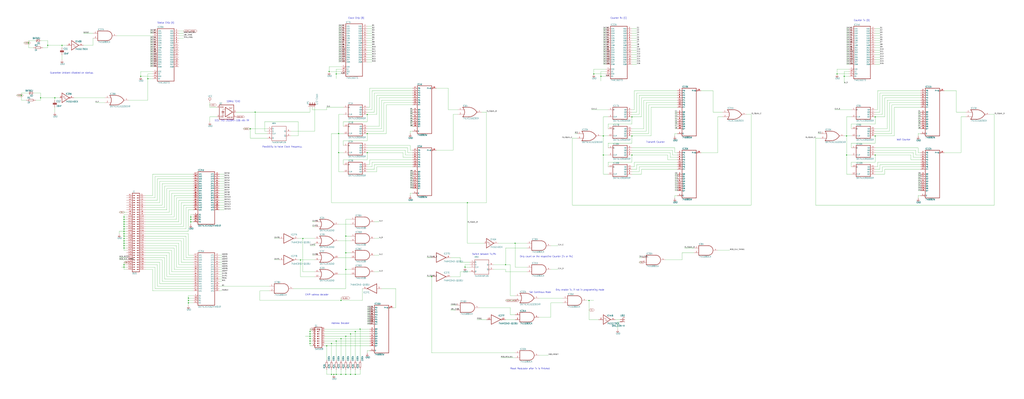
<source format=kicad_sch>
(kicad_sch (version 20231120) (generator "eeschema") (generator_version "8.0")
  (paper "User" 1090.68 425.018)
  (lib_symbols
    (symbol "Timing_Control_V1p1-eagle-import:7402D"
      (property "Reference" "IC" (at -0.635 -0.635 0))
      (symbol "7402D_1_0"
        (pin output inverted (at 12.7 0 180) (length 5.08) (name "O") (number "1"))
        (pin input line (at -12.7 2.54 0) (length 5.08) (name "I0") (number "2"))
        (pin input line (at -12.7 -2.54 0) (length 5.08) (name "I1") (number "3"))
      )
      (symbol "7402D_2_0"
        (pin output inverted (at 12.7 0 180) (length 5.08) (name "O") (number "4"))
        (pin input line (at -12.7 2.54 0) (length 5.08) (name "I0") (number "5"))
        (pin input line (at -12.7 -2.54 0) (length 5.08) (name "I1") (number "6"))
      )
      (symbol "7402D_3_0"
        (pin output inverted (at 12.7 0 180) (length 5.08) (name "O") (number "10"))
        (pin input line (at -12.7 2.54 0) (length 5.08) (name "I0") (number "8"))
        (pin input line (at -12.7 -2.54 0) (length 5.08) (name "I1") (number "9"))
      )
      (symbol "7402D_4_0"
        (pin input line (at -12.7 2.54 0) (length 5.08) (name "I0") (number "11"))
        (pin input line (at -12.7 -2.54 0) (length 5.08) (name "I1") (number "12"))
        (pin output inverted (at 12.7 0 180) (length 5.08) (name "O") (number "13"))
      )
      (symbol "7402D_5_0"
        (text "GND" (at 1.905 -7.62 900) (effects (font (size 1.27 1.0795)) (justify left bottom)))
        (text "VCC" (at 1.905 5.08 900) (effects (font (size 1.27 1.0795)) (justify left bottom)))
        (pin power_in line (at 0 10.16 270) (length 7.62) (name "VCC") (number "14"))
        (pin power_in line (at 0 -10.16 90) (length 7.62) (name "GND") (number "7"))
      )
    )
    (symbol "Timing_Control_V1p1-eagle-import:7404D"
      (property "Reference" "IC" (at -0.635 -0.635 0))
      (symbol "7404D_1_0"
        (pin input line (at -10.16 0 0) (length 5.08) (name "I") (number "1"))
        (pin output inverted (at 10.16 0 180) (length 5.08) (name "O") (number "2"))
      )
      (symbol "7404D_2_0"
        (pin input line (at -10.16 0 0) (length 5.08) (name "I") (number "3"))
        (pin output inverted (at 10.16 0 180) (length 5.08) (name "O") (number "4"))
      )
      (symbol "7404D_3_0"
        (pin input line (at -10.16 0 0) (length 5.08) (name "I") (number "5"))
        (pin output inverted (at 10.16 0 180) (length 5.08) (name "O") (number "6"))
      )
      (symbol "7404D_4_0"
        (pin output inverted (at 10.16 0 180) (length 5.08) (name "O") (number "8"))
        (pin input line (at -10.16 0 0) (length 5.08) (name "I") (number "9"))
      )
      (symbol "7404D_5_0"
        (pin output inverted (at 10.16 0 180) (length 5.08) (name "O") (number "10"))
        (pin input line (at -10.16 0 0) (length 5.08) (name "I") (number "11"))
      )
      (symbol "7404D_6_0"
        (pin output inverted (at 10.16 0 180) (length 5.08) (name "O") (number "12"))
        (pin input line (at -10.16 0 0) (length 5.08) (name "I") (number "13"))
      )
      (symbol "7404D_7_0"
        (text "GND" (at 1.905 -7.62 900) (effects (font (size 1.27 1.0795)) (justify left bottom)))
        (text "VCC" (at 1.905 5.08 900) (effects (font (size 1.27 1.0795)) (justify left bottom)))
        (pin power_in line (at 0 10.16 270) (length 7.62) (name "VCC") (number "14"))
        (pin power_in line (at 0 -10.16 90) (length 7.62) (name "GND") (number "7"))
      )
    )
    (symbol "Timing_Control_V1p1-eagle-import:7408D"
      (property "Reference" "IC" (at -0.635 -0.635 0))
      (symbol "7408D_1_0"
        (pin input line (at -12.7 2.54 0) (length 5.08) (name "I0") (number "1"))
        (pin input line (at -12.7 -2.54 0) (length 5.08) (name "I1") (number "2"))
        (pin output line (at 12.7 0 180) (length 5.08) (name "O") (number "3"))
      )
      (symbol "7408D_2_0"
        (pin input line (at -12.7 2.54 0) (length 5.08) (name "I0") (number "4"))
        (pin input line (at -12.7 -2.54 0) (length 5.08) (name "I1") (number "5"))
        (pin output line (at 12.7 0 180) (length 5.08) (name "O") (number "6"))
      )
      (symbol "7408D_3_0"
        (pin input line (at -12.7 -2.54 0) (length 5.08) (name "I1") (number "10"))
        (pin output line (at 12.7 0 180) (length 5.08) (name "O") (number "8"))
        (pin input line (at -12.7 2.54 0) (length 5.08) (name "I0") (number "9"))
      )
      (symbol "7408D_4_0"
        (pin output line (at 12.7 0 180) (length 5.08) (name "O") (number "11"))
        (pin input line (at -12.7 2.54 0) (length 5.08) (name "I0") (number "12"))
        (pin input line (at -12.7 -2.54 0) (length 5.08) (name "I1") (number "13"))
      )
      (symbol "7408D_5_0"
        (text "GND" (at 1.905 -7.62 900) (effects (font (size 1.27 1.0795)) (justify left bottom)))
        (text "VCC" (at 1.905 5.08 900) (effects (font (size 1.27 1.0795)) (justify left bottom)))
        (pin power_in line (at 0 10.16 270) (length 7.62) (name "VCC") (number "14"))
        (pin power_in line (at 0 -10.16 90) (length 7.62) (name "GND") (number "7"))
      )
    )
    (symbol "Timing_Control_V1p1-eagle-import:741G02DCK"
      (property "Reference" "IC" (at -0.635 -0.635 0))
      (symbol "741G02DCK_1_0"
        (pin input line (at -12.7 2.54 0) (length 5.08) (name "I0") (number "1"))
        (pin input line (at -12.7 -2.54 0) (length 5.08) (name "I1") (number "2"))
        (pin output inverted (at 12.7 0 180) (length 5.08) (name "O") (number "4"))
      )
      (symbol "741G02DCK_2_0"
        (text "GND" (at 1.905 -6.35 900) (effects (font (size 1.27 1.0795)) (justify left bottom)))
        (text "VCC" (at 1.905 2.54 900) (effects (font (size 1.27 1.0795)) (justify left bottom)))
        (pin power_in line (at 0 -7.62 90) (length 5.08) (name "GND") (number "3"))
        (pin power_in line (at 0 7.62 270) (length 5.08) (name "VCC") (number "5"))
      )
    )
    (symbol "Timing_Control_V1p1-eagle-import:741G08DCK"
      (property "Reference" "IC" (at -0.635 -0.635 0))
      (symbol "741G08DCK_1_0"
        (pin input line (at -12.7 2.54 0) (length 5.08) (name "I0") (number "1"))
        (pin input line (at -12.7 -2.54 0) (length 5.08) (name "I1") (number "2"))
        (pin output line (at 12.7 0 180) (length 5.08) (name "O") (number "4"))
      )
      (symbol "741G08DCK_2_0"
        (text "GND" (at 1.905 -6.35 900) (effects (font (size 1.27 1.0795)) (justify left bottom)))
        (text "VCC" (at 1.905 2.54 900) (effects (font (size 1.27 1.0795)) (justify left bottom)))
        (pin power_in line (at 0 -7.62 90) (length 5.08) (name "GND") (number "3"))
        (pin power_in line (at 0 7.62 270) (length 5.08) (name "VCC") (number "5"))
      )
    )
    (symbol "Timing_Control_V1p1-eagle-import:741G14DCK"
      (property "Reference" "IC" (at -0.635 -0.635 0))
      (symbol "741G14DCK_1_0"
        (pin input line (at -5.08 0 0) (length 2.54) (name "I") (number "2"))
        (pin output inverted (at 10.16 0 180) (length 5.08) (name "O") (number "4"))
      )
      (symbol "741G14DCK_2_0"
        (text "GND" (at 1.905 -6.35 900) (effects (font (size 1.27 1.0795)) (justify left bottom)))
        (text "VCC" (at 1.905 2.54 900) (effects (font (size 1.27 1.0795)) (justify left bottom)))
        (pin power_in line (at 0 -7.62 90) (length 5.08) (name "GND") (number "3"))
        (pin power_in line (at 0 7.62 270) (length 5.08) (name "VCC") (number "5"))
      )
    )
    (symbol "Timing_Control_V1p1-eagle-import:741G17DCK"
      (property "Reference" "IC" (at 1.27 3.175 0))
      (symbol "741G17DCK_1_0"
        (text "GND" (at 1.905 -6.35 900) (effects (font (size 1.27 1.0795)) (justify left bottom)))
        (text "VCC" (at 1.905 2.54 900) (effects (font (size 1.27 1.0795)) (justify left bottom)))
        (pin power_in line (at 0 -7.62 90) (length 5.08) (name "GND") (number "3"))
        (pin power_in line (at 0 7.62 270) (length 5.08) (name "VCC") (number "5"))
      )
      (symbol "741G17DCK_2_0"
        (pin input line (at -7.62 0 0) (length 5.08) (name "I") (number "2"))
        (pin output line (at 10.16 0 180) (length 5.08) (name "O") (number "4"))
      )
    )
    (symbol "Timing_Control_V1p1-eagle-import:741G32DCK"
      (property "Reference" "IC" (at -0.635 -0.635 0))
      (symbol "741G32DCK_1_0"
        (pin input line (at -12.7 2.54 0) (length 5.08) (name "I0") (number "1"))
        (pin input line (at -12.7 -2.54 0) (length 5.08) (name "I1") (number "2"))
        (pin output line (at 12.7 0 180) (length 5.08) (name "O") (number "4"))
      )
      (symbol "741G32DCK_2_0"
        (text "GND" (at 1.905 -6.35 900) (effects (font (size 1.27 1.0795)) (justify left bottom)))
        (text "VCC" (at 1.905 2.54 900) (effects (font (size 1.27 1.0795)) (justify left bottom)))
        (pin power_in line (at 0 -7.62 90) (length 5.08) (name "GND") (number "3"))
        (pin power_in line (at 0 7.62 270) (length 5.08) (name "VCC") (number "5"))
      )
    )
    (symbol "Timing_Control_V1p1-eagle-import:74393D"
      (property "Reference" "IC" (at -0.635 -0.635 0))
      (symbol "74393D_1_0"
        (pin input clock (at -12.7 2.54 0) (length 5.08) (name "A") (number "1"))
        (pin input line (at -12.7 -5.08 0) (length 5.08) (name "CLR") (number "2"))
        (pin output line (at 12.7 2.54 180) (length 5.08) (name "QA") (number "3"))
        (pin output line (at 12.7 0 180) (length 5.08) (name "QB") (number "4"))
        (pin output line (at 12.7 -2.54 180) (length 5.08) (name "QC") (number "5"))
        (pin output line (at 12.7 -5.08 180) (length 5.08) (name "QD") (number "6"))
      )
      (symbol "74393D_2_0"
        (pin output line (at 12.7 0 180) (length 5.08) (name "QB") (number "10"))
        (pin output line (at 12.7 2.54 180) (length 5.08) (name "QA") (number "11"))
        (pin input line (at -12.7 -5.08 0) (length 5.08) (name "CLR") (number "12"))
        (pin input clock (at -12.7 2.54 0) (length 5.08) (name "A") (number "13"))
        (pin output line (at 12.7 -5.08 180) (length 5.08) (name "QD") (number "8"))
        (pin output line (at 12.7 -2.54 180) (length 5.08) (name "QC") (number "9"))
      )
      (symbol "74393D_3_0"
        (text "GND" (at 1.905 -5.842 900) (effects (font (size 1.27 1.0795)) (justify left bottom)))
        (text "VCC" (at 1.905 2.54 900) (effects (font (size 1.27 1.0795)) (justify left bottom)))
        (pin power_in line (at 0 7.62 270) (length 5.08) (name "VCC") (number "14"))
        (pin power_in line (at 0 -7.62 90) (length 5.08) (name "GND") (number "7"))
      )
    )
    (symbol "Timing_Control_V1p1-eagle-import:74688DW"
      (property "Reference" "IC" (at -0.635 -0.635 0))
      (symbol "74688DW_1_0"
        (pin input inverted (at -12.7 -22.86 0) (length 5.08) (name "G") (number "1"))
        (pin input line (at -12.7 12.7 0) (length 5.08) (name "P4") (number "11"))
        (pin input line (at -12.7 -10.16 0) (length 5.08) (name "Q4") (number "12"))
        (pin input line (at -12.7 10.16 0) (length 5.08) (name "P5") (number "13"))
        (pin input line (at -12.7 -12.7 0) (length 5.08) (name "Q5") (number "14"))
        (pin input line (at -12.7 7.62 0) (length 5.08) (name "P6") (number "15"))
        (pin input line (at -12.7 -15.24 0) (length 5.08) (name "Q6") (number "16"))
        (pin input line (at -12.7 5.08 0) (length 5.08) (name "P7") (number "17"))
        (pin input line (at -12.7 -17.78 0) (length 5.08) (name "Q7") (number "18"))
        (pin output inverted (at 12.7 22.86 180) (length 5.08) (name "P=Q") (number "19"))
        (pin input line (at -12.7 22.86 0) (length 5.08) (name "P0") (number "2"))
        (pin input line (at -12.7 0 0) (length 5.08) (name "Q0") (number "3"))
        (pin input line (at -12.7 20.32 0) (length 5.08) (name "P1") (number "4"))
        (pin input line (at -12.7 -2.54 0) (length 5.08) (name "Q1") (number "5"))
        (pin input line (at -12.7 17.78 0) (length 5.08) (name "P2") (number "6"))
        (pin input line (at -12.7 -5.08 0) (length 5.08) (name "Q2") (number "7"))
        (pin input line (at -12.7 15.24 0) (length 5.08) (name "P3") (number "8"))
        (pin input line (at -12.7 -7.62 0) (length 5.08) (name "Q3") (number "9"))
      )
      (symbol "74688DW_2_0"
        (text "GND" (at 1.905 -5.842 900) (effects (font (size 1.27 1.0795)) (justify left bottom)))
        (text "VCC" (at 1.905 2.54 900) (effects (font (size 1.27 1.0795)) (justify left bottom)))
        (pin power_in line (at 0 -7.62 90) (length 5.08) (name "GND") (number "10"))
        (pin power_in line (at 0 7.62 270) (length 5.08) (name "VCC") (number "20"))
      )
    )
    (symbol "Timing_Control_V1p1-eagle-import:74AC16244"
      (property "Reference" "IC" (at -0.635 -0.635 0))
      (symbol "74AC16244_1_0"
        (pin input inverted (at -15.24 -17.78 0) (length 5.08) (name "1G") (number "1"))
        (pin tri_state line (at 12.7 10.16 180) (length 5.08) (name "2Y3") (number "11"))
        (pin tri_state line (at 12.7 7.62 180) (length 5.08) (name "2Y4") (number "12"))
        (pin tri_state line (at 12.7 5.08 180) (length 5.08) (name "3Y1") (number "13"))
        (pin tri_state line (at 12.7 2.54 180) (length 5.08) (name "3Y2") (number "14"))
        (pin tri_state line (at 12.7 0 180) (length 5.08) (name "3Y3") (number "16"))
        (pin tri_state line (at 12.7 -2.54 180) (length 5.08) (name "3Y4") (number "17"))
        (pin tri_state line (at 12.7 -5.08 180) (length 5.08) (name "4Y1") (number "19"))
        (pin tri_state line (at 12.7 25.4 180) (length 5.08) (name "1Y1") (number "2"))
        (pin tri_state line (at 12.7 -7.62 180) (length 5.08) (name "4Y2") (number "20"))
        (pin tri_state line (at 12.7 -10.16 180) (length 5.08) (name "4Y3") (number "22"))
        (pin tri_state line (at 12.7 -12.7 180) (length 5.08) (name "4Y4") (number "23"))
        (pin input inverted (at -15.24 -25.4 0) (length 5.08) (name "4G") (number "24"))
        (pin input inverted (at -15.24 -22.86 0) (length 5.08) (name "3G") (number "25"))
        (pin input line (at -15.24 -12.7 0) (length 5.08) (name "4A4") (number "26"))
        (pin input line (at -15.24 -10.16 0) (length 5.08) (name "4A3") (number "27"))
        (pin input line (at -15.24 -7.62 0) (length 5.08) (name "4A2") (number "29"))
        (pin tri_state line (at 12.7 22.86 180) (length 5.08) (name "1Y2") (number "3"))
        (pin input line (at -15.24 -5.08 0) (length 5.08) (name "4A1") (number "30"))
        (pin input line (at -15.24 -2.54 0) (length 5.08) (name "3A4") (number "32"))
        (pin input line (at -15.24 0 0) (length 5.08) (name "3A3") (number "33"))
        (pin input line (at -15.24 2.54 0) (length 5.08) (name "3A2") (number "35"))
        (pin input line (at -15.24 5.08 0) (length 5.08) (name "3A1") (number "36"))
        (pin input line (at -15.24 7.62 0) (length 5.08) (name "2A4") (number "37"))
        (pin input line (at -15.24 10.16 0) (length 5.08) (name "2A3") (number "38"))
        (pin input line (at -15.24 12.7 0) (length 5.08) (name "2A2") (number "40"))
        (pin input line (at -15.24 15.24 0) (length 5.08) (name "2A1") (number "41"))
        (pin input line (at -15.24 17.78 0) (length 5.08) (name "1A4") (number "43"))
        (pin input line (at -15.24 20.32 0) (length 5.08) (name "1A3") (number "44"))
        (pin input line (at -15.24 22.86 0) (length 5.08) (name "1A2") (number "46"))
        (pin input line (at -15.24 25.4 0) (length 5.08) (name "1A1") (number "47"))
        (pin input inverted (at -15.24 -20.32 0) (length 5.08) (name "2G") (number "48"))
        (pin tri_state line (at 12.7 20.32 180) (length 5.08) (name "1Y3") (number "5"))
        (pin tri_state line (at 12.7 17.78 180) (length 5.08) (name "1Y4") (number "6"))
        (pin tri_state line (at 12.7 15.24 180) (length 5.08) (name "2Y1") (number "8"))
        (pin tri_state line (at 12.7 12.7 180) (length 5.08) (name "2Y2") (number "9"))
      )
      (symbol "74AC16244_2_0"
        (text "GND" (at 14.605 -5.842 900) (effects (font (size 1.27 1.0795)) (justify left bottom)))
        (text "VCC" (at 6.985 2.54 900) (effects (font (size 1.27 1.0795)) (justify left bottom)))
        (pin power_in line (at -2.54 -7.62 90) (length 5.08) (name "GND@2") (number "10"))
        (pin power_in line (at 0 -7.62 90) (length 5.08) (name "GND@3") (number "15"))
        (pin power_in line (at 0 7.62 270) (length 5.08) (name "VCC@2") (number "18"))
        (pin power_in line (at 2.54 -7.62 90) (length 5.08) (name "GND@4") (number "21"))
        (pin power_in line (at 5.08 -7.62 90) (length 5.08) (name "GND@5") (number "28"))
        (pin power_in line (at 2.54 7.62 270) (length 5.08) (name "VCC@3") (number "31"))
        (pin power_in line (at 7.62 -7.62 90) (length 5.08) (name "GND@6") (number "34"))
        (pin power_in line (at 10.16 -7.62 90) (length 5.08) (name "GND@7") (number "39"))
        (pin power_in line (at -5.08 -7.62 90) (length 5.08) (name "GND@1") (number "4"))
        (pin power_in line (at 5.08 7.62 270) (length 5.08) (name "VCC@4") (number "42"))
        (pin power_in line (at 12.7 -7.62 90) (length 5.08) (name "GND@8") (number "45"))
        (pin power_in line (at -2.54 7.62 270) (length 5.08) (name "VCC@1") (number "7"))
      )
    )
    (symbol "Timing_Control_V1p1-eagle-import:74AC16373"
      (property "Reference" "IC" (at -0.635 -0.635 0))
      (symbol "74AC16373_1_0"
        (pin input inverted (at -15.24 -17.78 0) (length 5.08) (name "1OE") (number "1"))
        (pin tri_state line (at 12.7 10.16 180) (length 5.08) (name "1Q7") (number "11"))
        (pin tri_state line (at 12.7 7.62 180) (length 5.08) (name "1Q8") (number "12"))
        (pin tri_state line (at 12.7 5.08 180) (length 5.08) (name "2Q1") (number "13"))
        (pin tri_state line (at 12.7 2.54 180) (length 5.08) (name "2Q2") (number "14"))
        (pin tri_state line (at 12.7 0 180) (length 5.08) (name "2Q3") (number "16"))
        (pin tri_state line (at 12.7 -2.54 180) (length 5.08) (name "2Q4") (number "17"))
        (pin tri_state line (at 12.7 -5.08 180) (length 5.08) (name "2Q5") (number "19"))
        (pin tri_state line (at 12.7 25.4 180) (length 5.08) (name "1Q1") (number "2"))
        (pin tri_state line (at 12.7 -7.62 180) (length 5.08) (name "2Q6") (number "20"))
        (pin tri_state line (at 12.7 -10.16 180) (length 5.08) (name "2Q7") (number "22"))
        (pin tri_state line (at 12.7 -12.7 180) (length 5.08) (name "2Q8") (number "23"))
        (pin input inverted (at -15.24 -22.86 0) (length 5.08) (name "2OE") (number "24"))
        (pin input line (at -15.24 -25.4 0) (length 5.08) (name "2C") (number "25"))
        (pin input line (at -15.24 -12.7 0) (length 5.08) (name "2D8") (number "26"))
        (pin input line (at -15.24 -10.16 0) (length 5.08) (name "2D7") (number "27"))
        (pin input line (at -15.24 -7.62 0) (length 5.08) (name "2D6") (number "29"))
        (pin tri_state line (at 12.7 22.86 180) (length 5.08) (name "1Q2") (number "3"))
        (pin input line (at -15.24 -5.08 0) (length 5.08) (name "2D5") (number "30"))
        (pin input line (at -15.24 -2.54 0) (length 5.08) (name "2D4") (number "32"))
        (pin input line (at -15.24 0 0) (length 5.08) (name "2D3") (number "33"))
        (pin input line (at -15.24 2.54 0) (length 5.08) (name "2D2") (number "35"))
        (pin input line (at -15.24 5.08 0) (length 5.08) (name "2D1") (number "36"))
        (pin input line (at -15.24 7.62 0) (length 5.08) (name "1D8") (number "37"))
        (pin input line (at -15.24 10.16 0) (length 5.08) (name "1D7") (number "38"))
        (pin input line (at -15.24 12.7 0) (length 5.08) (name "1D6") (number "40"))
        (pin input line (at -15.24 15.24 0) (length 5.08) (name "1D5") (number "41"))
        (pin input line (at -15.24 17.78 0) (length 5.08) (name "1D4") (number "43"))
        (pin input line (at -15.24 20.32 0) (length 5.08) (name "1D3") (number "44"))
        (pin input line (at -15.24 22.86 0) (length 5.08) (name "1D2") (number "46"))
        (pin input line (at -15.24 25.4 0) (length 5.08) (name "1D1") (number "47"))
        (pin input line (at -15.24 -20.32 0) (length 5.08) (name "1C") (number "48"))
        (pin tri_state line (at 12.7 20.32 180) (length 5.08) (name "1Q3") (number "5"))
        (pin tri_state line (at 12.7 17.78 180) (length 5.08) (name "1Q4") (number "6"))
        (pin tri_state line (at 12.7 15.24 180) (length 5.08) (name "1Q5") (number "8"))
        (pin tri_state line (at 12.7 12.7 180) (length 5.08) (name "1Q6") (number "9"))
      )
      (symbol "74AC16373_2_0"
        (text "GND" (at 14.605 -5.842 900) (effects (font (size 1.27 1.0795)) (justify left bottom)))
        (text "VCC" (at 6.985 2.54 900) (effects (font (size 1.27 1.0795)) (justify left bottom)))
        (pin power_in line (at -2.54 -7.62 90) (length 5.08) (name "GND@2") (number "10"))
        (pin power_in line (at 0 -7.62 90) (length 5.08) (name "GND@3") (number "15"))
        (pin power_in line (at 0 7.62 270) (length 5.08) (name "VCC@2") (number "18"))
        (pin power_in line (at 2.54 -7.62 90) (length 5.08) (name "GND@4") (number "21"))
        (pin power_in line (at 5.08 -7.62 90) (length 5.08) (name "GND@5") (number "28"))
        (pin power_in line (at 2.54 7.62 270) (length 5.08) (name "VCC@3") (number "31"))
        (pin power_in line (at 7.62 -7.62 90) (length 5.08) (name "GND@6") (number "34"))
        (pin power_in line (at 10.16 -7.62 90) (length 5.08) (name "GND@7") (number "39"))
        (pin power_in line (at -5.08 -7.62 90) (length 5.08) (name "GND@1") (number "4"))
        (pin power_in line (at 5.08 7.62 270) (length 5.08) (name "VCC@4") (number "42"))
        (pin power_in line (at 12.7 -7.62 90) (length 5.08) (name "GND@8") (number "45"))
        (pin power_in line (at -2.54 7.62 270) (length 5.08) (name "VCC@1") (number "7"))
      )
    )
    (symbol "Timing_Control_V1p1-eagle-import:74LVC2G74"
      (symbol "74LVC2G74_1_0"
        (pin input line (at -12.7 0 0) (length 5.08) (name "CLK") (number "1"))
        (pin input line (at -12.7 2.54 0) (length 5.08) (name "D") (number "2"))
        (pin output inverted (at 12.7 -2.54 180) (length 5.08) (name "~{Q}") (number "3"))
        (pin output line (at 12.7 2.54 180) (length 5.08) (name "Q") (number "5"))
        (pin input inverted (at -12.7 -5.08 0) (length 5.08) (name "~{R}") (number "6"))
        (pin input inverted (at -12.7 5.08 0) (length 5.08) (name "~{S}") (number "7"))
      )
      (symbol "74LVC2G74_2_0"
        (pin power_in line (at 10.16 0 180) (length 5.08) (name "GND") (number "4"))
        (pin power_in line (at -15.24 0 0) (length 5.08) (name "VCC") (number "8"))
      )
    )
    (symbol "Timing_Control_V1p1-eagle-import:BAT60J"
      (property "Reference" "D" (at -2.286 1.905 0))
      (symbol "BAT60J_1_0"
        (pin passive line (at -2.54 0 0) (length 0) (name "A") (number "A"))
        (pin passive line (at 2.54 0 180) (length 0) (name "C") (number "C"))
      )
    )
    (symbol "Timing_Control_V1p1-eagle-import:C-EUC0603"
      (property "Reference" "C" (at 1.524 0.381 0))
      (symbol "C-EUC0603_1_0"
        (pin passive line (at 0 2.54 270) (length 2.54) (name "1") (number "1"))
        (pin passive line (at 0 -5.08 90) (length 2.54) (name "2") (number "2"))
      )
    )
    (symbol "Timing_Control_V1p1-eagle-import:GND" (power)
      (symbol "GND_1_0"
        (pin power_in line (at 0 2.54 270) (length 2.54) (name "GND") (number "1"))
      )
    )
    (symbol "Timing_Control_V1p1-eagle-import:JP2E"
      (property "Reference" "JP" (at -3.81 0 90))
      (symbol "JP2E_1_0"
        (pin passive line (at -2.54 -2.54 90) (length 2.54) (name "1") (number "1"))
        (pin passive line (at 0 -2.54 90) (length 2.54) (name "2") (number "2"))
        (pin passive line (at 2.54 -2.54 90) (length 2.54) (name "3") (number "3"))
      )
    )
    (symbol "Timing_Control_V1p1-eagle-import:KXO-TCXO-CMOS-86"
      (property "Reference" "Q" (at -7.62 8.255 0))
      (symbol "KXO-TCXO-CMOS-86_1_0"
        (text "GND" (at -6.985 -5.842 0) (effects (font (size 1.524 1.2954)) (justify left bottom)))
        (text "GND/NC" (at 6.985 -4.953 0) (effects (font (size 1.27 1.0795)) (justify right top)))
        (text "OUT" (at 2.54 3.302 0) (effects (font (size 1.524 1.2954)) (justify left bottom)))
        (text "VDD" (at -6.985 4.318 0) (effects (font (size 1.524 1.2954)) (justify left bottom)))
        (pin power_in line (at 10.16 -5.08 180) (length 2.54) (name "GND/NC") (number "1"))
        (pin power_in line (at -10.16 -5.08 0) (length 2.54) (name "GND") (number "2"))
        (pin output line (at 10.16 0 180) (length 2.54) (name "OUT") (number "3"))
        (pin power_in line (at -10.16 5.08 0) (length 2.54) (name "VDD") (number "4"))
      )
    )
    (symbol "Timing_Control_V1p1-eagle-import:R-EU_R0603"
      (property "Reference" "R" (at -3.81 1.4986 0))
      (symbol "R-EU_R0603_1_0"
        (pin passive line (at -5.08 0 0) (length 2.54) (name "1") (number "1"))
        (pin passive line (at 5.08 0 180) (length 2.54) (name "2") (number "2"))
      )
    )
    (symbol "Timing_Control_V1p1-eagle-import:SMA_CON-H"
      (symbol "SMA_CON-H_1_0"
        (pin passive line (at 2.54 0 180) (length 2.54) (name "1") (number "1"))
        (pin passive line (at 2.54 -2.54 180) (length 2.54) (name "GND@1") (number "2"))
        (pin passive line (at 2.54 -2.54 180) (length 2.54) (name "GND@1") (number "3"))
        (pin passive line (at 2.54 -2.54 180) (length 2.54) (name "GND@1") (number "4"))
        (pin passive line (at 2.54 -2.54 180) (length 2.54) (name "GND@1") (number "5"))
      )
    )
    (symbol "Timing_Control_V1p1-eagle-import:SWS008"
      (property "Reference" "S" (at -10.16 -2.54 90))
      (symbol "SWS008_1_0"
        (text "1" (at -7.874 -1.651 0) (effects (font (size 0.9906 0.842) (thickness 0.1684) (bold yes)) (justify left bottom)))
        (text "2" (at -5.588 -1.651 0) (effects (font (size 0.9906 0.842) (thickness 0.1684) (bold yes)) (justify left bottom)))
        (text "3" (at -3.048 -1.651 0) (effects (font (size 0.9906 0.842) (thickness 0.1684) (bold yes)) (justify left bottom)))
        (text "4" (at -0.508 -1.651 0) (effects (font (size 0.9906 0.842) (thickness 0.1684) (bold yes)) (justify left bottom)))
        (text "5" (at 2.159 -1.651 0) (effects (font (size 0.9906 0.842) (thickness 0.1684) (bold yes)) (justify left bottom)))
        (text "6" (at 4.699 -1.651 0) (effects (font (size 0.9906 0.842) (thickness 0.1684) (bold yes)) (justify left bottom)))
        (text "7" (at 7.239 -1.778 0) (effects (font (size 0.9906 0.842) (thickness 0.1684) (bold yes)) (justify left bottom)))
        (text "8" (at 9.652 -1.651 0) (effects (font (size 0.9906 0.842) (thickness 0.1684) (bold yes)) (justify left bottom)))
        (text "ON" (at -8.255 3.175 0) (effects (font (size 0.9906 0.842) (thickness 0.1684) (bold yes)) (justify left bottom)))
        (pin passive line (at -7.62 -5.08 90) (length 2.54) (name "1") (number "1"))
        (pin passive line (at 7.62 7.62 270) (length 2.54) (name "10") (number "10"))
        (pin passive line (at 5.08 7.62 270) (length 2.54) (name "11") (number "11"))
        (pin passive line (at 2.54 7.62 270) (length 2.54) (name "12") (number "12"))
        (pin passive line (at 0 7.62 270) (length 2.54) (name "13") (number "13"))
        (pin passive line (at -2.54 7.62 270) (length 2.54) (name "14") (number "14"))
        (pin passive line (at -5.08 7.62 270) (length 2.54) (name "15") (number "15"))
        (pin passive line (at -7.62 7.62 270) (length 2.54) (name "16") (number "16"))
        (pin passive line (at -5.08 -5.08 90) (length 2.54) (name "2") (number "2"))
        (pin passive line (at -2.54 -5.08 90) (length 2.54) (name "3") (number "3"))
        (pin passive line (at 0 -5.08 90) (length 2.54) (name "4") (number "4"))
        (pin passive line (at 2.54 -5.08 90) (length 2.54) (name "5") (number "5"))
        (pin passive line (at 5.08 -5.08 90) (length 2.54) (name "6") (number "6"))
        (pin passive line (at 7.62 -5.08 90) (length 2.54) (name "7") (number "7"))
        (pin passive line (at 10.16 -5.08 90) (length 2.54) (name "8") (number "8"))
        (pin passive line (at 10.16 7.62 270) (length 2.54) (name "9") (number "9"))
      )
    )
    (symbol "Timing_Control_V1p1-eagle-import:VCC" (power)
      (symbol "VCC_1_0"
        (pin power_in line (at 0 -2.54 90) (length 2.54) (name "VCC") (number "1"))
      )
    )
    (symbol "Timing_Control_V1p1-eagle-import:VG64P"
      (property "Reference" "J" (at -3.81 41.402 0))
      (symbol "VG64P_1_0"
        (pin passive line (at -10.16 38.1 0) (length 7.62) (name "A1") (number "A1"))
        (pin passive line (at -10.16 15.24 0) (length 7.62) (name "A10") (number "A10"))
        (pin passive line (at -10.16 12.7 0) (length 7.62) (name "A11") (number "A11"))
        (pin passive line (at -10.16 10.16 0) (length 7.62) (name "A12") (number "A12"))
        (pin passive line (at -10.16 7.62 0) (length 7.62) (name "A13") (number "A13"))
        (pin passive line (at -10.16 5.08 0) (length 7.62) (name "A14") (number "A14"))
        (pin passive line (at -10.16 2.54 0) (length 7.62) (name "A15") (number "A15"))
        (pin passive line (at -10.16 0 0) (length 7.62) (name "A16") (number "A16"))
        (pin passive line (at -10.16 -2.54 0) (length 7.62) (name "A17") (number "A17"))
        (pin passive line (at -10.16 -5.08 0) (length 7.62) (name "A18") (number "A18"))
        (pin passive line (at -10.16 -7.62 0) (length 7.62) (name "A19") (number "A19"))
        (pin passive line (at -10.16 35.56 0) (length 7.62) (name "A2") (number "A2"))
        (pin passive line (at -10.16 -10.16 0) (length 7.62) (name "A20") (number "A20"))
        (pin passive line (at -10.16 -12.7 0) (length 7.62) (name "A21") (number "A21"))
        (pin passive line (at -10.16 -15.24 0) (length 7.62) (name "A22") (number "A22"))
        (pin passive line (at -10.16 -17.78 0) (length 7.62) (name "A23") (number "A23"))
        (pin passive line (at -10.16 -20.32 0) (length 7.62) (name "A24") (number "A24"))
        (pin passive line (at -10.16 -22.86 0) (length 7.62) (name "A25") (number "A25"))
        (pin passive line (at -10.16 -25.4 0) (length 7.62) (name "A26") (number "A26"))
        (pin passive line (at -10.16 -27.94 0) (length 7.62) (name "A27") (number "A27"))
        (pin passive line (at -10.16 -30.48 0) (length 7.62) (name "A28") (number "A28"))
        (pin passive line (at -10.16 -33.02 0) (length 7.62) (name "A29") (number "A29"))
        (pin passive line (at -10.16 33.02 0) (length 7.62) (name "A3") (number "A3"))
        (pin passive line (at -10.16 -35.56 0) (length 7.62) (name "A30") (number "A30"))
        (pin passive line (at -10.16 -38.1 0) (length 7.62) (name "A31") (number "A31"))
        (pin passive line (at -10.16 -40.64 0) (length 7.62) (name "A32") (number "A32"))
        (pin passive line (at -10.16 30.48 0) (length 7.62) (name "A4") (number "A4"))
        (pin passive line (at -10.16 27.94 0) (length 7.62) (name "A5") (number "A5"))
        (pin passive line (at -10.16 25.4 0) (length 7.62) (name "A6") (number "A6"))
        (pin passive line (at -10.16 22.86 0) (length 7.62) (name "A7") (number "A7"))
        (pin passive line (at -10.16 20.32 0) (length 7.62) (name "A8") (number "A8"))
        (pin passive line (at -10.16 17.78 0) (length 7.62) (name "A9") (number "A9"))
        (pin passive line (at 10.16 38.1 180) (length 7.62) (name "C1") (number "C1"))
        (pin passive line (at 10.16 15.24 180) (length 7.62) (name "C10") (number "C10"))
        (pin passive line (at 10.16 12.7 180) (length 7.62) (name "C11") (number "C11"))
        (pin passive line (at 10.16 10.16 180) (length 7.62) (name "C12") (number "C12"))
        (pin passive line (at 10.16 7.62 180) (length 7.62) (name "C13") (number "C13"))
        (pin passive line (at 10.16 5.08 180) (length 7.62) (name "C14") (number "C14"))
        (pin passive line (at 10.16 2.54 180) (length 7.62) (name "C15") (number "C15"))
        (pin passive line (at 10.16 0 180) (length 7.62) (name "C16") (number "C16"))
        (pin passive line (at 10.16 -2.54 180) (length 7.62) (name "C17") (number "C17"))
        (pin passive line (at 10.16 -5.08 180) (length 7.62) (name "C18") (number "C18"))
        (pin passive line (at 10.16 -7.62 180) (length 7.62) (name "C19") (number "C19"))
        (pin passive line (at 10.16 35.56 180) (length 7.62) (name "C2") (number "C2"))
        (pin passive line (at 10.16 -10.16 180) (length 7.62) (name "C20") (number "C20"))
        (pin passive line (at 10.16 -12.7 180) (length 7.62) (name "C21") (number "C21"))
        (pin passive line (at 10.16 -15.24 180) (length 7.62) (name "C22") (number "C22"))
        (pin passive line (at 10.16 -17.78 180) (length 7.62) (name "C23") (number "C23"))
        (pin passive line (at 10.16 -20.32 180) (length 7.62) (name "C24") (number "C24"))
        (pin passive line (at 10.16 -22.86 180) (length 7.62) (name "C25") (number "C25"))
        (pin passive line (at 10.16 -25.4 180) (length 7.62) (name "C26") (number "C26"))
        (pin passive line (at 10.16 -27.94 180) (length 7.62) (name "C27") (number "C27"))
        (pin passive line (at 10.16 -30.48 180) (length 7.62) (name "C28") (number "C28"))
        (pin passive line (at 10.16 -33.02 180) (length 7.62) (name "C29") (number "C29"))
        (pin passive line (at 10.16 33.02 180) (length 7.62) (name "C3") (number "C3"))
        (pin passive line (at 10.16 -35.56 180) (length 7.62) (name "C30") (number "C30"))
        (pin passive line (at 10.16 -38.1 180) (length 7.62) (name "C31") (number "C31"))
        (pin passive line (at 10.16 -40.64 180) (length 7.62) (name "C32") (number "C32"))
        (pin passive line (at 10.16 30.48 180) (length 7.62) (name "C4") (number "C4"))
        (pin passive line (at 10.16 27.94 180) (length 7.62) (name "C5") (number "C5"))
        (pin passive line (at 10.16 25.4 180) (length 7.62) (name "C6") (number "C6"))
        (pin passive line (at 10.16 22.86 180) (length 7.62) (name "C7") (number "C7"))
        (pin passive line (at 10.16 20.32 180) (length 7.62) (name "C8") (number "C8"))
        (pin passive line (at 10.16 17.78 180) (length 7.62) (name "C9") (number "C9"))
      )
    )
  )
  (junction (at 363.22 360.68))
  (junction (at 271.78 119.38))
  (junction (at 391.16 142.24))
  (junction (at 157.48 83.82))
  (junction (at 548.64 259.08))
  (junction (at 132.08 233.68))
  (junction (at 203.2 233.68))
  (junction (at 891.54 78.74))
  (junction (at 642.62 144.78))
  (junction (at 132.08 238.76))
  (junction (at 497.84 215.9))
  (junction (at 330.2 363.22))
  (junction (at 30.48 45.72))
  (junction (at 200.66 322.58))
  (junction (at 22.86 101.6))
  (junction (at 459.74 294.64))
  (junction (at 132.08 261.62))
  (junction (at 322.58 254))
  (junction (at 330.2 353.06))
  (junction (at 368.3 269.24))
  (junction (at 149.86 81.28))
  (junction (at 932.18 124.46))
  (junction (at 266.7 137.16))
  (junction (at 368.3 251.46))
  (junction (at 58.42 104.14))
  (junction (at 320.04 276.86))
  (junction (at 350.52 76.2))
  (junction (at 373.38 355.6))
  (junction (at 368.3 398.78))
  (junction (at 932.18 165.1))
  (junction (at 203.2 231.14))
  (junction (at 200.66 317.5))
  (junction (at 642.62 165.1))
  (junction (at 363.22 398.78))
  (junction (at 901.7 144.78))
  (junction (at 330.2 358.14))
  (junction (at 203.2 236.22))
  (junction (at 673.1 144.78))
  (junction (at 66.04 48.26))
  (junction (at 391.16 162.56))
  (junction (at 358.14 398.78))
  (junction (at 901.7 165.1))
  (junction (at 673.1 124.46))
  (junction (at 358.14 363.22))
  (junction (at 360.68 162.56))
  (junction (at 132.08 256.54))
  (junction (at 330.2 365.76))
  (junction (at 363.22 320.04))
  (junction (at 368.3 358.14))
  (junction (at 132.08 254))
  (junction (at 353.06 398.78))
  (junction (at 627.38 320.04))
  (junction (at 373.38 398.78))
  (junction (at 932.18 144.78))
  (junction (at 132.08 236.22))
  (junction (at 353.06 365.76))
  (junction (at 200.66 320.04))
  (junction (at 132.08 243.84))
  (junction (at 391.16 121.92))
  (junction (at 132.08 248.92))
  (junction (at 132.08 246.38))
  (junction (at 330.2 355.6))
  (junction (at 50.8 48.26))
  (junction (at 632.46 78.74))
  (junction (at 330.2 360.68))
  (junction (at 899.16 81.28))
  (junction (at 538.48 281.94))
  (junction (at 495.3 284.48))
  (junction (at 378.46 353.06))
  (junction (at 347.98 368.3))
  (junction (at 132.08 251.46))
  (junction (at 132.08 264.16))
  (junction (at 378.46 398.78))
  (junction (at 132.08 284.48))
  (junction (at 355.6 398.78))
  (junction (at 132.08 281.94))
  (junction (at 360.68 142.24))
  (junction (at 43.18 104.14))
  (junction (at 673.1 165.1))
  (junction (at 358.14 78.74))
  (junction (at 383.54 350.52))
  (junction (at 640.08 81.28))
  (junction (at 132.08 231.14))
  (junction (at 132.08 259.08))
  (junction (at 132.08 241.3))
  (junction (at 368.3 287.02))
  (wire (pts (xy 233.68 200.66) (xy 238.76 200.66)) (stroke (width 0.1524)))
  (wire (pts (xy 203.2 231.14) (xy 203.2 233.68)) (stroke (width 0.1524)))
  (wire (pts (xy 223.52 124.46) (xy 223.52 129.54)) (stroke (width 0.1524)))
  (wire (pts (xy 391.16 373.38) (xy 391.16 375.92)) (stroke (width 0.1524)))
  (wire (pts (xy 934.72 116.84) (xy 932.18 116.84)) (stroke (width 0.1524)))
  (wire (pts (xy 764.54 162.56) (xy 764.54 124.46)) (stroke (width 0.1524)))
  (wire (pts (xy 952.5 114.3) (xy 980.44 114.3)) (stroke (width 0.1524)))
  (wire (pts (xy 365.76 129.54) (xy 365.76 134.62)) (stroke (width 0.1524)))
  (wire (pts (xy 50.8 48.26) (xy 50.8 50.8)) (stroke (width 0.1524)))
  (wire (pts (xy 132.08 259.08) (xy 132.08 261.62)) (stroke (width 0.1524)))
  (wire (pts (xy 205.74 193.04) (xy 170.18 193.04)) (stroke (width 0.1524)))
  (wire (pts (xy 66.04 48.26) (xy 66.04 50.8)) (stroke (width 0.1524)))
  (wire (pts (xy 43.18 43.18) (xy 50.8 43.18)) (stroke (width 0.1524)))
  (wire (pts (xy 134.62 281.94) (xy 132.08 281.94)) (stroke (width 0.1524)))
  (wire (pts (xy 391.16 50.8) (xy 396.24 50.8)) (stroke (width 0.1524)))
  (wire (pts (xy 795.02 121.92) (xy 800.1 121.92)) (stroke (width 0.1524)))
  (wire (pts (xy 980.44 165.1) (xy 975.36 165.1)) (stroke (width 0.1524)))
  (wire (pts (xy 187.96 261.62) (xy 154.94 261.62)) (stroke (width 0.1524)))
  (wire (pts (xy 459.74 274.32) (xy 454.66 274.32)) (stroke (width 0.1524)))
  (wire (pts (xy 330.2 119.38) (xy 330.2 114.3)) (stroke (width 0.1524)))
  (wire (pts (xy 368.3 287.02) (xy 368.3 269.24)) (stroke (width 0.1524)))
  (wire (pts (xy 434.34 157.48) (xy 391.16 157.48)) (stroke (width 0.1524)))
  (wire (pts (xy 233.68 193.04) (xy 238.76 193.04)) (stroke (width 0.1524)))
  (wire (pts (xy 871.22 142.24) (xy 873.76 142.24)) (stroke (width 0.1524)))
  (wire (pts (xy 233.68 287.02) (xy 236.22 287.02)) (stroke (width 0.1524)))
  (wire (pts (xy 411.48 142.24) (xy 411.48 111.76)) (stroke (width 0.1524)))
  (wire (pts (xy 980.44 134.62) (xy 977.9 134.62)) (stroke (width 0.1524)))
  (wire (pts (xy 391.16 63.5) (xy 396.24 63.5)) (stroke (width 0.1524)))
  (wire (pts (xy 932.18 66.04) (xy 937.26 66.04)) (stroke (width 0.1524)))
  (wire (pts (xy 932.18 68.58) (xy 937.26 68.58)) (stroke (width 0.1524)))
  (wire (pts (xy 233.68 304.8) (xy 287.02 304.8)) (stroke (width 0.1524)))
  (wire (pts (xy 391.16 53.34) (xy 396.24 53.34)) (stroke (width 0.1524)))
  (wire (pts (xy 167.64 213.36) (xy 154.94 213.36)) (stroke (width 0.1524)))
  (wire (pts (xy 231.14 124.46) (xy 223.52 124.46)) (stroke (width 0.1524)))
  (wire (pts (xy 363.22 60.96) (xy 360.68 60.96)) (stroke (width 0.1524)))
  (wire (pts (xy 901.7 144.78) (xy 901.7 165.1)) (stroke (width 0.1524)))
  (wire (pts (xy 932.18 55.88) (xy 937.26 55.88)) (stroke (width 0.1524)))
  (wire (pts (xy 170.18 302.26) (xy 170.18 279.4)) (stroke (width 0.1524)))
  (wire (pts (xy 970.28 165.1) (xy 932.18 165.1)) (stroke (width 0.1524)))
  (wire (pts (xy 233.68 205.74) (xy 238.76 205.74)) (stroke (width 0.1524)))
  (wire (pts (xy 134.62 254) (xy 132.08 254)) (stroke (width 0.1524)))
  (wire (pts (xy 675.64 172.72) (xy 675.64 177.8)) (stroke (width 0.1524)))
  (wire (pts (xy 363.22 398.78) (xy 358.14 398.78)) (stroke (width 0.1524)))
  (wire (pts (xy 358.14 383.54) (xy 358.14 363.22)) (stroke (width 0.1524)))
  (wire (pts (xy 332.74 363.22) (xy 330.2 363.22)) (stroke (width 0.1524)))
  (wire (pts (xy 932.18 50.8) (xy 937.26 50.8)) (stroke (width 0.1524)))
  (wire (pts (xy 353.06 383.54) (xy 353.06 365.76)) (stroke (width 0.1524)))
  (wire (pts (xy 132.08 248.92) (xy 132.08 251.46)) (stroke (width 0.1524)))
  (wire (pts (xy 673.1 152.4) (xy 647.7 152.4)) (stroke (width 0.1524)))
  (wire (pts (xy 233.68 198.12) (xy 238.76 198.12)) (stroke (width 0.1524)))
  (wire (pts (xy 233.68 297.18) (xy 236.22 297.18)) (stroke (width 0.1524)))
  (wire (pts (xy 561.34 259.08) (xy 548.64 259.08)) (stroke (width 0.1524)))
  (wire (pts (xy 673.1 132.08) (xy 647.7 132.08)) (stroke (width 0.1524)))
  (wire (pts (xy 350.52 71.12) (xy 350.52 76.2)) (stroke (width 0.1524)))
  (wire (pts (xy 673.1 35.56) (xy 678.18 35.56)) (stroke (width 0.1524)))
  (wire (pts (xy 180.34 292.1) (xy 180.34 269.24)) (stroke (width 0.1524)))
  (wire (pts (xy 901.7 144.78) (xy 906.78 144.78)) (stroke (width 0.1524)))
  (wire (pts (xy 287.02 309.88) (xy 276.86 309.88)) (stroke (width 0.1524)))
  (wire (pts (xy 162.56 185.42) (xy 162.56 208.28)) (stroke (width 0.1524)))
  (wire (pts (xy 365.76 121.92) (xy 360.68 121.92)) (stroke (width 0.1524)))
  (wire (pts (xy 266.7 137.16) (xy 259.08 137.16)) (stroke (width 0.1524)))
  (wire (pts (xy 373.38 251.46) (xy 368.3 251.46)) (stroke (width 0.1524)))
  (wire (pts (xy 368.3 251.46) (xy 368.3 233.68)) (stroke (width 0.1524)))
  (wire (pts (xy 868.68 147.32) (xy 868.68 218.44)) (stroke (width 0.1524)))
  (wire (pts (xy 406.4 307.34) (xy 421.64 307.34)) (stroke (width 0.1524)))
  (wire (pts (xy 162.56 43.18) (xy 160.02 43.18)) (stroke (width 0.1524)))
  (wire (pts (xy 891.54 73.66) (xy 891.54 78.74)) (stroke (width 0.1524)))
  (wire (pts (xy 391.16 40.64) (xy 396.24 40.64)) (stroke (width 0.1524)))
  (wire (pts (xy 673.1 45.72) (xy 678.18 45.72)) (stroke (width 0.1524)))
  (wire (pts (xy 904.24 73.66) (xy 891.54 73.66)) (stroke (width 0.1524)))
  (wire (pts (xy 439.42 119.38) (xy 436.88 119.38)) (stroke (width 0.1524)))
  (wire (pts (xy 322.58 289.56) (xy 335.28 289.56)) (stroke (width 0.1524)))
  (wire (pts (xy 132.08 243.84) (xy 132.08 246.38)) (stroke (width 0.1524)))
  (wire (pts (xy 543.56 327.66) (xy 543.56 335.28)) (stroke (width 0.1524)))
  (wire (pts (xy 645.16 76.2) (xy 640.08 76.2)) (stroke (width 0.1524)))
  (wire (pts (xy 574.04 378.46) (xy 584.2 378.46)) (stroke (width 0.1524)))
  (wire (pts (xy 63.5 104.14) (xy 58.42 104.14)) (stroke (width 0.1524)))
  (wire (pts (xy 942.34 185.42) (xy 932.18 185.42)) (stroke (width 0.1524)))
  (wire (pts (xy 515.62 259.08) (xy 497.84 259.08)) (stroke (width 0.1524)))
  (wire (pts (xy 190.5 40.64) (xy 195.58 40.64)) (stroke (width 0.1524)))
  (wire (pts (xy 538.48 281.94) (xy 538.48 264.16)) (stroke (width 0.1524)))
  (wire (pts (xy 66.04 48.26) (xy 50.8 48.26)) (stroke (width 0.1524)))
  (wire (pts (xy 233.68 309.88) (xy 236.22 309.88)) (stroke (width 0.1524)))
  (wire (pts (xy 718.82 208.28) (xy 718.82 210.82)) (stroke (width 0.1524)))
  (wire (pts (xy 561.34 284.48) (xy 548.64 284.48)) (stroke (width 0.1524)))
  (wire (pts (xy 431.8 165.1) (xy 431.8 160.02)) (stroke (width 0.1524)))
  (wire (pts (xy 309.88 139.7) (xy 335.28 139.7)) (stroke (width 0.1524)))
  (wire (pts (xy 904.24 35.56) (xy 901.7 35.56)) (stroke (width 0.1524)))
  (wire (pts (xy 645.16 63.5) (xy 642.62 63.5)) (stroke (width 0.1524)))
  (wire (pts (xy 335.28 261.62) (xy 330.2 261.62)) (stroke (width 0.1524)))
  (wire (pts (xy 904.24 63.5) (xy 901.7 63.5)) (stroke (width 0.1524)))
  (wire (pts (xy 276.86 309.88) (xy 276.86 320.04)) (stroke (width 0.1524)))
  (wire (pts (xy 317.5 144.78) (xy 317.5 129.54)) (stroke (width 0.1524)))
  (wire (pts (xy 980.44 167.64) (xy 972.82 167.64)) (stroke (width 0.1524)))
  (wire (pts (xy 360.68 121.92) (xy 360.68 142.24)) (stroke (width 0.1524)))
  (wire (pts (xy 393.7 342.9) (xy 391.16 342.9)) (stroke (width 0.1524)))
  (wire (pts (xy 132.08 264.16) (xy 132.08 266.7)) (stroke (width 0.1524)))
  (wire (pts (xy 947.42 139.7) (xy 947.42 109.22)) (stroke (width 0.1524)))
  (wire (pts (xy 612.14 142.24) (xy 614.68 142.24)) (stroke (width 0.1524)))
  (wire (pts (xy 134.62 261.62) (xy 132.08 261.62)) (stroke (width 0.1524)))
  (wire (pts (xy 162.56 60.96) (xy 160.02 60.96)) (stroke (width 0.1524)))
  (wire (pts (xy 365.76 149.86) (xy 365.76 154.94)) (stroke (width 0.1524)))
  (wire (pts (xy 932.18 53.34) (xy 937.26 53.34)) (stroke (width 0.1524)))
  (wire (pts (xy 165.1 187.96) (xy 165.1 210.82)) (stroke (width 0.1524)))
  (wire (pts (xy 391.16 66.04) (xy 396.24 66.04)) (stroke (width 0.1524)))
  (wire (pts (xy 378.46 393.7) (xy 378.46 398.78)) (stroke (width 0.1524)))
  (wire (pts (xy 525.78 287.02) (xy 538.48 287.02)) (stroke (width 0.1524)))
  (wire (pts (xy 721.36 180.34) (xy 683.26 180.34)) (stroke (width 0.1524)))
  (wire (pts (xy 721.36 119.38) (xy 718.82 119.38)) (stroke (width 0.1524)))
  (wire (pts (xy 949.96 142.24) (xy 949.96 111.76)) (stroke (width 0.1524)))
  (wire (pts (xy 980.44 190.5) (xy 977.9 190.5)) (stroke (width 0.1524)))
  (wire (pts (xy 680.72 101.6) (xy 721.36 101.6)) (stroke (width 0.1524)))
  (wire (pts (xy 368.3 269.24) (xy 368.3 251.46)) (stroke (width 0.1524)))
  (wire (pts (xy 162.56 63.5) (xy 160.02 63.5)) (stroke (width 0.1524)))
  (wire (pts (xy 716.28 165.1) (xy 716.28 160.02)) (stroke (width 0.1524)))
  (wire (pts (xy 746.76 162.56) (xy 764.54 162.56)) (stroke (width 0.1524)))
  (wire (pts (xy 177.8 271.78) (xy 154.94 271.78)) (stroke (width 0.1524)))
  (wire (pts (xy 673.1 144.78) (xy 693.42 144.78)) (stroke (width 0.1524)))
  (wire (pts (xy 132.08 241.3) (xy 132.08 243.84)) (stroke (width 0.1524)))
  (wire (pts (xy 398.78 180.34) (xy 391.16 180.34)) (stroke (width 0.1524)))
  (wire (pts (xy 972.82 167.64) (xy 972.82 162.56)) (stroke (width 0.1524)))
  (wire (pts (xy 172.72 218.44) (xy 154.94 218.44)) (stroke (width 0.1524)))
  (wire (pts (xy 904.24 60.96) (xy 901.7 60.96)) (stroke (width 0.1524)))
  (wire (pts (xy 513.08 119.38) (xy 518.16 119.38)) (stroke (width 0.1524)))
  (wire (pts (xy 721.36 134.62) (xy 718.82 134.62)) (stroke (width 0.1524)))
  (wire (pts (xy 205.74 213.36) (xy 190.5 213.36)) (stroke (width 0.1524)))
  (wire (pts (xy 439.42 198.12) (xy 436.88 198.12)) (stroke (width 0.1524)))
  (wire (pts (xy 497.84 259.08) (xy 497.84 215.9)) (stroke (width 0.1524)))
  (wire (pts (xy 721.36 121.92) (xy 718.82 121.92)) (stroke (width 0.1524)))
  (wire (pts (xy 363.22 48.26) (xy 360.68 48.26)) (stroke (width 0.1524)))
  (wire (pts (xy 393.7 170.18) (xy 393.7 175.26)) (stroke (width 0.1524)))
  (wire (pts (xy 980.44 127) (xy 977.9 127)) (stroke (width 0.1524)))
  (wire (pts (xy 645.16 50.8) (xy 642.62 50.8)) (stroke (width 0.1524)))
  (wire (pts (xy 673.1 142.24) (xy 690.88 142.24)) (stroke (width 0.1524)))
  (wire (pts (xy 480.06 274.32) (xy 490.22 274.32)) (stroke (width 0.1524)))
  (wire (pts (xy 134.62 231.14) (xy 132.08 231.14)) (stroke (width 0.1524)))
  (wire (pts (xy 175.26 297.18) (xy 175.26 274.32)) (stroke (width 0.1524)))
  (wire (pts (xy 391.16 55.88) (xy 396.24 55.88)) (stroke (width 0.1524)))
  (wire (pts (xy 932.18 137.16) (xy 944.88 137.16)) (stroke (width 0.1524)))
  (wire (pts (xy 482.6 121.92) (xy 487.68 121.92)) (stroke (width 0.1524)))
  (wire (pts (xy 980.44 170.18) (xy 970.28 170.18)) (stroke (width 0.1524)))
  (wire (pts (xy 134.62 279.4) (xy 132.08 279.4)) (stroke (width 0.1524)))
  (wire (pts (xy 934.72 172.72) (xy 934.72 177.8)) (stroke (width 0.1524)))
  (wire (pts (xy 645.16 53.34) (xy 642.62 53.34)) (stroke (width 0.1524)))
  (wire (pts (xy 185.42 231.14) (xy 154.94 231.14)) (stroke (width 0.1524)))
  (wire (pts (xy 271.78 142.24) (xy 271.78 119.38)) (stroke (width 0.1524)))
  (wire (pts (xy 393.7 337.82) (xy 391.16 337.82)) (stroke (width 0.1524)))
  (wire (pts (xy 132.08 236.22) (xy 132.08 238.76)) (stroke (width 0.1524)))
  (wire (pts (xy 401.32 101.6) (xy 439.42 101.6)) (stroke (width 0.1524)))
  (wire (pts (xy 678.18 180.34) (xy 673.1 180.34)) (stroke (width 0.1524)))
  (wire (pts (xy 363.22 393.7) (xy 363.22 398.78)) (stroke (width 0.1524)))
  (wire (pts (xy 233.68 210.82) (xy 238.76 210.82)) (stroke (width 0.1524)))
  (wire (pts (xy 330.2 353.06) (xy 330.2 355.6)) (stroke (width 0.1524)))
  (wire (pts (xy 485.14 325.12) (xy 480.06 325.12)) (stroke (width 0.1524)))
  (wire (pts (xy 673.1 66.04) (xy 678.18 66.04)) (stroke (width 0.1524)))
  (wire (pts (xy 673.1 63.5) (xy 678.18 63.5)) (stroke (width 0.1524)))
  (wire (pts (xy 673.1 124.46) (xy 673.1 132.08)) (stroke (width 0.1524)))
  (wire (pts (xy 980.44 172.72) (xy 934.72 172.72)) (stroke (width 0.1524)))
  (wire (pts (xy 360.68 256.54) (xy 373.38 256.54)) (stroke (width 0.1524)))
  (wire (pts (xy 193.04 279.4) (xy 193.04 256.54)) (stroke (width 0.1524)))
  (wire (pts (xy 198.12 220.98) (xy 198.12 243.84)) (stroke (width 0.1524)))
  (wire (pts (xy 205.74 200.66) (xy 177.8 200.66)) (stroke (width 0.1524)))
  (wire (pts (xy 421.64 327.66) (xy 421.64 307.34)) (stroke (width 0.1524)))
  (wire (pts (xy 439.42 127) (xy 436.88 127)) (stroke (width 0.1524)))
  (wire (pts (xy 396.24 172.72) (xy 396.24 177.8)) (stroke (width 0.1524)))
  (wire (pts (xy 932.18 58.42) (xy 937.26 58.42)) (stroke (width 0.1524)))
  (wire (pts (xy 175.26 274.32) (xy 154.94 274.32)) (stroke (width 0.1524)))
  (wire (pts (xy 132.08 233.68) (xy 132.08 236.22)) (stroke (width 0.1524)))
  (wire (pts (xy 205.74 292.1) (xy 180.34 292.1)) (stroke (width 0.1524)))
  (wire (pts (xy 233.68 213.36) (xy 238.76 213.36)) (stroke (width 0.1524)))
  (wire (pts (xy 320.04 294.64) (xy 335.28 294.64)) (stroke (width 0.1524)))
  (wire (pts (xy 932.18 40.64) (xy 937.26 40.64)) (stroke (width 0.1524)))
  (wire (pts (xy 680.72 182.88) (xy 673.1 182.88)) (stroke (width 0.1524)))
  (wire (pts (xy 980.44 132.08) (xy 977.9 132.08)) (stroke (width 0.1524)))
  (wire (pts (xy 500.38 284.48) (xy 495.3 284.48)) (stroke (width 0.1524)))
  (wire (pts (xy 363.22 320.04) (xy 386.08 320.04)) (stroke (width 0.1524)))
  (wire (pts (xy 378.46 398.78) (xy 373.38 398.78)) (stroke (width 0.1524)))
  (wire (pts (xy 383.54 393.7) (xy 383.54 398.78)) (stroke (width 0.1524)))
  (wire (pts (xy 932.18 121.92) (xy 939.8 121.92)) (stroke (width 0.1524)))
  (wire (pts (xy 439.42 193.04) (xy 436.88 193.04)) (stroke (width 0.1524)))
  (wire (pts (xy 45.72 50.8) (xy 50.8 50.8)) (stroke (width 0.1524)))
  (wire (pts (xy 205.74 195.58) (xy 172.72 195.58)) (stroke (width 0.1524)))
  (wire (pts (xy 645.16 66.04) (xy 642.62 66.04)) (stroke (width 0.1524)))
  (wire (pts (xy 88.9 48.26) (xy 99.06 48.26)) (stroke (width 0.1524)))
  (wire (pts (xy 800.1 218.44) (xy 800.1 121.92)) (stroke (width 0.1524)))
  (wire (pts (xy 543.56 335.28) (xy 548.64 335.28)) (stroke (width 0.1524)))
  (wire (pts (xy 320.04 276.86) (xy 317.5 276.86)) (stroke (width 0.1524)))
  (wire (pts (xy 980.44 121.92) (xy 977.9 121.92)) (stroke (width 0.1524)))
  (wire (pts (xy 904.24 40.64) (xy 901.7 40.64)) (stroke (width 0.1524)))
  (wire (pts (xy 187.96 284.48) (xy 187.96 261.62)) (stroke (width 0.1524)))
  (wire (pts (xy 347.98 398.78) (xy 353.06 398.78)) (stroke (width 0.1524)))
  (wire (pts (xy 721.36 208.28) (xy 718.82 208.28)) (stroke (width 0.1524)))
  (wire (pts (xy 205.74 284.48) (xy 187.96 284.48)) (stroke (width 0.1524)))
  (wire (pts (xy 200.66 248.92) (xy 154.94 248.92)) (stroke (width 0.1524)))
  (wire (pts (xy 683.26 279.4) (xy 680.72 279.4)) (stroke (width 0.1524)))
  (wire (pts (xy 162.56 208.28) (xy 154.94 208.28)) (stroke (width 0.1524)))
  (wire (pts (xy 726.44 276.86) (xy 726.44 269.24)) (stroke (width 0.1524)))
  (wire (pts (xy 645.16 73.66) (xy 632.46 73.66)) (stroke (width 0.1524)))
  (wire (pts (xy 172.72 299.72) (xy 172.72 276.86)) (stroke (width 0.1524)))
  (wire (pts (xy 134.62 276.86) (xy 127 276.86)) (stroke (width 0.1524)))
  (wire (pts (xy 391.16 35.56) (xy 396.24 35.56)) (stroke (width 0.1524)))
  (wire (pts (xy 27.94 106.68) (xy 22.86 106.68)) (stroke (width 0.1524)))
  (wire (pts (xy 330.2 358.14) (xy 330.2 360.68)) (stroke (width 0.1524)))
  (wire (pts (xy 162.56 53.34) (xy 160.02 53.34)) (stroke (width 0.1524)))
  (wire (pts (xy 901.7 165.1) (xy 901.7 185.42)) (stroke (width 0.1524)))
  (wire (pts (xy 363.22 63.5) (xy 360.68 63.5)) (stroke (width 0.1524)))
  (wire (pts (xy 190.5 236.22) (xy 154.94 236.22)) (stroke (width 0.1524)))
  (wire (pts (xy 975.36 165.1) (xy 975.36 160.02)) (stroke (width 0.1524)))
  (wire (pts (xy 939.8 121.92) (xy 939.8 101.6)) (stroke (width 0.1524)))
  (wire (pts (xy 393.7 327.66) (xy 391.16 327.66)) (stroke (width 0.1524)))
  (wire (pts (xy 187.96 233.68) (xy 154.94 233.68)) (stroke (width 0.1524)))
  (wire (pts (xy 43.18 99.06) (xy 43.18 104.14)) (stroke (width 0.1524)))
  (wire (pts (xy 358.14 78.74) (xy 358.14 83.82)) (stroke (width 0.1524)))
  (wire (pts (xy 205.74 320.04) (xy 200.66 320.04)) (stroke (width 0.1524)))
  (wire (pts (xy 363.22 43.18) (xy 360.68 43.18)) (stroke (width 0.1524)))
  (wire (pts (xy 657.86 342.9) (xy 657.86 350.52)) (stroke (width 0.1524)))
  (wire (pts (xy 673.1 30.48) (xy 678.18 30.48)) (stroke (width 0.1524)))
  (wire (pts (xy 937.26 175.26) (xy 937.26 180.34)) (stroke (width 0.1524)))
  (wire (pts (xy 233.68 271.78) (xy 236.22 271.78)) (stroke (width 0.1524)))
  (wire (pts (xy 391.16 58.42) (xy 396.24 58.42)) (stroke (width 0.1524)))
  (wire (pts (xy 353.06 393.7) (xy 353.06 398.78)) (stroke (width 0.1524)))
  (wire (pts (xy 177.8 223.52) (xy 154.94 223.52)) (stroke (width 0.1524)))
  (wire (pts (xy 330.2 358.14) (xy 325.12 358.14)) (stroke (width 0.1524)))
  (wire (pts (xy 195.58 276.86) (xy 195.58 254)) (stroke (width 0.1524)))
  (wire (pts (xy 185.42 208.28) (xy 185.42 231.14)) (stroke (width 0.1524)))
  (wire (pts (xy 673.1 121.92) (xy 680.72 121.92)) (stroke (width 0.1524)))
  (wire (pts (xy 393.7 114.3) (xy 391.16 114.3)) (stroke (width 0.1524)))
  (wire (pts (xy 906.78 116.84) (xy 889 116.84)) (stroke (width 0.1524)))
  (wire (pts (xy 518.16 215.9) (xy 518.16 119.38)) (stroke (width 0.1524)))
  (wire (pts (xy 708.66 276.86) (xy 726.44 276.86)) (stroke (width 0.1524)))
  (wire (pts (xy 157.48 83.82) (xy 162.56 83.82)) (stroke (width 0.1524)))
  (wire (pts (xy 586.74 322.58) (xy 599.44 322.58)) (stroke (width 0.1524)))
  (wire (pts (xy 172.72 276.86) (xy 154.94 276.86)) (stroke (width 0.1524)))
  (wire (pts (xy 685.8 137.16) (xy 685.8 106.68)) (stroke (width 0.1524)))
  (wire (pts (xy 408.94 139.7) (xy 408.94 109.22)) (stroke (width 0.1524)))
  (wire (pts (xy 203.2 233.68) (xy 203.2 236.22)) (stroke (width 0.1524)))
  (wire (pts (xy 944.88 137.16) (xy 944.88 106.68)) (stroke (width 0.1524)))
  (wire (pts (xy 330.2 360.68) (xy 330.2 363.22)) (stroke (width 0.1524)))
  (wire (pts (xy 335.28 276.86) (xy 320.04 276.86)) (stroke (width 0.1524)))
  (wire (pts (xy 721.36 142.24) (xy 718.82 142.24)) (stroke (width 0.1524)))
  (wire (pts (xy 99.06 35.56) (xy 88.9 35.56)) (stroke (width 0.1524)))
  (wire (pts (xy 538.48 287.02) (xy 538.48 289.56)) (stroke (width 0.1524)))
  (wire (pts (xy 932.18 60.96) (xy 937.26 60.96)) (stroke (width 0.1524)))
  (wire (pts (xy 980.44 119.38) (xy 977.9 119.38)) (stroke (width 0.1524)))
  (wire (pts (xy 673.1 38.1) (xy 678.18 38.1)) (stroke (width 0.1524)))
  (wire (pts (xy 439.42 124.46) (xy 436.88 124.46)) (stroke (width 0.1524)))
  (wire (pts (xy 678.18 99.06) (xy 721.36 99.06)) (stroke (width 0.1524)))
  (wire (pts (xy 764.54 124.46) (xy 769.62 124.46)) (stroke (width 0.1524)))
  (wire (pts (xy 71.12 48.26) (xy 66.04 48.26)) (stroke (width 0.1524)))
  (wire (pts (xy 335.28 259.08) (xy 335.28 261.62)) (stroke (width 0.1524)))
  (wire (pts (xy 721.36 193.04) (xy 718.82 193.04)) (stroke (width 0.1524)))
  (wire (pts (xy 393.7 332.74) (xy 391.16 332.74)) (stroke (width 0.1524)))
  (wire (pts (xy 690.88 142.24) (xy 690.88 111.76)) (stroke (width 0.1524)))
  (wire (pts (xy 642.62 144.78) (xy 647.7 144.78)) (stroke (width 0.1524)))
  (wire (pts (xy 205.74 309.88) (xy 162.56 309.88)) (stroke (width 0.1524)))
  (wire (pts (xy 500.38 281.94) (xy 495.3 281.94)) (stroke (width 0.1524)))
  (wire (pts (xy 162.56 35.56) (xy 160.02 35.56)) (stroke (width 0.1524)))
  (wire (pts (xy 396.24 177.8) (xy 391.16 177.8)) (stroke (width 0.1524)))
  (wire (pts (xy 363.22 53.34) (xy 360.68 53.34)) (stroke (width 0.1524)))
  (wire (pts (xy 195.58 254) (xy 154.94 254)) (stroke (width 0.1524)))
  (wire (pts (xy 482.6 160.02) (xy 482.6 121.92)) (stroke (width 0.1524)))
  (wire (pts (xy 393.7 373.38) (xy 391.16 373.38)) (stroke (width 0.1524)))
  (wire (pts (xy 205.74 304.8) (xy 167.64 304.8)) (stroke (width 0.1524)))
  (wire (pts (xy 358.14 393.7) (xy 358.14 398.78)) (stroke (width 0.1524)))
  (wire (pts (xy 716.28 160.02) (xy 673.1 160.02)) (stroke (width 0.1524)))
  (wire (pts (xy 233.68 220.98) (xy 238.76 220.98)) (stroke (width 0.1524)))
  (wire (pts (xy 398.78 236.22) (xy 403.86 236.22)) (stroke (width 0.1524)))
  (wire (pts (xy 439.42 200.66) (xy 436.88 200.66)) (stroke (width 0.1524)))
  (wire (pts (xy 182.88 228.6) (xy 154.94 228.6)) (stroke (width 0.1524)))
  (wire (pts (xy 162.56 76.2) (xy 149.86 76.2)) (stroke (width 0.1524)))
  (wire (pts (xy 510.54 327.66) (xy 543.56 327.66)) (stroke (width 0.1524)))
  (wire (pts (xy 901.7 124.46) (xy 901.7 144.78)) (stroke (width 0.1524)))
  (wire (pts (xy 645.16 68.58) (xy 642.62 68.58)) (stroke (width 0.1524)))
  (wire (pts (xy 200.66 223.52) (xy 200.66 246.38)) (stroke (width 0.1524)))
  (wire (pts (xy 627.38 320.04) (xy 632.46 320.04)) (stroke (width 0.1524)))
  (wire (pts (xy 490.22 274.32) (xy 490.22 279.4)) (stroke (width 0.1524)))
  (wire (pts (xy 360.68 162.56) (xy 360.68 182.88)) (stroke (width 0.1524)))
  (wire (pts (xy 134.62 248.92) (xy 132.08 248.92)) (stroke (width 0.1524)))
  (wire (pts (xy 200.66 271.78) (xy 200.66 248.92)) (stroke (width 0.1524)))
  (wire (pts (xy 332.74 365.76) (xy 330.2 365.76)) (stroke (width 0.1524)))
  (wire (pts (xy 439.42 165.1) (xy 431.8 165.1)) (stroke (width 0.1524)))
  (wire (pts (xy 162.56 81.28) (xy 149.86 81.28)) (stroke (width 0.1524)))
  (wire (pts (xy 932.18 43.18) (xy 937.26 43.18)) (stroke (width 0.1524)))
  (wire (pts (xy 284.48 137.16) (xy 266.7 137.16)) (stroke (width 0.1524)))
  (wire (pts (xy 335.28 271.78) (xy 332.74 271.78)) (stroke (width 0.1524)))
  (wire (pts (xy 398.78 289.56) (xy 403.86 289.56)) (stroke (width 0.1524)))
  (wire (pts (xy 132.08 287.02) (xy 134.62 287.02)) (stroke (width 0.1524)))
  (wire (pts (xy 406.4 137.16) (xy 406.4 106.68)) (stroke (width 0.1524)))
  (wire (pts (xy 391.16 139.7) (xy 408.94 139.7)) (stroke (width 0.1524)))
  (wire (pts (xy 373.38 393.7) (xy 373.38 398.78)) (stroke (width 0.1524)))
  (wire (pts (xy 574.04 317.5) (xy 599.44 317.5)) (stroke (width 0.1524)))
  (wire (pts (xy 721.36 175.26) (xy 678.18 175.26)) (stroke (width 0.1524)))
  (wire (pts (xy 868.68 218.44) (xy 1059.18 218.44)) (stroke (width 0.1524)))
  (wire (pts (xy 675.64 116.84) (xy 673.1 116.84)) (stroke (width 0.1524)))
  (wire (pts (xy 548.64 259.08) (xy 530.86 259.08)) (stroke (width 0.1524)))
  (wire (pts (xy 721.36 198.12) (xy 718.82 198.12)) (stroke (width 0.1524)))
  (wire (pts (xy 980.44 200.66) (xy 977.9 200.66)) (stroke (width 0.1524)))
  (wire (pts (xy 205.74 233.68) (xy 203.2 233.68)) (stroke (width 0.1524)))
  (wire (pts (xy 330.2 350.52) (xy 330.2 353.06)) (stroke (width 0.1524)))
  (wire (pts (xy 904.24 50.8) (xy 901.7 50.8)) (stroke (width 0.1524)))
  (wire (pts (xy 347.98 116.84) (xy 332.74 116.84)) (stroke (width 0.1524)))
  (wire (pts (xy 167.64 190.5) (xy 167.64 213.36)) (stroke (width 0.1524)))
  (wire (pts (xy 901.7 165.1) (xy 906.78 165.1)) (stroke (width 0.1524)))
  (wire (pts (xy 134.62 274.32) (xy 127 274.32)) (stroke (width 0.1524)))
  (wire (pts (xy 977.9 157.48) (xy 977.9 162.56)) (stroke (width 0.1524)))
  (wire (pts (xy 609.6 218.44) (xy 800.1 218.44)) (stroke (width 0.1524)))
  (wire (pts (xy 175.26 220.98) (xy 154.94 220.98)) (stroke (width 0.1524)))
  (wire (pts (xy 182.88 266.7) (xy 154.94 266.7)) (stroke (width 0.1524)))
  (wire (pts (xy 688.34 139.7) (xy 688.34 109.22)) (stroke (width 0.1524)))
  (wire (pts (xy 363.22 30.48) (xy 360.68 30.48)) (stroke (width 0.1524)))
  (wire (pts (xy 977.9 208.28) (xy 977.9 210.82)) (stroke (width 0.1524)))
  (wire (pts (xy 932.18 38.1) (xy 937.26 38.1)) (stroke (width 0.1524)))
  (wire (pts (xy 906.78 124.46) (xy 901.7 124.46)) (stroke (width 0.1524)))
  (wire (pts (xy 932.18 142.24) (xy 949.96 142.24)) (stroke (width 0.1524)))
  (wire (pts (xy 391.16 116.84) (xy 396.24 116.84)) (stroke (width 0.1524)))
  (wire (pts (xy 172.72 195.58) (xy 172.72 218.44)) (stroke (width 0.1524)))
  (wire (pts (xy 721.36 129.54) (xy 718.82 129.54)) (stroke (width 0.1524)))
  (wire (pts (xy 198.12 274.32) (xy 198.12 251.46)) (stroke (width 0.1524)))
  (wire (pts (xy 1005.84 162.56) (xy 1023.62 162.56)) (stroke (width 0.1524)))
  (wire (pts (xy 177.8 294.64) (xy 177.8 271.78)) (stroke (width 0.1524)))
  (wire (pts (xy 205.74 279.4) (xy 193.04 279.4)) (stroke (width 0.1524)))
  (wire (pts (xy 937.26 99.06) (xy 980.44 99.06)) (stroke (width 0.1524)))
  (wire (pts (xy 439.42 195.58) (xy 436.88 195.58)) (stroke (width 0.1524)))
  (wire (pts (xy 132.08 284.48) (xy 132.08 287.02)) (stroke (width 0.1524)))
  (wire (pts (xy 345.44 350.52) (xy 383.54 350.52)) (stroke (width 0.1524)))
  (wire (pts (xy 373.38 383.54) (xy 373.38 355.6)) (stroke (width 0.1524)))
  (wire (pts (xy 764.54 266.7) (xy 777.24 266.7)) (stroke (width 0.1524)))
  (wire (pts (xy 538.48 340.36) (xy 548.64 340.36)) (stroke (width 0.1524)))
  (wire (pts (xy 459.74 294.64) (xy 454.66 294.64)) (stroke (width 0.1524)))
  (wire (pts (xy 942.34 124.46) (xy 942.34 104.14)) (stroke (width 0.1524)))
  (wire (pts (xy 975.36 160.02) (xy 932.18 160.02)) (stroke (width 0.1524)))
  (wire (pts (xy 233.68 195.58) (xy 238.76 195.58)) (stroke (width 0.1524)))
  (wire (pts (xy 647.7 152.4) (xy 647.7 157.48)) (stroke (width 0.1524)))
  (wire (pts (xy 200.66 320.04) (xy 200.66 322.58)) (stroke (width 0.1524)))
  (wire (pts (xy 406.4 106.68) (xy 439.42 106.68)) (stroke (width 0.1524)))
  (wire (pts (xy 162.56 40.64) (xy 160.02 40.64)) (stroke (width 0.1524)))
  (wire (pts (xy 365.76 170.18) (xy 365.76 175.26)) (stroke (width 0.1524)))
  (wire (pts (xy 906.78 172.72) (xy 906.78 177.8)) (stroke (width 0.1524)))
  (wire (pts (xy 347.98 393.7) (xy 347.98 398.78)) (stroke (width 0.1524)))
  (wire (pts (xy 365.76 114.3) (xy 347.98 114.3)) (stroke (width 0.1524)))
  (wire (pts (xy 713.74 167.64) (xy 713.74 162.56)) (stroke (width 0.1524)))
  (wire (pts (xy 393.7 175.26) (xy 391.16 175.26)) (stroke (width 0.1524)))
  (wire (pts (xy 271.78 119.38) (xy 330.2 119.38)) (stroke (width 0.1524)))
  (wire (pts (xy 693.42 144.78) (xy 693.42 114.3)) (stroke (width 0.1524)))
  (wire (pts (xy 391.16 48.26) (xy 396.24 48.26)) (stroke (width 0.1524)))
  (wire (pts (xy 205.74 317.5) (xy 200.66 317.5)) (stroke (width 0.1524)))
  (wire (pts (xy 162.56 78.74) (xy 157.48 78.74)) (stroke (width 0.1524)))
  (wire (pts (xy 1023.62 162.56) (xy 1023.62 124.46)) (stroke (width 0.1524)))
  (wire (pts (xy 673.1 55.88) (xy 678.18 55.88)) (stroke (width 0.1524)))
  (wire (pts (xy 190.5 33.02) (xy 195.58 33.02)) (stroke (width 0.1524)))
  (wire (pts (xy 980.44 142.24) (xy 977.9 142.24)) (stroke (width 0.1524)))
  (wire (pts (xy 330.2 365.76) (xy 330.2 368.3)) (stroke (width 0.1524)))
  (wire (pts (xy 363.22 33.02) (xy 360.68 33.02)) (stroke (width 0.1524)))
  (wire (pts (xy 360.68 142.24) (xy 360.68 162.56)) (stroke (width 0.1524)))
  (wire (pts (xy 157.48 106.68) (xy 137.16 106.68)) (stroke (width 0.1524)))
  (wire (pts (xy 193.04 215.9) (xy 193.04 238.76)) (stroke (width 0.1524)))
  (wire (pts (xy 368.3 358.14) (xy 345.44 358.14)) (stroke (width 0.1524)))
  (wire (pts (xy 132.08 254) (xy 132.08 256.54)) (stroke (width 0.1524)))
  (wire (pts (xy 205.74 287.02) (xy 185.42 287.02)) (stroke (width 0.1524)))
  (wire (pts (xy 673.1 50.8) (xy 678.18 50.8)) (stroke (width 0.1524)))
  (wire (pts (xy 637.54 340.36) (xy 627.38 340.36)) (stroke (width 0.1524)))
  (wire (pts (xy 233.68 274.32) (xy 236.22 274.32)) (stroke (width 0.1524)))
  (wire (pts (xy 393.7 368.3) (xy 347.98 368.3)) (stroke (width 0.1524)))
  (wire (pts (xy 391.16 121.92) (xy 391.16 129.54)) (stroke (width 0.1524)))
  (wire (pts (xy 35.56 99.06) (xy 43.18 99.06)) (stroke (width 0.1524)))
  (wire (pts (xy 180.34 203.2) (xy 180.34 226.06)) (stroke (width 0.1524)))
  (wire (pts (xy 937.26 119.38) (xy 937.26 99.06)) (stroke (width 0.1524)))
  (wire (pts (xy 721.36 96.52) (xy 675.64 96.52)) (stroke (width 0.1524)))
  (wire (pts (xy 281.94 129.54) (xy 281.94 139.7)) (stroke (width 0.1524)))
  (wire (pts (xy 162.56 68.58) (xy 160.02 68.58)) (stroke (width 0.1524)))
  (wire (pts (xy 904.24 43.18) (xy 901.7 43.18)) (stroke (width 0.1524)))
  (wire (pts (xy 673.1 157.48) (xy 718.82 157.48)) (stroke (width 0.1524)))
  (wire (pts (xy 627.38 340.36) (xy 627.38 320.04)) (stroke (width 0.1524)))
  (wire (pts (xy 134.62 284.48) (xy 132.08 284.48)) (stroke (width 0.1524)))
  (wire (pts (xy 360.68 162.56) (xy 365.76 162.56)) (stroke (width 0.1524)))
  (wire (pts (xy 459.74 294.64) (xy 459.74 375.92)) (stroke (width 0.1524)))
  (wire (pts (xy 363.22 73.66) (xy 358.14 73.66)) (stroke (width 0.1524)))
  (wire (pts (xy 200.66 317.5) (xy 200.66 320.04)) (stroke (width 0.1524)))
  (wire (pts (xy 363.22 320.04) (xy 363.22 317.5)) (stroke (width 0.1524)))
  (wire (pts (xy 464.82 160.02) (xy 482.6 160.02)) (stroke (width 0.1524)))
  (wire (pts (xy 980.44 180.34) (xy 942.34 180.34)) (stroke (width 0.1524)))
  (wire (pts (xy 233.68 223.52) (xy 238.76 223.52)) (stroke (width 0.1524)))
  (wire (pts (xy 436.88 160.02) (xy 439.42 160.02)) (stroke (width 0.1524)))
  (wire (pts (xy 35.56 50.8) (xy 30.48 50.8)) (stroke (width 0.1524)))
  (wire (pts (xy 373.38 287.02) (xy 368.3 287.02)) (stroke (width 0.1524)))
  (wire (pts (xy 586.74 287.02) (xy 594.36 287.02)) (stroke (width 0.1524)))
  (wire (pts (xy 980.44 96.52) (xy 934.72 96.52)) (stroke (width 0.1524)))
  (wire (pts (xy 904.24 33.02) (xy 901.7 33.02)) (stroke (width 0.1524)))
  (wire (pts (xy 932.18 132.08) (xy 906.78 132.08)) (stroke (width 0.1524)))
  (wire (pts (xy 309.88 144.78) (xy 317.5 144.78)) (stroke (width 0.1524)))
  (wire (pts (xy 205.74 223.52) (xy 200.66 223.52)) (stroke (width 0.1524)))
  (wire (pts (xy 132.08 228.6) (xy 132.08 231.14)) (stroke (width 0.1524)))
  (wire (pts (xy 200.66 246.38) (xy 154.94 246.38)) (stroke (width 0.1524)))
  (wire (pts (xy 30.48 45.72) (xy 30.48 50.8)) (stroke (width 0.1524)))
  (wire (pts (xy 132.08 256.54) (xy 132.08 259.08)) (stroke (width 0.1524)))
  (wire (pts (xy 538.48 281.94) (xy 543.56 281.94)) (stroke (width 0.1524)))
  (wire (pts (xy 127 246.38) (xy 127 248.92)) (stroke (width 0.1524)))
  (wire (pts (xy 162.56 48.26) (xy 160.02 48.26)) (stroke (width 0.1524)))
  (wire (pts (xy 439.42 139.7) (xy 436.88 139.7)) (stroke (width 0.1524)))
  (wire (pts (xy 198.12 251.46) (xy 154.94 251.46)) (stroke (width 0.1524)))
  (wire (pts (xy 429.26 167.64) (xy 429.26 162.56)) (stroke (width 0.1524)))
  (wire (pts (xy 640.08 81.28) (xy 645.16 81.28)) (stroke (width 0.1524)))
  (wire (pts (xy 363.22 58.42) (xy 360.68 58.42)) (stroke (width 0.1524)))
  (wire (pts (xy 548.64 320.04) (xy 538.48 320.04)) (stroke (width 0.1524)))
  (wire (pts (xy 721.36 137.16) (xy 718.82 137.16)) (stroke (width 0.1524)))
  (wire (pts (xy 495.3 281.94) (xy 495.3 284.48)) (stroke (width 0.1524)))
  (wire (pts (xy 391.16 142.24) (xy 391.16 149.86)) (stroke (width 0.1524)))
  (wire (pts (xy 332.74 355.6) (xy 330.2 355.6)) (stroke (width 0.1524)))
  (wire (pts (xy 538.48 289.56) (xy 561.34 289.56)) (stroke (width 0.1524)))
  (wire (pts (xy 50.8 43.18) (xy 50.8 48.26)) (stroke (width 0.1524)))
  (wire (pts (xy 190.5 213.36) (xy 190.5 236.22)) (stroke (width 0.1524)))
  (wire (pts (xy 548.64 284.48) (xy 548.64 259.08)) (stroke (width 0.1524)))
  (wire (pts (xy 111.76 104.14) (xy 78.74 104.14)) (stroke (width 0.1524)))
  (wire (pts (xy 383.54 350.52) (xy 393.7 350.52)) (stroke (width 0.1524)))
  (wire (pts (xy 347.98 383.54) (xy 347.98 368.3)) (stroke (width 0.1524)))
  (wire (pts (xy 464.82 93.98) (xy 477.52 93.98)) (stroke (width 0.1524)))
  (wire (pts (xy 132.08 261.62) (xy 132.08 264.16)) (stroke (width 0.1524)))
  (wire (pts (xy 99.06 48.26) (xy 99.06 40.64)) (stroke (width 0.1524)))
  (wire (pts (xy 162.56 50.8) (xy 160.02 50.8)) (stroke (width 0.1524)))
  (wire (pts (xy 297.18 254) (xy 292.1 254)) (stroke (width 0.1524)))
  (wire (pts (xy 391.16 162.56) (xy 391.16 170.18)) (stroke (width 0.1524)))
  (wire (pts (xy 233.68 203.2) (xy 238.76 203.2)) (stroke (width 0.1524)))
  (wire (pts (xy 233.68 190.5) (xy 238.76 190.5)) (stroke (width 0.1524)))
  (wire (pts (xy 322.58 254) (xy 317.5 254)) (stroke (width 0.1524)))
  (wire (pts (xy 932.18 35.56) (xy 937.26 35.56)) (stroke (width 0.1524)))
  (wire (pts (xy 932.18 33.02) (xy 937.26 33.02)) (stroke (width 0.1524)))
  (wire (pts (xy 368.3 393.7) (xy 368.3 398.78)) (stroke (width 0.1524)))
  (wire (pts (xy 284.48 142.24) (xy 271.78 142.24)) (stroke (width 0.1524)))
  (wire (pts (xy 1005.84 96.52) (xy 1018.54 96.52)) (stroke (width 0.1524)))
  (wire (pts (xy 944.88 106.68) (xy 980.44 106.68)) (stroke (width 0.1524)))
  (wire (pts (xy 645.16 43.18) (xy 642.62 43.18)) (stroke (width 0.1524)))
  (wire (pts (xy 391.16 149.86) (xy 365.76 149.86)) (stroke (width 0.1524)))
  (wire (pts (xy 490.22 294.64) (xy 490.22 289.56)) (stroke (width 0.1524)))
  (wire (pts (xy 58.42 104.14) (xy 43.18 104.14)) (stroke (width 0.1524)))
  (wire (pts (xy 167.64 304.8) (xy 167.64 281.94)) (stroke (width 0.1524)))
  (wire (pts (xy 190.5 38.1) (xy 195.58 38.1)) (stroke (width 0.1524)))
  (wire (pts (xy 721.36 195.58) (xy 718.82 195.58)) (stroke (width 0.1524)))
  (wire (pts (xy 673.1 137.16) (xy 685.8 137.16)) (stroke (width 0.1524)))
  (wire (pts (xy 718.82 142.24) (xy 718.82 144.78)) (stroke (width 0.1524)))
  (wire (pts (xy 411.48 111.76) (xy 439.42 111.76)) (stroke (width 0.1524)))
  (wire (pts (xy 391.16 33.02) (xy 396.24 33.02)) (stroke (width 0.1524)))
  (wire (pts (xy 439.42 175.26) (xy 398.78 175.26)) (stroke (width 0.1524)))
  (wire (pts (xy 574.04 337.82) (xy 586.74 337.82)) (stroke (width 0.1524)))
  (wire (pts (xy 162.56 33.02) (xy 160.02 33.02)) (stroke (width 0.1524)))
  (wire (pts (xy 721.36 172.72) (xy 675.64 172.72)) (stroke (width 0.1524)))
  (wire (pts (xy 205.74 294.64) (xy 177.8 294.64)) (stroke (width 0.1524)))
  (wire (pts (xy 200.66 325.12) (xy 200.66 322.58)) (stroke (width 0.1524)))
  (wire (pts (xy 640.08 76.2) (xy 640.08 81.28)) (stroke (width 0.1524)))
  (wire (pts (xy 157.48 78.74) (xy 157.48 83.82)) (stroke (width 0.1524)))
  (wire (pts (xy 205.74 210.82) (xy 187.96 210.82)) (stroke (width 0.1524)))
  (wire (pts (xy 360.68 142.24) (xy 365.76 142.24)) (stroke (width 0.1524)))
  (wire (pts (xy 1054.1 121.92) (xy 1059.18 121.92)) (stroke (width 0.1524)))
  (wire (pts (xy 436.88 205.74) (xy 436.88 208.28)) (stroke (width 0.1524)))
  (wire (pts (xy 233.68 218.44) (xy 238.76 218.44)) (stroke (width 0.1524)))
  (wire (pts (xy 58.42 104.14) (xy 58.42 106.68)) (stroke (width 0.1524)))
  (wire (pts (xy 726.44 269.24) (xy 739.14 269.24)) (stroke (width 0.1524)))
  (wire (pts (xy 642.62 165.1) (xy 642.62 185.42)) (stroke (width 0.1524)))
  (wire (pts (xy 335.28 236.22) (xy 332.74 236.22)) (stroke (width 0.1524)))
  (wire (pts (xy 436.88 154.94) (xy 436.88 160.02)) (stroke (width 0.1524)))
  (wire (pts (xy 906.78 152.4) (xy 906.78 157.48)) (stroke (width 0.1524)))
  (wire (pts (xy 721.36 170.18) (xy 711.2 170.18)) (stroke (width 0.1524)))
  (wire (pts (xy 22.86 99.06) (xy 22.86 101.6)) (stroke (width 0.1524)))
  (wire (pts (xy 134.62 264.16) (xy 132.08 264.16)) (stroke (width 0.1524)))
  (wire (pts (xy 391.16 134.62) (xy 403.86 134.62)) (stroke (width 0.1524)))
  (wire (pts (xy 932.18 63.5) (xy 937.26 63.5)) (stroke (width 0.1524)))
  (wire (pts (xy 673.1 68.58) (xy 678.18 68.58)) (stroke (width 0.1524)))
  (wire (pts (xy 642.62 124.46) (xy 642.62 144.78)) (stroke (width 0.1524)))
  (wire (pts (xy 436.88 139.7) (xy 436.88 142.24)) (stroke (width 0.1524)))
  (wire (pts (xy 718.82 157.48) (xy 718.82 162.56)) (stroke (width 0.1524)))
  (wire (pts (xy 360.68 292.1) (xy 373.38 292.1)) (stroke (width 0.1524)))
  (wire (pts (xy 393.7 363.22) (xy 358.14 363.22)) (stroke (width 0.1524)))
  (wire (pts (xy 972.82 162.56) (xy 932.18 162.56)) (stroke (width 0.1524)))
  (wire (pts (xy 396.24 96.52) (xy 439.42 96.52)) (stroke (width 0.1524)))
  (wire (pts (xy 162.56 58.42) (xy 160.02 58.42)) (stroke (width 0.1524)))
  (wire (pts (xy 977.9 142.24) (xy 977.9 144.78)) (stroke (width 0.1524)))
  (wire (pts (xy 363.22 55.88) (xy 360.68 55.88)) (stroke (width 0.1524)))
  (wire (pts (xy 391.16 170.18) (xy 365.76 170.18)) (stroke (width 0.1524)))
  (wire (pts (xy 904.24 45.72) (xy 901.7 45.72)) (stroke (width 0.1524)))
  (wire (pts (xy 43.18 104.14) (xy 43.18 106.68)) (stroke (width 0.1524)))
  (wire (pts (xy 391.16 154.94) (xy 436.88 154.94)) (stroke (width 0.1524)))
  (wire (pts (xy 393.7 340.36) (xy 391.16 340.36)) (stroke (width 0.1524)))
  (wire (pts (xy 645.16 35.56) (xy 642.62 35.56)) (stroke (width 0.1524)))
  (wire (pts (xy 490.22 289.56) (xy 500.38 289.56)) (stroke (width 0.1524)))
  (wire (pts (xy 759.46 119.38) (xy 769.62 119.38)) (stroke (width 0.1524)))
  (wire (pts (xy 942.34 180.34) (xy 942.34 185.42)) (stroke (width 0.1524)))
  (wire (pts (xy 205.74 185.42) (xy 162.56 185.42)) (stroke (width 0.1524)))
  (wire (pts (xy 134.62 236.22) (xy 132.08 236.22)) (stroke (width 0.1524)))
  (wire (pts (xy 373.38 269.24) (xy 368.3 269.24)) (stroke (width 0.1524)))
  (wire (pts (xy 904.24 58.42) (xy 901.7 58.42)) (stroke (width 0.1524)))
  (wire (pts (xy 205.74 228.6) (xy 203.2 228.6)) (stroke (width 0.1524)))
  (wire (pts (xy 22.86 101.6) (xy 22.86 106.68)) (stroke (width 0.1524)))
  (wire (pts (xy 980.44 124.46) (xy 977.9 124.46)) (stroke (width 0.1524)))
  (wire (pts (xy 167.64 281.94) (xy 154.94 281.94)) (stroke (width 0.1524)))
  (wire (pts (xy 401.32 177.8) (xy 401.32 182.88)) (stroke (width 0.1524)))
  (wire (pts (xy 391.16 142.24) (xy 411.48 142.24)) (stroke (width 0.1524)))
  (wire (pts (xy 391.16 129.54) (xy 365.76 129.54)) (stroke (width 0.1524)))
  (wire (pts (xy 683.26 180.34) (xy 683.26 185.42)) (stroke (width 0.1524)))
  (wire (pts (xy 673.1 139.7) (xy 688.34 139.7)) (stroke (width 0.1524)))
  (wire (pts (xy 363.22 38.1) (xy 360.68 38.1)) (stroke (width 0.1524)))
  (wire (pts (xy 645.16 45.72) (xy 642.62 45.72)) (stroke (width 0.1524)))
  (wire (pts (xy 363.22 40.64) (xy 360.68 40.64)) (stroke (width 0.1524)))
  (wire (pts (xy 30.48 45.72) (xy 25.4 45.72)) (stroke (width 0.1524)))
  (wire (pts (xy 485.14 330.2) (xy 480.06 330.2)) (stroke (width 0.1524)))
  (wire (pts (xy 363.22 360.68) (xy 345.44 360.68)) (stroke (width 0.1524)))
  (wire (pts (xy 383.54 383.54) (xy 383.54 350.52)) (stroke (width 0.1524)))
  (wire (pts (xy 904.24 48.26) (xy 901.7 48.26)) (stroke (width 0.1524)))
  (wire (pts (xy 177.8 200.66) (xy 177.8 223.52)) (stroke (width 0.1524)))
  (wire (pts (xy 873.76 147.32) (xy 868.68 147.32)) (stroke (width 0.1524)))
  (wire (pts (xy 647.7 172.72) (xy 647.7 177.8)) (stroke (width 0.1524)))
  (wire (pts (xy 170.18 193.04) (xy 170.18 215.9)) (stroke (width 0.1524)))
  (wire (pts (xy 759.46 96.52) (xy 759.46 119.38)) (stroke (width 0.1524)))
  (wire (pts (xy 391.16 121.92) (xy 401.32 121.92)) (stroke (width 0.1524)))
  (wire (pts (xy 132.08 251.46) (xy 132.08 254)) (stroke (width 0.1524)))
  (wire (pts (xy 932.18 172.72) (xy 906.78 172.72)) (stroke (width 0.1524)))
  (wire (pts (xy 711.2 165.1) (xy 673.1 165.1)) (stroke (width 0.1524)))
  (wire (pts (xy 721.36 200.66) (xy 718.82 200.66)) (stroke (width 0.1524)))
  (wire (pts (xy 683.26 104.14) (xy 721.36 104.14)) (stroke (width 0.1524)))
  (wire (pts (xy 688.34 109.22) (xy 721.36 109.22)) (stroke (width 0.1524)))
  (wire (pts (xy 439.42 187.96) (xy 436.88 187.96)) (stroke (width 0.1524)))
  (wire (pts (xy 231.14 114.3) (xy 223.52 114.3)) (stroke (width 0.1524)))
  (wire (pts (xy 642.62 165.1) (xy 647.7 165.1)) (stroke (width 0.1524)))
  (wire (pts (xy 673.1 172.72) (xy 647.7 172.72)) (stroke (width 0.1524)))
  (wire (pts (xy 678.18 175.26) (xy 678.18 180.34)) (stroke (width 0.1524)))
  (wire (pts (xy 497.84 215.9) (xy 518.16 215.9)) (stroke (width 0.1524)))
  (wire (pts (xy 360.68 238.76) (xy 373.38 238.76)) (stroke (width 0.1524)))
  (wire (pts (xy 162.56 45.72) (xy 160.02 45.72)) (stroke (width 0.1524)))
  (wire (pts (xy 419.1 327.66) (xy 421.64 327.66)) (stroke (width 0.1524)))
  (wire (pts (xy 939.8 101.6) (xy 980.44 101.6)) (stroke (width 0.1524)))
  (wire (pts (xy 134.62 226.06) (xy 127 226.06)) (stroke (width 0.1524)))
  (wire (pts (xy 899.16 81.28) (xy 899.16 88.9)) (stroke (width 0.1524)))
  (wire (pts (xy 266.7 137.16) (xy 266.7 147.32)) (stroke (width 0.1524)))
  (wire (pts (xy 170.18 215.9) (xy 154.94 215.9)) (stroke (width 0.1524)))
  (wire (pts (xy 932.18 144.78) (xy 932.18 152.4)) (stroke (width 0.1524)))
  (wire (pts (xy 645.16 30.48) (xy 642.62 30.48)) (stroke (width 0.1524)))
  (wire (pts (xy 904.24 76.2) (xy 899.16 76.2)) (stroke (width 0.1524)))
  (wire (pts (xy 632.46 73.66) (xy 632.46 78.74)) (stroke (width 0.1524)))
  (wire (pts (xy 398.78 175.26) (xy 398.78 180.34)) (stroke (width 0.1524)))
  (wire (pts (xy 439.42 190.5) (xy 436.88 190.5)) (stroke (width 0.1524)))
  (wire (pts (xy 939.8 177.8) (xy 939.8 182.88)) (stroke (width 0.1524)))
  (wire (pts (xy 525.78 281.94) (xy 538.48 281.94)) (stroke (width 0.1524)))
  (wire (pts (xy 360.68 182.88) (xy 365.76 182.88)) (stroke (width 0.1524)))
  (wire (pts (xy 904.24 55.88) (xy 901.7 55.88)) (stroke (width 0.1524)))
  (wire (pts (xy 718.82 162.56) (xy 721.36 162.56)) (stroke (width 0.1524)))
  (wire (pts (xy 980.44 175.26) (xy 937.26 175.26)) (stroke (width 0.1524)))
  (wire (pts (xy 193.04 256.54) (xy 154.94 256.54)) (stroke (width 0.1524)))
  (wire (pts (xy 1023.62 124.46) (xy 1028.7 124.46)) (stroke (width 0.1524)))
  (wire (pts (xy 190.5 259.08) (xy 154.94 259.08)) (stroke (width 0.1524)))
  (wire (pts (xy 205.74 190.5) (xy 167.64 190.5)) (stroke (width 0.1524)))
  (wire (pts (xy 205.74 215.9) (xy 193.04 215.9)) (stroke (width 0.1524)))
  (wire (pts (xy 205.74 205.74) (xy 182.88 205.74)) (stroke (width 0.1524)))
  (wire (pts (xy 713.74 162.56) (xy 673.1 162.56)) (stroke (width 0.1524)))
  (wire (pts (xy 439.42 116.84) (xy 436.88 116.84)) (stroke (width 0.1524)))
  (wire (pts (xy 480.06 294.64) (xy 490.22 294.64)) (stroke (width 0.1524)))
  (wire (pts (xy 203.2 228.6) (xy 203.2 231.14)) (stroke (width 0.1524)))
  (wire (pts (xy 673.1 58.42) (xy 678.18 58.42)) (stroke (width 0.1524)))
  (wire (pts (xy 393.7 335.28) (xy 391.16 335.28)) (stroke (width 0.1524)))
  (wire (pts (xy 281.94 139.7) (xy 284.48 139.7)) (stroke (width 0.1524)))
  (wire (pts (xy 1018.54 119.38) (xy 1028.7 119.38)) (stroke (width 0.1524)))
  (wire (pts (xy 332.74 116.84) (xy 332.74 114.3)) (stroke (width 0.1524)))
  (wire (pts (xy 162.56 71.12) (xy 160.02 71.12)) (stroke (width 0.1524)))
  (wire (pts (xy 937.26 180.34) (xy 932.18 180.34)) (stroke (width 0.1524)))
  (wire (pts (xy 162.56 38.1) (xy 124.46 38.1)) (stroke (width 0.1524)))
  (wire (pts (xy 678.18 119.38) (xy 678.18 99.06)) (stroke (width 0.1524)))
  (wire (pts (xy 645.16 58.42) (xy 642.62 58.42)) (stroke (width 0.1524)))
  (wire (pts (xy 154.94 241.3) (xy 195.58 241.3)) (stroke (width 0.1524)))
  (wire (pts (xy 673.1 119.38) (xy 678.18 119.38)) (stroke (width 0.1524)))
  (wire (pts (xy 368.3 233.68) (xy 373.38 233.68)) (stroke (width 0.1524)))
  (wire (pts (xy 165.1 307.34) (xy 165.1 284.48)) (stroke (width 0.1524)))
  (wire (pts (xy 332.74 353.06) (xy 330.2 353.06)) (stroke (width 0.1524)))
  (wire (pts (xy 358.14 73.66) (xy 358.14 78.74)) (stroke (width 0.1524)))
  (wire (pts (xy 970.28 170.18) (xy 970.28 165.1)) (stroke (width 0.1524)))
  (wire (pts (xy 680.72 121.92) (xy 680.72 101.6)) (stroke (width 0.1524)))
  (wire (pts (xy 205.74 274.32) (xy 198.12 274.32)) (stroke (width 0.1524)))
  (wire (pts (xy 932.18 144.78) (xy 952.5 144.78)) (stroke (width 0.1524)))
  (wire (pts (xy 673.1 40.64) (xy 678.18 40.64)) (stroke (width 0.1524)))
  (wire (pts (xy 904.24 53.34) (xy 901.7 53.34)) (stroke (width 0.1524)))
  (wire (pts (xy 932.18 165.1) (xy 932.18 172.72)) (stroke (width 0.1524)))
  (wire (pts (xy 386.08 320.04) (xy 386.08 307.34)) (stroke (width 0.1524)))
  (wire (pts (xy 223.52 114.3) (xy 223.52 109.22)) (stroke (width 0.1524)))
  (wire (pts (xy 233.68 284.48) (xy 236.22 284.48)) (stroke (width 0.1524)))
  (wire (pts (xy 233.68 187.96) (xy 238.76 187.96)) (stroke (width 0.1524)))
  (wire (pts (xy 543.56 281.94) (xy 543.56 314.96)) (stroke (width 0.1524)))
  (wire (pts (xy 132.08 238.76) (xy 132.08 241.3)) (stroke (width 0.1524)))
  (wire (pts (xy 205.74 299.72) (xy 172.72 299.72)) (stroke (width 0.1524)))
  (wire (pts (xy 980.44 195.58) (xy 977.9 195.58)) (stroke (width 0.1524)))
  (wire (pts (xy 647.7 124.46) (xy 642.62 124.46)) (stroke (width 0.1524)))
  (wire (pts (xy 132.08 279.4) (xy 132.08 281.94)) (stroke (width 0.1524)))
  (wire (pts (xy 358.14 78.74) (xy 363.22 78.74)) (stroke (width 0.1524)))
  (wire (pts (xy 477.52 93.98) (xy 477.52 116.84)) (stroke (width 0.1524)))
  (wire (pts (xy 200.66 322.58) (xy 205.74 322.58)) (stroke (width 0.1524)))
  (wire (pts (xy 439.42 134.62) (xy 436.88 134.62)) (stroke (width 0.1524)))
  (wire (pts (xy 439.42 205.74) (xy 436.88 205.74)) (stroke (width 0.1524)))
  (wire (pts (xy 980.44 129.54) (xy 977.9 129.54)) (stroke (width 0.1524)))
  (wire (pts (xy 932.18 45.72) (xy 937.26 45.72)) (stroke (width 0.1524)))
  (wire (pts (xy 205.74 236.22) (xy 203.2 236.22)) (stroke (width 0.1524)))
  (wire (pts (xy 980.44 193.04) (xy 977.9 193.04)) (stroke (width 0.1524)))
  (wire (pts (xy 30.48 43.18) (xy 30.48 45.72)) (stroke (width 0.1524)))
  (wire (pts (xy 980.44 185.42) (xy 977.9 185.42)) (stroke (width 0.1524)))
  (wire (pts (xy 899.16 144.78) (xy 901.7 144.78)) (stroke (width 0.1524)))
  (wire (pts (xy 393.7 365.76) (xy 353.06 365.76)) (stroke (width 0.1524)))
  (wire (pts (xy 904.24 78.74) (xy 891.54 78.74)) (stroke (width 0.1524)))
  (wire (pts (xy 203.2 236.22) (xy 203.2 238.76)) (stroke (width 0.1524)))
  (wire (pts (xy 439.42 121.92) (xy 436.88 121.92)) (stroke (width 0.1524)))
  (wire (pts (xy 205.74 208.28) (xy 185.42 208.28)) (stroke (width 0.1524)))
  (wire (pts (xy 673.1 144.78) (xy 673.1 152.4)) (stroke (width 0.1524)))
  (wire (pts (xy 1018.54 96.52) (xy 1018.54 119.38)) (stroke (width 0.1524)))
  (wire (pts (xy 645.16 33.02) (xy 642.62 33.02)) (stroke (width 0.1524)))
  (wire (pts (xy 439.42 177.8) (xy 401.32 177.8)) (stroke (width 0.1524)))
  (wire (pts (xy 111.76 109.22) (xy 101.6 109.22)) (stroke (width 0.1524)))
  (wire (pts (xy 233.68 289.56) (xy 236.22 289.56)) (stroke (width 0.1524)))
  (wire (pts (xy 683.26 124.46) (xy 683.26 104.14)) (stroke (width 0.1524)))
  (wire (pts (xy 680.72 177.8) (xy 680.72 182.88)) (stroke (width 0.1524)))
  (wire (pts (xy 647.7 132.08) (xy 647.7 137.16)) (stroke (width 0.1524)))
  (wire (pts (xy 439.42 172.72) (xy 396.24 172.72)) (stroke (width 0.1524)))
  (wire (pts (xy 401.32 182.88) (xy 391.16 182.88)) (stroke (width 0.1524)))
  (wire (pts (xy 134.62 228.6) (xy 132.08 228.6)) (stroke (width 0.1524)))
  (wire (pts (xy 899.16 81.28) (xy 904.24 81.28)) (stroke (width 0.1524)))
  (wire (pts (xy 165.1 284.48) (xy 154.94 284.48)) (stroke (width 0.1524)))
  (wire (pts (xy 22.86 101.6) (xy 17.78 101.6)) (stroke (width 0.1524)))
  (wire (pts (xy 932.18 157.48) (xy 977.9 157.48)) (stroke (width 0.1524)))
  (wire (pts (xy 38.1 106.68) (xy 43.18 106.68)) (stroke (width 0.1524)))
  (wire (pts (xy 368.3 383.54) (xy 368.3 358.14)) (stroke (width 0.1524)))
  (wire (pts (xy 673.1 60.96) (xy 678.18 60.96)) (stroke (width 0.1524)))
  (wire (pts (xy 205.74 307.34) (xy 165.1 307.34)) (stroke (width 0.1524)))
  (wire (pts (xy 363.22 27.94) (xy 360.68 27.94)) (stroke (width 0.1524)))
  (wire (pts (xy 312.42 307.34) (xy 368.3 307.34)) (stroke (width 0.1524)))
  (wire (pts (xy 721.36 203.2) (xy 718.82 203.2)) (stroke (width 0.1524)))
  (wire (pts (xy 439.42 170.18) (xy 393.7 170.18)) (stroke (width 0.1524)))
  (wire (pts (xy 439.42 162.56) (xy 434.34 162.56)) (stroke (width 0.1524)))
  (wire (pts (xy 391.16 30.48) (xy 396.24 30.48)) (stroke (width 0.1524)))
  (wire (pts (xy 330.2 363.22) (xy 330.2 365.76)) (stroke (width 0.1524)))
  (wire (pts (xy 190.5 35.56) (xy 195.58 35.56)) (stroke (width 0.1524)))
  (wire (pts (xy 162.56 55.88) (xy 160.02 55.88)) (stroke (width 0.1524)))
  (wire (pts (xy 683.26 185.42) (xy 673.1 185.42)) (stroke (width 0.1524)))
  (wire (pts (xy 660.4 342.9) (xy 657.86 342.9)) (stroke (width 0.1524)))
  (wire (pts (xy 205.74 198.12) (xy 175.26 198.12)) (stroke (width 0.1524)))
  (wire (pts (xy 233.68 185.42) (xy 238.76 185.42)) (stroke (width 0.1524)))
  (wire (pts (xy 439.42 129.54) (xy 436.88 129.54)) (stroke (width 0.1524)))
  (wire (pts (xy 185.42 264.16) (xy 154.94 264.16)) (stroke (width 0.1524)))
  (wire (pts (xy 403.86 104.14) (xy 439.42 104.14)) (stroke (width 0.1524)))
  (wire (pts (xy 134.62 251.46) (xy 132.08 251.46)) (stroke (width 0.1524)))
  (wire (pts (xy 233.68 279.4) (xy 236.22 279.4)) (stroke (width 0.1524)))
  (wire (pts (xy 134.62 246.38) (xy 132.08 246.38)) (stroke (width 0.1524)))
  (wire (pts (xy 391.16 45.72) (xy 396.24 45.72)) (stroke (width 0.1524)))
  (wire (pts (xy 335.28 254) (xy 322.58 254)) (stroke (width 0.1524)))
  (wire (pts (xy 980.44 137.16) (xy 977.9 137.16)) (stroke (width 0.1524)))
  (wire (pts (xy 134.62 241.3) (xy 132.08 241.3)) (stroke (width 0.1524)))
  (wire (pts (xy 162.56 66.04) (xy 160.02 66.04)) (stroke (width 0.1524)))
  (wire (pts (xy 233.68 281.94) (xy 236.22 281.94)) (stroke (width 0.1524)))
  (wire (pts (xy 640.08 144.78) (xy 642.62 144.78)) (stroke (width 0.1524)))
  (wire (pts (xy 134.62 243.84) (xy 132.08 243.84)) (stroke (width 0.1524)))
  (wire (pts (xy 353.06 365.76) (xy 345.44 365.76)) (stroke (width 0.1524)))
  (wire (pts (xy 429.26 162.56) (xy 391.16 162.56)) (stroke (width 0.1524)))
  (wire (pts (xy 398.78 119.38) (xy 398.78 99.06)) (stroke (width 0.1524)))
  (wire (pts (xy 673.1 53.34) (xy 678.18 53.34)) (stroke (width 0.1524)))
  (wire (pts (xy 393.7 358.14) (xy 368.3 358.14)) (stroke (width 0.1524)))
  (wire (pts (xy 673.1 48.26) (xy 678.18 48.26)) (stroke (width 0.1524)))
  (wire (pts (xy 538.48 264.16) (xy 561.34 264.16)) (stroke (width 0.1524)))
  (wire (pts (xy 353.06 142.24) (xy 353.06 215.9)) (stroke (width 0.1524)))
  (wire (pts (xy 401.32 121.92) (xy 401.32 101.6)) (stroke (width 0.1524)))
  (wire (pts (xy 396.24 116.84) (xy 396.24 96.52)) (stroke (width 0.1524)))
  (wire (pts (xy 353.06 398.78) (xy 355.6 398.78)) (stroke (width 0.1524)))
  (wire (pts (xy 205.74 289.56) (xy 182.88 289.56)) (stroke (width 0.1524)))
  (wire (pts (xy 477.52 116.84) (xy 487.68 116.84)) (stroke (width 0.1524)))
  (wire (pts (xy 205.74 302.26) (xy 170.18 302.26)) (stroke (width 0.1524)))
  (wire (pts (xy 642.62 144.78) (xy 642.62 165.1)) (stroke (width 0.1524)))
  (wire (pts (xy 645.16 60.96) (xy 642.62 60.96)) (stroke (width 0.1524)))
  (wire (pts (xy 182.88 205.74) (xy 182.88 228.6)) (stroke (width 0.1524)))
  (wire (pts (xy 393.7 360.68) (xy 363.22 360.68)) (stroke (width 0.1524)))
  (wire (pts (xy 904.24 68.58) (xy 901.7 68.58)) (stroke (width 0.1524)))
  (wire (pts (xy 609.6 147.32) (xy 609.6 218.44)) (stroke (width 0.1524)))
  (wire (pts (xy 322.58 254) (xy 322.58 289.56)) (stroke (width 0.1524)))
  (wire (pts (xy 932.18 152.4) (xy 906.78 152.4)) (stroke (width 0.1524)))
  (wire (pts (xy 739.14 264.16) (xy 728.98 264.16)) (stroke (width 0.1524)))
  (wire (pts (xy 378.46 383.54) (xy 378.46 353.06)) (stroke (width 0.1524)))
  (wire (pts (xy 373.38 355.6) (xy 345.44 355.6)) (stroke (width 0.1524)))
  (wire (pts (xy 66.04 63.5) (xy 66.04 58.42)) (stroke (width 0.1524)))
  (wire (pts (xy 977.9 162.56) (xy 980.44 162.56)) (stroke (width 0.1524)))
  (wire (pts (xy 675.64 177.8) (xy 673.1 177.8)) (stroke (width 0.1524)))
  (wire (pts (xy 205.74 276.86) (xy 195.58 276.86)) (stroke (width 0.1524)))
  (wire (pts (xy 439.42 167.64) (xy 429.26 167.64)) (stroke (width 0.1524)))
  (wire (pts (xy 393.7 355.6) (xy 373.38 355.6)) (stroke (width 0.1524)))
  (wire (pts (xy 134.62 238.76) (xy 132.08 238.76)) (stroke (width 0.1524)))
  (wire (pts (xy 459.74 375.92) (xy 548.64 375.92)) (stroke (width 0.1524)))
  (wire (pts (xy 904.24 30.48) (xy 901.7 30.48)) (stroke (width 0.1524)))
  (wire (pts (xy 391.16 60.96) (xy 396.24 60.96)) (stroke (width 0.1524)))
  (wire (pts (xy 518.16 340.36) (xy 508 340.36)) (stroke (width 0.1524)))
  (wire (pts (xy 398.78 254) (xy 403.86 254)) (stroke (width 0.1524)))
  (wire (pts (xy 391.16 137.16) (xy 406.4 137.16)) (stroke (width 0.1524)))
  (wire (pts (xy 690.88 111.76) (xy 721.36 111.76)) (stroke (width 0.1524)))
  (wire (pts (xy 586.74 261.62) (xy 594.36 261.62)) (stroke (width 0.1524)))
  (wire (pts (xy 403.86 134.62) (xy 403.86 104.14)) (stroke (width 0.1524)))
  (wire (pts (xy 711.2 170.18) (xy 711.2 165.1)) (stroke (width 0.1524)))
  (wire (pts (xy 363.22 45.72) (xy 360.68 45.72)) (stroke (width 0.1524)))
  (wire (pts (xy 906.78 132.08) (xy 906.78 137.16)) (stroke (width 0.1524)))
  (wire (pts (xy 58.42 119.38) (xy 58.42 114.3)) (stroke (width 0.1524)))
  (wire (pts (xy 391.16 43.18) (xy 396.24 43.18)) (stroke (width 0.1524)))
  (wire (pts (xy 543.56 314.96) (xy 548.64 314.96)) (stroke (width 0.1524)))
  (wire (pts (xy 205.74 187.96) (xy 165.1 187.96)) (stroke (width 0.1524)))
  (wire (pts (xy 490.22 279.4) (xy 500.38 279.4)) (stroke (width 0.1524)))
  (wire (pts (xy 721.36 167.64) (xy 713.74 167.64)) (stroke (width 0.1524)))
  (wire (pts (xy 655.32 340.36) (xy 660.4 340.36)) (stroke (width 0.1524)))
  (wire (pts (xy 980.44 208.28) (xy 977.9 208.28)) (stroke (width 0.1524)))
  (wire (pts (xy 393.7 330.2) (xy 391.16 330.2)) (stroke (width 0.1524)))
  (wire (pts (xy 233.68 294.64) (xy 236.22 294.64)) (stroke (width 0.1524)))
  (wire (pts (xy 548.64 381) (xy 533.4 381)) (stroke (width 0.1524)))
  (wire (pts (xy 195.58 218.44) (xy 195.58 241.3)) (stroke (width 0.1524)))
  (wire (pts (xy 980.44 203.2) (xy 977.9 203.2)) (stroke (width 0.1524)))
  (wire (pts (xy 939.8 182.88) (xy 932.18 182.88)) (stroke (width 0.1524)))
  (wire (pts (xy 642.62 185.42) (xy 647.7 185.42)) (stroke (width 0.1524)))
  (wire (pts (xy 157.48 83.82) (xy 157.48 106.68)) (stroke (width 0.1524)))
  (wire (pts (xy 673.1 43.18) (xy 678.18 43.18)) (stroke (width 0.1524)))
  (wire (pts (xy 332.74 360.68) (xy 330.2 360.68)) (stroke (width 0.1524)))
  (wire (pts (xy 398.78 99.06) (xy 439.42 99.06)) (stroke (width 0.1524)))
  (wire (pts (xy 934.72 177.8) (xy 932.18 177.8)) (stroke (width 0.1524)))
  (wire (pts (xy 363.22 76.2) (xy 350.52 76.2)) (stroke (width 0.1524)))
  (wire (pts (xy 330.2 355.6) (xy 330.2 358.14)) (stroke (width 0.1524)))
  (wire (pts (xy 439.42 182.88) (xy 436.88 182.88)) (stroke (width 0.1524)))
  (wire (pts (xy 233.68 215.9) (xy 238.76 215.9)) (stroke (width 0.1524)))
  (wire (pts (xy 347.98 368.3) (xy 345.44 368.3)) (stroke (width 0.1524)))
  (wire (pts (xy 332.74 358.14) (xy 330.2 358.14)) (stroke (width 0.1524)))
  (wire (pts (xy 205.74 218.44) (xy 195.58 218.44)) (stroke (width 0.1524)))
  (wire (pts (xy 358.14 398.78) (xy 355.6 398.78)) (stroke (width 0.1524)))
  (wire (pts (xy 1059.18 218.44) (xy 1059.18 121.92)) (stroke (width 0.1524)))
  (wire (pts (xy 162.56 287.02) (xy 154.94 287.02)) (stroke (width 0.1524)))
  (wire (pts (xy 132.08 266.7) (xy 134.62 266.7)) (stroke (width 0.1524)))
  (wire (pts (xy 901.7 185.42) (xy 906.78 185.42)) (stroke (width 0.1524)))
  (wire (pts (xy 363.22 71.12) (xy 350.52 71.12)) (stroke (width 0.1524)))
  (wire (pts (xy 624.84 320.04) (xy 627.38 320.04)) (stroke (width 0.1524)))
  (wire (pts (xy 640.08 81.28) (xy 640.08 86.36)) (stroke (width 0.1524)))
  (wire (pts (xy 391.16 38.1) (xy 396.24 38.1)) (stroke (width 0.1524)))
  (wire (pts (xy 276.86 320.04) (xy 363.22 320.04)) (stroke (width 0.1524)))
  (wire (pts (xy 645.16 48.26) (xy 642.62 48.26)) (stroke (width 0.1524)))
  (wire (pts (xy 233.68 292.1) (xy 236.22 292.1)) (stroke (width 0.1524)))
  (wire (pts (xy 198.12 243.84) (xy 154.94 243.84)) (stroke (width 0.1524)))
  (wire (pts (xy 360.68 274.32) (xy 373.38 274.32)) (stroke (width 0.1524)))
  (wire (pts (xy 721.36 124.46) (xy 718.82 124.46)) (stroke (width 0.1524)))
  (wire (pts (xy 932.18 124.46) (xy 932.18 132.08)) (stroke (width 0.1524)))
  (wire (pts (xy 368.3 398.78) (xy 363.22 398.78)) (stroke (width 0.1524)))
  (wire (pts (xy 134.62 233.68) (xy 132.08 233.68)) (stroke (width 0.1524)))
  (wire (pts (xy 904.24 66.04) (xy 901.7 66.04)) (stroke (width 0.1524)))
  (wire (pts (xy 952.5 144.78) (xy 952.5 114.3)) (stroke (width 0.1524)))
  (wire (pts (xy 132.08 284.48) (xy 129.54 284.48)) (stroke (width 0.1524)))
  (wire (pts (xy 645.16 40.64) (xy 642.62 40.64)) (stroke (width 0.1524)))
  (wire (pts (xy 353.06 215.9) (xy 497.84 215.9)) (stroke (width 0.1524)))
  (wire (pts (xy 393.7 345.44) (xy 391.16 345.44)) (stroke (width 0.1524)))
  (wire (pts (xy 170.18 279.4) (xy 154.94 279.4)) (stroke (width 0.1524)))
  (wire (pts (xy 205.74 297.18) (xy 175.26 297.18)) (stroke (width 0.1524)))
  (wire (pts (xy 393.7 353.06) (xy 378.46 353.06)) (stroke (width 0.1524)))
  (wire (pts (xy 683.26 274.32) (xy 680.72 274.32)) (stroke (width 0.1524)))
  (wire (pts (xy 149.86 76.2) (xy 149.86 81.28)) (stroke (width 0.1524)))
  (wire (pts (xy 645.16 55.88) (xy 642.62 55.88)) (stroke (width 0.1524)))
  (wire (pts (xy 297.18 276.86) (xy 292.1 276.86)) (stroke (width 0.1524)))
  (wire (pts (xy 205.74 281.94) (xy 190.5 281.94)) (stroke (width 0.1524)))
  (wire (pts (xy 335.28 241.3) (xy 332.74 241.3)) (stroke (width 0.1524)))
  (wire (pts (xy 408.94 109.22) (xy 439.42 109.22)) (stroke (width 0.1524)))
  (wire (pts (xy 934.72 96.52) (xy 934.72 116.84)) (stroke (width 0.1524)))
  (wire (pts (xy 180.34 226.06) (xy 154.94 226.06)) (stroke (width 0.1524)))
  (wire (pts (xy 932.18 48.26) (xy 937.26 48.26)) (stroke (width 0.1524)))
  (wire (pts (xy 721.36 185.42) (xy 718.82 185.42)) (stroke (width 0.1524)))
  (wire (pts (xy 363.22 35.56) (xy 360.68 35.56)) (stroke (width 0.1524)))
  (wire (pts (xy 363.22 66.04) (xy 360.68 66.04)) (stroke (width 0.1524)))
  (wire (pts (xy 932.18 119.38) (xy 937.26 119.38)) (stroke (width 0.1524)))
  (wire (pts (xy 205.74 271.78) (xy 200.66 271.78)) (stroke (width 0.1524)))
  (wire (pts (xy 673.1 33.02) (xy 678.18 33.02)) (stroke (width 0.1524)))
  (wire (pts (xy 205.74 231.14) (xy 203.2 231.14)) (stroke (width 0.1524)))
  (wire (pts (xy 721.36 177.8) (xy 680.72 177.8)) (stroke (width 0.1524)))
  (wire (pts (xy 685.8 106.68) (xy 721.36 106.68)) (stroke (width 0.1524)))
  (wire (pts (xy 378.46 353.06) (xy 345.44 353.06)) (stroke (width 0.1524)))
  (wire (pts (xy 721.36 187.96) (xy 718.82 187.96)) (stroke (width 0.1524)))
  (wire (pts (xy 353.06 142.24) (xy 360.68 142.24)) (stroke (width 0.1524)))
  (wire (pts (xy 205.74 314.96) (xy 200.66 314.96)) (stroke (width 0.1524)))
  (wire (pts (xy 368.3 307.34) (xy 368.3 287.02)) (stroke (width 0.1524)))
  (wire (pts (xy 30.48 99.06) (xy 22.86 99.06)) (stroke (width 0.1524)))
  (wire (pts (xy 162.56 309.88) (xy 162.56 287.02)) (stroke (width 0.1524)))
  (wire (pts (xy 398.78 271.78) (xy 403.86 271.78)) (stroke (width 0.1524)))
  (wire (pts (xy 134.62 256.54) (xy 132.08 256.54)) (stroke (width 0.1524)))
  (wire (pts (xy 431.8 160.02) (xy 391.16 160.02)) (stroke (width 0.1524)))
  (wire (pts (xy 363.22 383.54) (xy 363.22 360.68)) (stroke (width 0.1524)))
  (wire (pts (xy 721.36 165.1) (xy 716.28 165.1)) (stroke (width 0.1524)))
  (wire (pts (xy 393.7 93.98) (xy 393.7 114.3)) (stroke (width 0.1524)))
  (wire (pts (xy 675.64 96.52) (xy 675.64 116.84)) (stroke (width 0.1524)))
  (wire (pts (xy 942.34 104.14) (xy 980.44 104.14)) (stroke (width 0.1524)))
  (wire (pts (xy 165.1 210.82) (xy 154.94 210.82)) (stroke (width 0.1524)))
  (wire (pts (xy 132.08 231.14) (xy 132.08 233.68)) (stroke (width 0.1524)))
  (wire (pts (xy 132.08 246.38) (xy 132.08 248.92)) (stroke (width 0.1524)))
  (wire (pts (xy 932.18 124.46) (xy 942.34 124.46)) (stroke (width 0.1524)))
  (wire (pts (xy 251.46 119.38) (xy 271.78 119.38)) (stroke (width 0.1524)))
  (wire (pts (xy 645.16 38.1) (xy 642.62 38.1)) (stroke (width 0.1524)))
  (wire (pts (xy 38.1 43.18) (xy 30.48 43.18)) (stroke (width 0.1524)))
  (wire (pts (xy 175.26 198.12) (xy 175.26 220.98)) (stroke (width 0.1524)))
  (wire (pts (xy 190.5 281.94) (xy 190.5 259.08)) (stroke (width 0.1524)))
  (wire (pts (xy 187.96 210.82) (xy 187.96 233.68)) (stroke (width 0.1524)))
  (wire (pts (xy 233.68 208.28) (xy 238.76 208.28)) (stroke (width 0.1524)))
  (wire (pts (xy 233.68 299.72) (xy 236.22 299.72)) (stroke (width 0.1524)))
  (wire (pts (xy 200.66 314.96) (xy 200.66 317.5)) (stroke (width 0.1524)))
  (wire (pts (xy 335.28 139.7) (xy 335.28 114.3)) (stroke (width 0.1524)))
  (wire (pts (xy 904.24 38.1) (xy 901.7 38.1)) (stroke (width 0.1524)))
  (wire (pts (xy 134.62 259.08) (xy 132.08 259.08)) (stroke (width 0.1524)))
  (wire (pts (xy 182.88 289.56) (xy 182.88 266.7)) (stroke (width 0.1524)))
  (wire (pts (xy 980.44 198.12) (xy 977.9 198.12)) (stroke (width 0.1524)))
  (wire (pts (xy 132.08 281.94) (xy 132.08 284.48)) (stroke (width 0.1524)))
  (wire (pts (xy 347.98 116.84) (xy 347.98 114.3)) (stroke (width 0.1524)))
  (wire (pts (xy 205.74 220.98) (xy 198.12 220.98)) (stroke (width 0.1524)))
  (wire (pts (xy 266.7 147.32) (xy 284.48 147.32)) (stroke (width 0.1524)))
  (wire (pts (xy 317.5 129.54) (xy 281.94 129.54)) (stroke (width 0.1524)))
  (wire (pts (xy 721.36 127) (xy 718.82 127)) (stroke (width 0.1524)))
  (wire (pts (xy 932.18 139.7) (xy 947.42 139.7)) (stroke (width 0.1524)))
  (wire (pts (xy 330.2 368.3) (xy 332.74 368.3)) (stroke (width 0.1524)))
  (wire (pts (xy 647.7 116.84) (xy 629.92 116.84)) (stroke (width 0.1524)))
  (wire (pts (xy 586.74 337.82) (xy 586.74 322.58)) (stroke (width 0.1524)))
  (wire (pts (xy 645.16 78.74) (xy 632.46 78.74)) (stroke (width 0.1524)))
  (wire (pts (xy 132.08 246.38) (xy 127 246.38)) (stroke (width 0.1524)))
  (wire (pts (xy 673.1 165.1) (xy 673.1 172.72)) (stroke (width 0.1524)))
  (wire (pts (xy 185.42 287.02) (xy 185.42 264.16)) (stroke (width 0.1524)))
  (wire (pts (xy 180.34 269.24) (xy 154.94 269.24)) (stroke (width 0.1524)))
  (wire (pts (xy 721.36 190.5) (xy 718.82 190.5)) (stroke (width 0.1524)))
  (wire (pts (xy 932.18 30.48) (xy 937.26 30.48)) (stroke (width 0.1524)))
  (wire (pts (xy 391.16 119.38) (xy 398.78 119.38)) (stroke (width 0.1524)))
  (wire (pts (xy 193.04 238.76) (xy 154.94 238.76)) (stroke (width 0.1524)))
  (wire (pts (xy 947.42 109.22) (xy 980.44 109.22)) (stroke (width 0.1524)))
  (wire (pts (xy 721.36 132.08) (xy 718.82 132.08)) (stroke (width 0.1524)))
  (wire (pts (xy 373.38 398.78) (xy 368.3 398.78)) (stroke (width 0.1524)))
  (wire (pts (xy 949.96 111.76) (xy 980.44 111.76)) (stroke (width 0.1524)))
  (wire (pts (xy 363.22 50.8) (xy 360.68 50.8)) (stroke (width 0.1524)))
  (wire (pts (xy 332.74 350.52) (xy 330.2 350.52)) (stroke (width 0.1524)))
  (wire (pts (xy 391.16 27.94) (xy 396.24 27.94)) (stroke (width 0.1524)))
  (wire (pts (xy 439.42 93.98) (xy 393.7 93.98)) (stroke (width 0.1524)))
  (wire (pts (xy 358.14 363.22) (xy 345.44 363.22)) (stroke (width 0.1524)))
  (wire (pts (xy 673.1 124.46) (xy 683.26 124.46)) (stroke (width 0.1524)))
  (wire (pts (xy 693.42 114.3) (xy 721.36 114.3)) (stroke (width 0.1524)))
  (wire (pts (xy 439.42 132.08) (xy 436.88 132.08)) (stroke (width 0.1524)))
  (wire (pts (xy 205.74 203.2) (xy 180.34 203.2)) (stroke (width 0.1524)))
  (wire (pts (xy 320.04 276.86) (xy 320.04 294.64)) (stroke (width 0.1524)))
  (wire (pts (xy 439.42 185.42) (xy 436.88 185.42)) (stroke (width 0.1524)))
  (wire (pts (xy 383.54 398.78) (xy 378.46 398.78)) (stroke (width 0.1524)))
  (wire (pts (xy 746.76 96.52) (xy 759.46 96.52)) (stroke (width 0.1524)))
  (wire (pts (xy 980.44 187.96) (xy 977.9 187.96)) (stroke (width 0.1524)))
  (wire (pts (xy 899.16 76.2) (xy 899.16 81.28)) (stroke (width 0.1524)))
  (wire (pts (xy 434.34 162.56) (xy 434.34 157.48)) (stroke (width 0.1524)))
  (wire (pts (xy 614.68 147.32) (xy 609.6 147.32)) (stroke (width 0.1524)))
  (wire (pts (xy 233.68 276.86) (xy 236.22 276.86)) (stroke (width 0.1524)))
  (wire (pts (xy 980.44 177.8) (xy 939.8 177.8)) (stroke (width 0.1524)))
  (text "Reset Modulator after Tx is finished" (at 543.56 393.7 0) (effects (font (size 1.778 1.5113)) (justify left bottom)))
  (text "Address Decoder" (at 353.06 345.44 0) (effects (font (size 1.778 1.5113)) (justify left bottom)))
  (text "Guarantee Unblank disabled on startup." (at 53.34 78.74 0) (effects (font (size 1.778 1.5113)) (justify left bottom)))
  (text "Only count on the respective Counter (Tx or Rx)" (at 553.72 274.32 0) (effects (font (size 1.778 1.5113)) (justify left bottom)))
  (text "Transmit Counter" (at 688.34 152.4 0) (effects (font (size 1.778 1.5113)) (justify left bottom)))
  (text "10MHz TCXO" (at 241.3 109.22 0) (effects (font (size 1.778 1.5113)) (justify left bottom)))
  (text "Counter Rx (C)" (at 650.24 20.32 0) (effects (font (size 1.778 1.5113)) (justify left bottom)))
  (text "Possibility to halve Clock frequency." (at 279.4 157.48 0) (effects (font (size 1.778 1.5113)) (justify left bottom)))
  (text "Only enable Tx, if not in programming mode" (at 591.82 309.88 0) (effects (font (size 1.778 1.5113)) (justify left bottom)))
  (text "Switch between Tx/Rx" (at 502.92 271.78 0) (effects (font (size 1.778 1.5113)) (justify left bottom)))
  (text "Clock Chip (B)" (at 370.84 20.32 0) (effects (font (size 1.778 1.5113)) (justify left bottom)))
  (text "CHIP-adress decoder" (at 325.12 314.96 0) (effects (font (size 1.778 1.5113)) (justify left bottom)))
  (text "Wait Counter" (at 955.04 149.86 0) (effects (font (size 1.778 1.5113)) (justify left bottom)))
  (text "Counter Tx (D)" (at 909.32 22.86 0) (effects (font (size 1.778 1.5113)) (justify left bottom)))
  (text "Status Chip (A)" (at 167.64 25.4 0) (effects (font (size 1.778 1.5113)) (justify left bottom)))
  (text "ECS-TXO-2520MV-100-AN-TR" (at 228.6 129.54 0) (effects (font (size 1.778 1.5113)) (justify left bottom)))
  (text "Set Continous Mode" (at 563.88 312.42 0) (effects (font (size 1.778 1.5113)) (justify left bottom)))
  (label "CLK_D" (at 594.36 287.02 0) (effects (font (size 1.2446 1.2446))))
  (label "C4" (at 678.18 38.1 0) (effects (font (size 1.2446 1.2446))))
  (label "DATA10" (at 360.68 53.34 0) (effects (font (size 1.2446 1.2446))))
  (label "DATA12" (at 642.62 60.96 0) (effects (font (size 1.2446 1.2446))))
  (label "D13" (at 977.9 195.58 0) (effects (font (size 1.2446 1.2446))))
  (label "C14" (at 718.82 198.12 0) (effects (font (size 1.2446 1.2446))))
  (label "DATA13" (at 160.02 66.04 0) (effects (font (size 1.2446 1.2446))))
  (label "DATA11" (at 901.7 58.42 0) (effects (font (size 1.2446 1.2446))))
  (label "DATA7" (at 901.7 48.26 0) (effects (font (size 1.2446 1.2446))))
  (label "DATA4" (at 901.7 40.64 0) (effects (font (size 1.2446 1.2446))))
  (label "W_A" (at 403.86 236.22 0) (effects (font (size 1.2446 1.2446))))
  (label "DATA14" (at 901.7 66.04 0) (effects (font (size 1.2446 1.2446))))
  (label "B6" (at 436.88 129.54 0) (effects (font (size 1.2446 1.2446))))
  (label "B2" (at 436.88 119.38 0) (effects (font (size 1.2446 1.2446))))
  (label "IS_EQUAL_D" (at 868.68 147.32 180) (effects (font (size 1.2446 1.2446))))
  (label "DATA10" (at 901.7 55.88 0) (effects (font (size 1.2446 1.2446))))
  (label "D16" (at 977.9 203.2 0) (effects (font (size 1.2446 1.2446))))
  (label "ADDR3" (at 236.22 279.4 0) (effects (font (size 1.2446 1.2446))))
  (label "ENABLE" (at 480.06 325.12 0) (effects (font (size 1.2446 1.2446))))
  (label "CHIP1" (at 330.2 261.62 0) (effects (font (size 1.2446 1.2446))))
  (label "B14" (at 396.24 60.96 0) (effects (font (size 1.2446 1.2446))))
  (label "MOD_CLK_TIMING" (at 777.24 266.7 0) (effects (font (size 1.2446 1.2446))))
  (label "D9" (at 937.26 50.8 0) (effects (font (size 1.2446 1.2446))))
  (label "DATA13" (at 901.7 63.5 0) (effects (font (size 1.2446 1.2446))))
  (label "B1" (at 436.88 116.84 0) (effects (font (size 1.2446 1.2446))))
  (label "RES" (at 236.22 299.72 0) (effects (font (size 1.2446 1.2446))))
  (label "ADDR7" (at 391.16 345.44 0) (effects (font (size 1.2446 1.2446))))
  (label "DATA10" (at 160.02 58.42 0) (effects (font (size 1.2446 1.2446))))
  (label "DATA10" (at 238.76 210.82 0) (effects (font (size 1.2446 1.2446))))
  (label "W_C" (at 403.86 271.78 0) (effects (font (size 1.2446 1.2446))))
  (label "DATA1" (at 238.76 187.96 0) (effects (font (size 1.2446 1.2446))))
  (label "IS_EQUAL_D" (at 454.66 274.32 0) (effects (font (size 1.2446 1.2446))))
  (label "C15" (at 678.18 66.04 0) (effects (font (size 1.2446 1.2446))))
  (label "B3" (at 436.88 121.92 0) (effects (font (size 1.2446 1.2446))))
  (label "B12" (at 396.24 55.88 0) (effects (font (size 1.2446 1.2446))))
  (label "DATA5" (at 901.7 43.18 0) (effects (font (size 1.2446 1.2446))))
  (label "DATA3" (at 642.62 38.1 0) (effects (font (size 1.2446 1.2446))))
  (label "UBL_ENBL" (at 480.06 330.2 0) (effects (font (size 1.2446 1.2446))))
  (label "D10" (at 977.9 187.96 0) (effects (font (size 1.2446 1.2446))))
  (label "ADDR5" (at 236.22 284.48 0) (effects (font (size 1.2446 1.2446))))
  (label "B4" (at 436.88 124.46 0) (effects (font (size 1.2446 1.2446))))
  (label "D14" (at 977.9 198.12 0) (effects (font (size 1.2446 1.2446))))
  (label "DATA2" (at 238.76 190.5 0) (effects (font (size 1.2446 1.2446))))
  (label "DATA2" (at 901.7 35.56 0) (effects (font (size 1.2446 1.2446))))
  (label "ADDR6" (at 236.22 287.02 0) (effects (font (size 1.2446 1.2446))))
  (label "C13" (at 678.18 60.96 0) (effects (font (size 1.2446 1.2446))))
  (label "B7" (at 436.88 132.08 0) (effects (font (size 1.2446 1.2446))))
  (label "CHIP0" (at 292.1 254 0) (effects (font (size 1.2446 1.2446))))
  (label "C1" (at 718.82 119.38 0) (effects (font (size 1.2446 1.2446))))
  (label "C10" (at 718.82 187.96 0) (effects (font (size 1.2446 1.2446))))
  (label "DATA11" (at 360.68 55.88 0) (effects (font (size 1.2446 1.2446))))
  (label "D7" (at 937.26 45.72 0) (effects (font (size 1.2446 1.2446))))
  (label "DATA6" (at 901.7 45.72 0) (effects (font (size 1.2446 1.2446))))
  (label "ADDR2" (at 236.22 276.86 0) (effects (font (size 1.2446 1.2446))))
  (label "DATA3" (at 360.68 35.56 0) (effects (font (size 1.2446 1.2446))))
  (label "DATA13" (at 360.68 60.96 0) (effects (font (size 1.2446 1.2446))))
  (label "B1" (at 396.24 27.94 0) (effects (font (size 1.2446 1.2446))))
  (label "C12" (at 718.82 193.04 0) (effects (font (size 1.2446 1.2446))))
  (label "D14" (at 937.26 63.5 0) (effects (font (size 1.2446 1.2446))))
  (label "DATA4" (at 642.62 40.64 0) (effects (font (size 1.2446 1.2446))))
  (label "DATA6" (at 160.02 48.26 0) (effects (font (size 1.2446 1.2446))))
  (label "DATA7" (at 160.02 50.8 0) (effects (font (size 1.2446 1.2446))))
  (label "MOD_RES_SEL" (at 533.4 381 0) (effects (font (size 1.2446 1.2446))))
  (label "D6" (at 937.26 43.18 0) (effects (font (size 1.2446 1.2446))))
  (label "DATA0" (at 238.76 185.42 0) (effects (font (size 1.2446 1.2446))))
  (label "DATA2" (at 642.62 35.56 0) (effects (font (size 1.2446 1.2446))))
  (label "C5" (at 678.18 40.64 0) (effects (font (size 1.2446 1.2446))))
  (label "B3" (at 396.24 33.02 0) (effects (font (size 1.2446 1.2446))))
  (label "C4" (at 718.82 127 0) (effects (font (size 1.2446 1.2446))))
  (label "D4" (at 977.9 127 0) (effects (font (size 1.2446 1.2446))))
  (label "DATA4" (at 360.68 38.1 0) (effects (font (size 1.2446 1.2446))))
  (label "DATA12" (at 160.02 63.5 0) (effects (font (size 1.2446 1.2446))))
  (label "DATA5" (at 238.76 198.12 0) (effects (font (size 1.2446 1.2446))))
  (label "IS_EQUAL_C" (at 609.6 147.32 180) (effects (font (size 1.2446 1.2446))))
  (label "DATA6" (at 238.76 200.66 0) (effects (font (size 1.2446 1.2446))))
  (label "DATA11" (at 642.62 58.42 0) (effects (font (size 1.2446 1.2446))))
  (label "DATA1" (at 160.02 35.56 0) (effects (font (size 1.2446 1.2446))))
  (label "C16" (at 718.82 203.2 0) (effects (font (size 1.2446 1.2446))))
  (label "CHIP0" (at 236.22 292.1 0) (effects (font (size 1.2446 1.2446))))
  (label "CHIP0" (at 332.74 236.22 0) (effects (font (size 1.2446 1.2446))))
  (label "ADDR4" (at 236.22 281.94 0) (effects (font (size 1.2446 1.2446))))
  (label "DATA5" (at 360.68 40.64 0) (effects (font (size 1.2446 1.2446))))
  (label "B13" (at 396.24 58.42 0) (effects (font (size 1.2446 1.2446))))
  (label "D15" (at 977.9 200.66 0) (effects (font (size 1.2446 1.2446))))
  (label "DATA9" (at 360.68 50.8 0) (effects (font (size 1.2446 1.2446))))
  (label "CLK_C" (at 629.92 116.84 0) (effects (font (size 1.2446 1.2446))))
  (label "C11" (at 718.82 190.5 0) (effects (font (size 1.2446 1.2446))))
  (label "C13" (at 718.82 195.58 0) (effects (font (size 1.2446 1.2446))))
  (label "B8" (at 396.24 45.72 0) (effects (font (size 1.2446 1.2446))))
  (label "PROG" (at 508 340.36 0) (effects (font (size 1.2446 1.2446))))
  (label "W_D" (at 403.86 289.56 0) (effects (font (size 1.2446 1.2446))))
  (label "B6" (at 396.24 40.64 0) (effects (font (size 1.2446 1.2446))))
  (label "DATA6" (at 360.68 43.18 0) (effects (font (size 1.2446 1.2446))))
  (label "DATA1" (at 360.68 30.48 0) (effects (font (size 1.2446 1.2446))))
  (label "TRIG_ENBL" (at 195.58 40.64 0) (effects (font (size 1.2446 1.2446))))
  (label "UBL_ENBL" (at 195.58 38.1 0) (effects (font (size 1.2446 1.2446))))
  (label "ADDR1" (at 391.16 330.2 0) (effects (font (size 1.2446 1.2446))))
  (label "DATA0" (at 642.62 30.48 0) (effects (font (size 1.2446 1.2446))))
  (label "IS_EQUAL_B" (at 518.16 119.38 0) (effects (font (size 1.2446 1.2446))))
  (label "C6" (at 718.82 132.08 0) (effects (font (size 1.2446 1.2446))))
  (label "D2" (at 937.26 33.02 0) (effects (font (size 1.2446 1.2446))))
  (label "C3" (at 678.18 35.56 0) (effects (font (size 1.2446 1.2446))))
  (label "B5" (at 436.88 127 0) (effects (font (size 1.2446 1.2446))))
  (label "B8" (at 436.88 134.62 0) (effects (font (size 1.2446 1.2446))))
  (label "DATA7" (at 238.76 203.2 0) (effects (font (size 1.2446 1.2446))))
  (label "DATA1" (at 642.62 33.02 0) (effects (font (size 1.2446 1.2446))))
  (label "DATA15" (at 360.68 66.04 0) (effects (font (size 1.2446 1.2446))))
  (label "B4" (at 396.24 35.56 0) (effects (font (size 1.2446 1.2446))))
  (label "C12" (at 678.18 58.42 0) (effects (font (size 1.2446 1.2446))))
  (label "B9" (at 436.88 182.88 0) (effects (font (size 1.2446 1.2446))))
  (label "DATA9" (at 901.7 53.34 0) (effects (font (size 1.2446 1.2446))))
  (label "DATA0" (at 160.02 33.02 0) (effects (font (size 1.2446 1.2446))))
  (label "DATA15" (at 160.02 71.12 0) (effects (font (size 1.2446 1.2446))))
  (label "B9" (at 396.24 48.26 0) (effects (font (size 1.2446 1.2446))))
  (label "B12" (at 436.88 190.5 0) (effects (font (size 1.2446 1.2446))))
  (label "ADDR5" (at 391.16 340.36 0) (effects (font (size 1.2446 1.2446))))
  (label "D1" (at 937.26 30.48 0) (effects (font (size 1.2446 1.2446))))
  (label "C9" (at 678.18 50.8 0) (effects (font (size 1.2446 1.2446))))
  (label "DATA7" (at 642.62 48.26 0) (effects (font (size 1.2446 1.2446))))
  (label "MOD_RESET" (at 584.2 378.46 0) (effects (font (size 1.2446 1.2446))))
  (label "B16" (at 436.88 200.66 0) (effects (font (size 1.2446 1.2446))))
  (label "C8" (at 718.82 137.16 0) (effects (font (size 1.2446 1.2446))))
  (label "D16" (at 937.26 68.58 0) (effects (font (size 1.2446 1.2446))))
  (label "D2" (at 977.9 121.92 0) (effects (font (size 1.2446 1.2446))))
  (label "DATA11" (at 160.02 60.96 0) (effects (font (size 1.2446 1.2446))))
  (label "RES" (at 612.14 142.24 0) (effects (font (size 1.2446 1.2446))))
  (label "IS_EQUAL_B" (at 497.84 237.49 0) (effects (font (size 1.2446 1.2446))))
  (label "B10" (at 436.88 185.42 0) (effects (font (size 1.2446 1.2446))))
  (label "B11" (at 396.24 53.34 0) (effects (font (size 1.2446 1.2446))))
  (label "D3" (at 977.9 124.46 0) (effects (font (size 1.2446 1.2446))))
  (label "D3" (at 937.26 35.56 0) (effects (font (size 1.2446 1.2446))))
  (label "IS_EQUAL_D" (at 1059.18 121.92 0) (effects (font (size 1.2446 1.2446))))
  (label "DATA5" (at 160.02 45.72 0) (effects (font (size 1.2446 1.2446))))
  (label "TRIG_ENBL" (at 680.72 274.32 0) (effects (font (size 1.2446 1.2446))))
  (label "DATA8" (at 238.76 205.74 0) (effects (font (size 1.2446 1.2446))))
  (label "DATA1" (at 901.7 33.02 0) (effects (font (size 1.2446 1.2446))))
  (label "C3" (at 718.82 124.46 0) (effects (font (size 1.2446 1.2446))))
  (label "C1" (at 678.18 30.48 0) (effects (font (size 1.2446 1.2446))))
  (label "B11" (at 436.88 187.96 0) (effects (font (size 1.2446 1.2446))))
  (label "B5" (at 396.24 38.1 0) (effects (font (size 1.2446 1.2446))))
  (label "D9" (at 977.9 185.42 0) (effects (font (size 1.2446 1.2446))))
  (label "DATA0" (at 901.7 30.48 0) (effects (font (size 1.2446 1.2446))))
  (label "C11" (at 678.18 55.88 0) (effects (font (size 1.2446 1.2446))))
  (label "C7" (at 718.82 134.62 0) (effects (font (size 1.2446 1.2446))))
  (label "D12" (at 977.9 193.04 0) (effects (font (size 1.2446 1.2446))))
  (label "D5" (at 937.26 40.64 0) (effects (font (size 1.2446 1.2446))))
  (label "C8" (at 678.18 48.26 0) (effects (font (size 1.2446 1.2446))))
  (label "CHIP1" (at 292.1 276.86 0) (effects (font (size 1.2446 1.2446))))
  (label "MOD_RESET" (at 127 274.32 0) (effects (font (size 1.2446 1.2446))))
  (label "IS_EQUAL_C" (at 454.66 294.64 0) (effects (font (size 1.2446 1.2446))))
  (label "D8" (at 977.9 137.16 0) (effects (font (size 1.2446 1.2446))))
  (label "D8" (at 937.26 48.26 0) (effects (font (size 1.2446 1.2446))))
  (label "C7" (at 678.18 45.72 0) (effects (font (size 1.2446 1.2446))))
  (label "D15" (at 937.26 66.04 0) (effects (font (size 1.2446 1.2446))))
  (label "DATA6" (at 642.62 45.72 0) (effects (font (size 1.2446 1.2446))))
  (label "DATA12" (at 238.76 215.9 0) (effects (font (size 1.2446 1.2446))))
  (label "C16" (at 678.18 68.58 0) (effects (font (size 1.2446 1.2446))))
  (label "DATA3" (at 160.02 40.64 0) (effects (font (size 1.2446 1.2446))))
  (label "C9" (at 718.82 185.42 0) (effects (font (size 1.2446 1.2446))))
  (label "DATA4" (at 160.02 43.18 0) (effects (font (size 1.2446 1.2446))))
  (label "W_B" (at 363.22 78.74 0) (effects (font (size 1.2446 1.2446))))
  (label "ADDR3" (at 391.16 335.28 0) (effects (font (size 1.2446 1.2446))))
  (label "D10" (at 937.26 53.34 0) (effects (font (size 1.2446 1.2446))))
  (label "B16" (at 396.24 66.04 0) (effects (font (size 1.2446 1.2446))))
  (label "DATA14" (at 160.02 68.58 0) (effects (font (size 1.2446 1.2446))))
  (label "DATA0" (at 360.68 27.94 0) (effects (font (size 1.2446 1.2446))))
  (label "DATA3" (at 238.76 193.04 0) (effects (font (size 1.2446 1.2446))))
  (label "DATA8" (at 901.7 50.8 0) (effects (font (size 1.2446 1.2446))))
  (label "ADDR0" (at 391.16 327.66 0) (effects (font (size 1.2446 1.2446))))
  (label "DATA14" (at 360.68 63.5 0) (effects (font (size 1.2446 1.2446))))
  (label "D6" (at 977.9 132.08 0) (effects (font (size 1.2446 1.2446))))
  (label "DATA8" (at 160.02 53.34 0) (effects (font (size 1.2446 1.2446))))
  (label "W_C" (at 645.16 81.28 0) (effects (font (size 1.2446 1.2446))))
  (label "B14" (at 436.88 195.58 0) (effects (font (size 1.2446 1.2446))))
  (label "CHIP0" (at 332.74 271.78 0) (effects (font (size 1.2446 1.2446))))
  (label "D11" (at 977.9 190.5 0) (effects (font (size 1.2446 1.2446))))
  (label "ADDR1" (at 236.22 274.32 0) (effects (font (size 1.2446 1.2446))))
  (label "DATA5" (at 642.62 43.18 0) (effects (font (size 1.2446 1.2446))))
  (label "ENABLE" (at 236.22 309.88 0) (effects (font (size 1.2446 1.2446))))
  (label "DATA8" (at 360.68 48.26 0) (effects (font (size 1.2446 1.2446))))
  (label "B15" (at 436.88 198.12 0) (effects (font (size 1.2446 1.2446))))
  (label "D1" (at 977.9 119.38 0) (effects (font (size 1.2446 1.2446))))
  (label "D12" (at 937.26 58.42 0) (effects (font (size 1.2446 1.2446))))
  (label "CHIP1" (at 332.74 241.3 0) (effects (font (size 1.2446 1.2446))))
  (label "DATA15" (at 238.76 223.52 0) (effects (font (size 1.2446 1.2446))))
  (label "D7" (at 977.9 134.62 0) (effects (font (size 1.2446 1.2446))))
  (label "DATA3" (at 901.7 38.1 0) (effects (font (size 1.2446 1.2446))))
  (label "DATA2" (at 360.68 33.02 0) (effects (font (size 1.2446 1.2446))))
  (label "DATA4" (at 238.76 195.58 0) (effects (font (size 1.2446 1.2446))))
  (label "ADDR4" (at 391.16 337.82 0) (effects (font (size 1.2446 1.2446))))
  (label "C14" (at 678.18 63.5 0) (effects (font (size 1.2446 1.2446))))
  (label "DATA14" (at 642.62 66.04 0) (effects (font (size 1.2446 1.2446))))
  (label "ADDR0" (at 236.22 271.78 0) (effects (font (size 1.2446 1.2446))))
  (label "DATA13" (at 238.76 218.44 0) (effects (font (size 1.2446 1.2446))))
  (label "ADDR6" (at 391.16 342.9 0) (effects (font (size 1.2446 1.2446))))
  (label "W_A" (at 101.6 109.22 0) (effects (font (size 1.2446 1.2446))))
  (label "B13" (at 436.88 193.04 0) (effects (font (size 1.2446 1.2446))))
  (label "CLK" (at 347.98 114.3 0) (effects (font (size 1.2446 1.2446))))
  (label "D11" (at 937.26 55.88 0) (effects (font (size 1.2446 1.2446))))
  (label "DATA9" (at 238.76 208.28 0) (effects (font (size 1.2446 1.2446))))
  (label "B10" (at 396.24 50.8 0) (effects (font (size 1.2446 1.2446))))
  (label "CHIP1" (at 236.22 294.64 0) (effects (font (size 1.2446 1.2446))))
  (label "WE" (at 236.22 304.8 0) (effects (font (size 1.2446 1.2446))))
  (label "IS_EQUAL_C" (at 800.1 121.92 0) (effects (font (size 1.2446 1.2446))))
  (label "DATA8" (at 642.62 50.8 0) (effects (font (size 1.2446 1.2446))))
  (label "B2" (at 396.24 30.48 0) (effects (font (size 1.2446 1.2446))))
  (label "C2" (at 718.82 121.92 0) (effects (font (size 1.2446 1.2446))))
  (label "DATA15" (at 642.62 68.58 0) (effects (font (size 1.2446 1.2446))))
  (label "DATA10" (at 642.62 55.88 0) (effects (font (size 1.2446 1.2446))))
  (label "W_B" (at 403.86 254 0) (effects (font (size 1.2446 1.2446))))
  (label "D4" (at 937.26 38.1 0) (effects (font (size 1.2446 1.2446))))
  (label "C5" (at 718.82 129.54 0) (effects (font (size 1.2446 1.2446))))
  (label "MOD_CLK_TIMING" (at 127 276.86 0) (effects (font (size 1.2446 1.2446))))
  (label "CLK_D" (at 889 116.84 0) (effects (font (size 1.2446 1.2446))))
  (label "DATA7" (at 360.68 45.72 0) (effects (font (size 1.2446 1.2446))))
  (label "DATA9" (at 642.62 53.34 0) (effects (font (size 1.2446 1.2446))))
  (label "DATA2" (at 88.9 35.56 0) (effects (font (size 1.2446 1.2446))))
  (label "D13" (at 937.26 60.96 0) (effects (font (size 1.2446 1.2446))))
  (label "DATA13" (at 642.62 63.5 0) (effects (font (size 1.2446 1.2446))))
  (label "B15" (at 396.24 63.5 0) (effects (font (size 1.2446 1.2446))))
  (label "DATA15" (at 901.7 68.58 0) (effects (font (size 1.2446 1.2446))))
  (label "DATA11" (at 238.76 213.36 0) (effects (font (size 1.2446 1.2446))))
  (label "C2" (at 678.18 33.02 0) (effects (font (size 1.2446 1.2446))))
  (label "DATA12" (at 901.7 60.96 0) (effects (font (size 1.2446 1.2446))))
  (label "D5" (at 977.9 129.54 0) (effects (font (size 1.2446 1.2446))))
  (label "DATA14" (at 238.76 220.98 0) (effects (font (size 1.2446 1.2446))))
  (label "PROG" (at 236.22 297.18 0) (effects (font (size 1.2446 1.2446))))
  (label "C10" (at 678.18 53.34 0) (effects (font (size 1.2446 1.2446))))
  (label "RES" (at 871.22 142.24 0) (effects (font (size 1.2446 1.2446))))
  (label "MOD_RES_SEL" (at 195.58 35.56 0) (effects (font (size 1.2446 1.2446))))
  (label "DATA12" (at 360.68 58.42 0) (effects (font (size 1.2446 1.2446))))
  (label "C15" (at 718.82 200.66 0) (effects (font (size 1.2446 1.2446))))
  (label "ADDR7" (at 236.22 289.56 0) (effects (font (size 1.2446 1.2446))))
  (label "ADDR2" (at 391.16 332.74 0) (effects (font (size 1.2446 1.2446))))
  (label "CLK_C" (at 594.36 261.62 0) (effects (font (size 1.2446 1.2446))))
  (label "DATA9" (at 160.02 55.88 0) (effects (font (size 1.2446 1.2446))))
  (label "C6" (at 678.18 43.18 0) (effects (font (size 1.2446 1.2446))))
  (label "B7" (at 396.24 43.18 0) (effects (font (size 1.2446 1.2446))))
  (label "W_D" (at 899.16 88.9 0) (effects (font (size 1.2446 1.2446))))
  (label "IS_EQUAL_B" (at 728.98 264.16 0) (effects (font (size 1.2446 1.2446))))
  (global_label "GND/NC" (shape bidirectional) (at 251.46 124.46 0) (effects (font (size 1.016 1.016))) (property "Intersheetrefs" "${INTERSHEET_REFS}" (effects (hide yes))))
  (global_label "VCC" (shape bidirectional) (at 259.08 137.16 0) (effects (font (size 1.2446 1.2446))) (property "Intersheetrefs" "${INTERSHEET_REFS}" (effects (hide yes))))
  (global_label "TX" (shape bidirectional) (at 627.38 330.2 0) (effects (font (size 1.2446 1.2446))) (property "Intersheetrefs" "${INTERSHEET_REFS}" (effects (hide yes))))
  (global_label "CONT_MODE" (shape bidirectional) (at 195.58 33.02 0) (effects (font (size 1.2446 1.2446))) (property "Intersheetrefs" "${INTERSHEET_REFS}" (effects (hide yes))))
  (global_label "CONT_MODE" (shape bidirectional) (at 538.48 320.04 0) (effects (font (size 1.2446 1.2446))) (property "Intersheetrefs" "${INTERSHEET_REFS}" (effects (hide yes))))
  (global_label "VCC" (shape bidirectional) (at 17.78 101.6 0) (effects (font (size 1.2446 1.2446))) (property "Intersheetrefs" "${INTERSHEET_REFS}" (effects (hide yes))))
  (global_label "TX" (shape bidirectional) (at 127 226.06 0) (effects (font (size 1.2446 1.2446))) (property "Intersheetrefs" "${INTERSHEET_REFS}" (effects (hide yes))))
  (global_label "VCC" (shape bidirectional) (at 330.2 350.52 0) (effects (font (size 1.2446 1.2446))) (property "Intersheetrefs" "${INTERSHEET_REFS}" (effects (hide yes))))
  (global_label "VCC" (shape bidirectional) (at 25.4 45.72 0) (effects (font (size 1.2446 1.2446))) (property "Intersheetrefs" "${INTERSHEET_REFS}" (effects (hide yes))))
  (global_label "IS_SEL" (shape bidirectional) (at 363.22 317.5 0) (effects (font (size 1.2446 1.2446))) (property "Intersheetrefs" "${INTERSHEET_REFS}" (effects (hide yes))))
  (global_label "5V" (shape bidirectional) (at 132.08 279.4 0) (effects (font (size 1.2446 1.2446))) (property "Intersheetrefs" "${INTERSHEET_REFS}" (effects (hide yes))))
  (global_label "VCC" (shape bidirectional) (at 223.52 111.76 0) (effects (font (size 1.2446 1.2446))) (property "Intersheetrefs" "${INTERSHEET_REFS}" (effects (hide yes))))
  (global_label "TX" (shape bidirectional) (at 680.72 279.4 0) (effects (font (size 1.2446 1.2446))) (property "Intersheetrefs" "${INTERSHEET_REFS}" (effects (hide yes))))
  (symbol (lib_id "Timing_Control_V1p1-eagle-import:GND") (at 436.88 144.78 0) (unit 1)
    (property "Reference" "#SUPPLY2" (effects (hide yes)))
    (property "Value" "GND" (at 434.975 147.955 0) (effects (font (size 1.778 1.5113)) (justify left bottom)))
  )
  (symbol (lib_id "Timing_Control_V1p1-eagle-import:GND") (at 657.86 353.06 0) (unit 1)
    (property "Reference" "#SUPPLY20" (effects (hide yes)))
    (property "Value" "GND" (at 655.955 356.235 0) (effects (font (size 1.778 1.5113)) (justify left bottom)))
  )
  (symbol (lib_id "Timing_Control_V1p1-eagle-import:SMA_CON-H") (at 662.94 340.36 0) (mirror y) (unit 1)
    (property "Reference" "U$3" (at 665.48 337.058 0) (effects (font (size 1.778 1.5113)) (justify left bottom)))
    (property "Value" "SMA_CON-H" (at 665.48 347.98 0) (effects (font (size 1.778 1.5113)) (justify left bottom)))
    (property "Footprint" "Timing_Control_V1p1:BU-SMA-H" (effects (hide yes)))
  )
  (symbol (lib_id "Timing_Control_V1p1-eagle-import:74393D") (at 378.46 116.84 0) (unit 1)
    (property "Reference" "IC1" (at 370.84 111.125 0) (effects (font (size 1.778 1.5113)) (justify left bottom)))
    (property "Value" "SN74LV393ANSR" (at 370.84 127 0) (effects (font (size 1.778 1.5113)) (justify left bottom)))
    (property "Footprint" "Timing_Control_V1p1:SO14" (effects (hide yes)))
  )
  (symbol (lib_id "Timing_Control_V1p1-eagle-import:GND") (at 391.16 378.46 0) (unit 1)
    (property "Reference" "#SUPPLY39" (effects (hide yes)))
    (property "Value" "GND" (at 389.255 381.635 0) (effects (font (size 1.778 1.5113)) (justify left bottom)))
  )
  (symbol (lib_id "Timing_Control_V1p1-eagle-import:74AC16373") (at 378.46 53.34 0) (unit 1)
    (property "Reference" "IC7" (at 368.3 24.765 0) (effects (font (size 1.778 1.5113)) (justify left bottom)))
    (property "Value" "74AC16373" (at 368.3 83.82 0) (effects (font (size 1.778 1.5113)) (justify left bottom)))
    (property "Footprint" "Timing_Control_V1p1:SSOP48DL" (effects (hide yes)))
  )
  (symbol (lib_id "Timing_Control_V1p1-eagle-import:741G02DCK") (at 1041.4 121.92 0) (unit 1)
    (property "Reference" "IC13" (at 1033.78 116.205 0) (effects (font (size 1.778 1.5113)) (justify left bottom)))
    (property "Value" "74LVC1G02DCK" (at 1033.78 129.54 0) (effects (font (size 1.778 1.5113)) (justify left bottom)))
    (property "Footprint" "Timing_Control_V1p1:SC70-5" (effects (hide yes)))
  )
  (symbol (lib_id "Timing_Control_V1p1-eagle-import:7404D") (at 469.9 274.32 0) (unit 4)
    (property "Reference" "IC27" (at 472.44 271.145 0) (effects (font (size 1.778 1.5113)) (justify left bottom)))
    (property "Value" "74AHC04D-Q100J" (at 472.44 279.4 0) (effects (font (size 1.778 1.5113)) (justify left bottom)))
    (property "Footprint" "Timing_Control_V1p1:SO14" (effects (hide yes)))
  )
  (symbol (lib_id "Timing_Control_V1p1-eagle-import:741G14DCK") (at 68.58 104.14 0) (unit 1)
    (property "Reference" "IC39" (at 69.85 100.965 0) (effects (font (size 1.778 1.5113)) (justify left bottom)))
    (property "Value" "741G14DCK" (at 69.85 109.22 0) (effects (font (size 1.778 1.5113)) (justify left bottom)))
    (property "Footprint" "Timing_Control_V1p1:SC70-5" (effects (hide yes)))
  )
  (symbol (lib_id "Timing_Control_V1p1-eagle-import:74393D") (at 378.46 177.8 0) (unit 2)
    (property "Reference" "IC3" (at 370.84 172.085 0) (effects (font (size 1.778 1.5113)) (justify left bottom)))
    (property "Value" "SN74LV393ANSR" (at 370.84 187.96 0) (effects (font (size 1.778 1.5113)) (justify left bottom)))
    (property "Footprint" "Timing_Control_V1p1:SO14" (effects (hide yes)))
  )
  (symbol (lib_id "Timing_Control_V1p1-eagle-import:741G32DCK") (at 124.46 106.68 0) (unit 1)
    (property "Reference" "IC38" (at 116.84 100.965 0) (effects (font (size 1.778 1.5113)) (justify left bottom)))
    (property "Value" "SN74LVC1G32DCKR" (at 116.84 114.3 0) (effects (font (size 1.778 1.5113)) (justify left bottom)))
    (property "Footprint" "Timing_Control_V1p1:SC70-5" (effects (hide yes)))
  )
  (symbol (lib_id "Timing_Control_V1p1-eagle-import:74LVC2G74") (at 513.08 284.48 0) (unit 1)
    (property "Reference" "U$1" (at 505.46 274.32 0) (effects (font (size 1.27 1.0795)) (justify left bottom)))
    (property "Value" "74LVC2G74DP,125" (at 505.46 294.64 0) (effects (font (size 1.27 1.0795)) (justify left bottom)))
    (property "Footprint" "Timing_Control_V1p1:SSOP08" (effects (hide yes)))
  )
  (symbol (lib_id "Timing_Control_V1p1-eagle-import:VCC") (at 223.52 106.68 0) (unit 1)
    (property "Reference" "#SUPPLY24" (effects (hide yes)))
    (property "Value" "VCC" (at 221.615 103.505 0) (effects (font (size 1.778 1.5113)) (justify left bottom)))
  )
  (symbol (lib_id "Timing_Control_V1p1-eagle-import:7402D") (at 347.98 256.54 0) (unit 2)
    (property "Reference" "IC2" (at 340.36 250.825 0) (effects (font (size 1.778 1.5113)) (justify left bottom)))
    (property "Value" "SN74LVC02AD" (at 340.36 264.16 0) (effects (font (size 1.778 1.5113)) (justify left bottom)))
    (property "Footprint" "Timing_Control_V1p1:SO14" (effects (hide yes)))
  )
  (symbol (lib_id "Timing_Control_V1p1-eagle-import:741G08DCK") (at 497.84 327.66 0) (unit 1)
    (property "Reference" "IC46" (at 490.22 321.945 0) (effects (font (size 1.778 1.5113)) (justify left bottom)))
    (property "Value" "741G08DCK" (at 490.22 335.28 0) (effects (font (size 1.778 1.5113)) (justify left bottom)))
    (property "Footprint" "Timing_Control_V1p1:SC70-5" (effects (hide yes)))
  )
  (symbol (lib_id "Timing_Control_V1p1-eagle-import:741G02DCK") (at 782.32 121.92 0) (unit 1)
    (property "Reference" "IC21" (at 774.7 116.205 0) (effects (font (size 1.778 1.5113)) (justify left bottom)))
    (property "Value" "74LVC1G02DCK" (at 774.7 129.54 0) (effects (font (size 1.778 1.5113)) (justify left bottom)))
    (property "Footprint" "Timing_Control_V1p1:SC70-5" (effects (hide yes)))
  )
  (symbol (lib_id "Timing_Control_V1p1-eagle-import:741G32DCK") (at 561.34 317.5 0) (unit 1)
    (property "Reference" "IC32" (at 553.72 311.785 0) (effects (font (size 1.778 1.5113)) (justify left bottom)))
    (property "Value" "SN74LVC1G32DCKR" (at 553.72 325.12 0) (effects (font (size 1.778 1.5113)) (justify left bottom)))
    (property "Footprint" "Timing_Control_V1p1:SC70-5" (effects (hide yes)))
  )
  (symbol (lib_id "Timing_Control_V1p1-eagle-import:74393D") (at 660.4 139.7 0) (unit 2)
    (property "Reference" "IC17" (at 652.78 133.985 0) (effects (font (size 1.778 1.5113)) (justify left bottom)))
    (property "Value" "SN74LV393ANSR" (at 652.78 149.86 0) (effects (font (size 1.778 1.5113)) (justify left bottom)))
    (property "Footprint" "Timing_Control_V1p1:SO14" (effects (hide yes)))
  )
  (symbol (lib_id "Timing_Control_V1p1-eagle-import:GND") (at 718.82 147.32 0) (unit 1)
    (property "Reference" "#SUPPLY9" (effects (hide yes)))
    (property "Value" "GND" (at 716.915 150.495 0) (effects (font (size 1.778 1.5113)) (justify left bottom)))
  )
  (symbol (lib_id "Timing_Control_V1p1-eagle-import:74393D") (at 660.4 119.38 0) (unit 1)
    (property "Reference" "IC17" (at 652.78 113.665 0) (effects (font (size 1.778 1.5113)) (justify left bottom)))
    (property "Value" "SN74LV393ANSR" (at 652.78 129.54 0) (effects (font (size 1.778 1.5113)) (justify left bottom)))
    (property "Footprint" "Timing_Control_V1p1:SO14" (effects (hide yes)))
  )
  (symbol (lib_id "Timing_Control_V1p1-eagle-import:R-EU_R0603") (at 378.46 388.62 90) (unit 1)
    (property "Reference" "R20" (at 376.9614 392.43 0) (effects (font (size 1.778 1.5113)) (justify left bottom)))
    (property "Value" "100k" (at 381.762 384.81 0) (effects (font (size 1.778 1.5113)) (justify left bottom)))
    (property "Footprint" "Timing_Control_V1p1:R0603" (effects (hide yes)))
  )
  (symbol (lib_id "Timing_Control_V1p1-eagle-import:7404D") (at 528.32 340.36 0) (unit 6)
    (property "Reference" "IC27" (at 530.86 337.185 0) (effects (font (size 1.778 1.5113)) (justify left bottom)))
    (property "Value" "74AHC04D-Q100J" (at 530.86 345.44 0) (effects (font (size 1.778 1.5113)) (justify left bottom)))
    (property "Footprint" "Timing_Control_V1p1:SO14" (effects (hide yes)))
  )
  (symbol (lib_id "Timing_Control_V1p1-eagle-import:74AC16244") (at 220.98 210.82 0) (unit 1)
    (property "Reference" "IC24" (at 210.82 182.245 0) (effects (font (size 1.778 1.5113)) (justify left bottom)))
    (property "Value" "SN74LVCH16244ADLR" (at 210.82 241.3 0) (effects (font (size 1.778 1.5113)) (justify left bottom)))
    (property "Footprint" "Timing_Control_V1p1:SSOP48DL" (effects (hide yes)))
  )
  (symbol (lib_id "Timing_Control_V1p1-eagle-import:7404D") (at 469.9 294.64 0) (unit 5)
    (property "Reference" "IC27" (at 472.44 291.465 0) (effects (font (size 1.778 1.5113)) (justify left bottom)))
    (property "Value" "74AHC04D-Q100J" (at 472.44 299.72 0) (effects (font (size 1.778 1.5113)) (justify left bottom)))
    (property "Footprint" "Timing_Control_V1p1:SO14" (effects (hide yes)))
  )
  (symbol (lib_id "Timing_Control_V1p1-eagle-import:74688DW") (at 734.06 185.42 0) (unit 1)
    (property "Reference" "IC20" (at 726.44 159.385 0) (effects (font (size 1.778 1.5113)) (justify left bottom)))
    (property "Value" "74688DW" (at 726.44 213.36 0) (effects (font (size 1.778 1.5113)) (justify left bottom)))
    (property "Footprint" "Timing_Control_V1p1:SO20W" (effects (hide yes)))
  )
  (symbol (lib_id "Timing_Control_V1p1-eagle-import:7404D") (at 396.24 307.34 180) (unit 3)
    (property "Reference" "IC27" (at 393.7 310.515 0) (effects (font (size 1.778 1.5113)) (justify left bottom)))
    (property "Value" "74AHC04D-Q100J" (at 393.7 302.26 0) (effects (font (size 1.778 1.5113)) (justify left bottom)))
    (property "Footprint" "Timing_Control_V1p1:SO14" (effects (hide yes)))
  )
  (symbol (lib_id "Timing_Control_V1p1-eagle-import:74688DW") (at 734.06 119.38 0) (unit 1)
    (property "Reference" "IC19" (at 726.44 93.345 0) (effects (font (size 1.778 1.5113)) (justify left bottom)))
    (property "Value" "74688DW" (at 726.44 147.32 0) (effects (font (size 1.778 1.5113)) (justify left bottom)))
    (property "Footprint" "Timing_Control_V1p1:SO20W" (effects (hide yes)))
  )
  (symbol (lib_id "Timing_Control_V1p1-eagle-import:BAT60J") (at 33.02 99.06 180) (unit 1)
    (property "Reference" "D2" (at 35.306 100.965 0) (effects (font (size 1.778 1.5113)) (justify left bottom)))
    (property "Value" "BAT60J" (at 35.306 95.631 0) (effects (font (size 1.778 1.5113)) (justify left bottom)))
    (property "Footprint" "Timing_Control_V1p1:SOD323_ST" (effects (hide yes)))
  )
  (symbol (lib_id "Timing_Control_V1p1-eagle-import:R-EU_R0603") (at 40.64 50.8 0) (unit 1)
    (property "Reference" "R3" (at 36.83 49.3014 0) (effects (font (size 1.778 1.5113)) (justify left bottom)))
    (property "Value" "1k" (at 36.83 54.102 0) (effects (font (size 1.778 1.5113)) (justify left bottom)))
    (property "Footprint" "Timing_Control_V1p1:R0603" (effects (hide yes)))
  )
  (symbol (lib_id "Timing_Control_V1p1-eagle-import:7402D") (at 347.98 292.1 0) (unit 4)
    (property "Reference" "IC2" (at 340.36 286.385 0) (effects (font (size 1.778 1.5113)) (justify left bottom)))
    (property "Value" "SN74LVC02AD" (at 340.36 299.72 0) (effects (font (size 1.778 1.5113)) (justify left bottom)))
    (property "Footprint" "Timing_Control_V1p1:SO14" (effects (hide yes)))
  )
  (symbol (lib_id "Timing_Control_V1p1-eagle-import:JP2E") (at 332.74 111.76 0) (unit 1)
    (property "Reference" "JP1" (at 328.93 111.76 90) (effects (font (size 1.778 1.5113)) (justify left bottom)))
    (property "Value" "1/2 Clock" (at 338.455 111.76 90) (effects (font (size 1.778 1.5113)) (justify left bottom)))
    (property "Footprint" "Timing_Control_V1p1:JP2" (effects (hide yes)))
  )
  (symbol (lib_id "Timing_Control_V1p1-eagle-import:7408D") (at 386.08 254 0) (unit 2)
    (property "Reference" "IC26" (at 378.46 248.285 0) (effects (font (size 1.778 1.5113)) (justify left bottom)))
    (property "Value" "74ALVC08" (at 378.46 261.62 0) (effects (font (size 1.778 1.5113)) (justify left bottom)))
    (property "Footprint" "Timing_Control_V1p1:SO14" (effects (hide yes)))
  )
  (symbol (lib_id "Timing_Control_V1p1-eagle-import:R-EU_R0603") (at 363.22 388.62 90) (unit 1)
    (property "Reference" "R23" (at 361.7214 392.43 0) (effects (font (size 1.778 1.5113)) (justify left bottom)))
    (property "Value" "100k" (at 366.522 384.81 0) (effects (font (size 1.778 1.5113)) (justify left bottom)))
    (property "Footprint" "Timing_Control_V1p1:R0603" (effects (hide yes)))
  )
  (symbol (lib_id "Timing_Control_V1p1-eagle-import:GND") (at 977.9 147.32 0) (unit 1)
    (property "Reference" "#SUPPLY1" (effects (hide yes)))
    (property "Value" "GND" (at 975.995 150.495 0) (effects (font (size 1.778 1.5113)) (justify left bottom)))
  )
  (symbol (lib_id "Timing_Control_V1p1-eagle-import:741G08DCK") (at 574.04 287.02 0) (unit 1)
    (property "Reference" "IC31" (at 566.42 281.305 0) (effects (font (size 1.778 1.5113)) (justify left bottom)))
    (property "Value" "741G08DCK" (at 566.42 294.64 0) (effects (font (size 1.778 1.5113)) (justify left bottom)))
    (property "Footprint" "Timing_Control_V1p1:SC70-5" (effects (hide yes)))
  )
  (symbol (lib_id "Timing_Control_V1p1-eagle-import:R-EU_R0603") (at 373.38 388.62 90) (unit 1)
    (property "Reference" "R21" (at 371.8814 392.43 0) (effects (font (size 1.778 1.5113)) (justify left bottom)))
    (property "Value" "100k" (at 376.682 384.81 0) (effects (font (size 1.778 1.5113)) (justify left bottom)))
    (property "Footprint" "Timing_Control_V1p1:R0603" (effects (hide yes)))
  )
  (symbol (lib_id "Timing_Control_V1p1-eagle-import:74AC16244") (at 220.98 297.18 0) (unit 1)
    (property "Reference" "IC25" (at 210.82 268.605 0) (effects (font (size 1.778 1.5113)) (justify left bottom)))
    (property "Value" "SN74LVCH16244ADLR" (at 210.82 327.66 0) (effects (font (size 1.778 1.5113)) (justify left bottom)))
    (property "Footprint" "Timing_Control_V1p1:SSOP48DL" (effects (hide yes)))
  )
  (symbol (lib_id "Timing_Control_V1p1-eagle-import:R-EU_R0603") (at 358.14 388.62 90) (unit 1)
    (property "Reference" "R24" (at 356.6414 392.43 0) (effects (font (size 1.778 1.5113)) (justify left bottom)))
    (property "Value" "100k" (at 361.442 384.81 0) (effects (font (size 1.778 1.5113)) (justify left bottom)))
    (property "Footprint" "Timing_Control_V1p1:R0603" (effects (hide yes)))
  )
  (symbol (lib_id "Timing_Control_V1p1-eagle-import:741G08DCK") (at 299.72 307.34 0) (unit 1)
    (property "Reference" "IC28" (at 292.1 301.625 0) (effects (font (size 1.778 1.5113)) (justify left bottom)))
    (property "Value" "741G08DCK" (at 292.1 314.96 0) (effects (font (size 1.778 1.5113)) (justify left bottom)))
    (property "Footprint" "Timing_Control_V1p1:SC70-5" (effects (hide yes)))
  )
  (symbol (lib_id "Timing_Control_V1p1-eagle-import:GND") (at 350.52 78.74 0) (unit 1)
    (property "Reference" "#SUPPLY4" (effects (hide yes)))
    (property "Value" "GND" (at 348.615 81.915 0) (effects (font (size 1.778 1.5113)) (justify left bottom)))
  )
  (symbol (lib_id "Timing_Control_V1p1-eagle-import:BAT60J") (at 40.64 43.18 180) (unit 1)
    (property "Reference" "D1" (at 42.926 45.085 0) (effects (font (size 1.778 1.5113)) (justify left bottom)))
    (property "Value" "BAT60J" (at 42.926 39.751 0) (effects (font (size 1.778 1.5113)) (justify left bottom)))
    (property "Footprint" "Timing_Control_V1p1:SOD323_ST" (effects (hide yes)))
  )
  (symbol (lib_id "Timing_Control_V1p1-eagle-import:74688DW") (at 993.14 185.42 0) (unit 1)
    (property "Reference" "IC12" (at 985.52 159.385 0) (effects (font (size 1.778 1.5113)) (justify left bottom)))
    (property "Value" "74688DW" (at 985.52 213.36 0) (effects (font (size 1.778 1.5113)) (justify left bottom)))
    (property "Footprint" "Timing_Control_V1p1:SO20W" (effects (hide yes)))
  )
  (symbol (lib_id "Timing_Control_V1p1-eagle-import:GND") (at 58.42 121.92 0) (unit 1)
    (property "Reference" "#SUPPLY17" (effects (hide yes)))
    (property "Value" "GND" (at 56.515 125.095 0) (effects (font (size 1.778 1.5113)) (justify left bottom)))
  )
  (symbol (lib_id "Timing_Control_V1p1-eagle-import:741G08DCK") (at 612.14 320.04 0) (unit 1)
    (property "Reference" "IC36" (at 604.52 314.325 0) (effects (font (size 1.778 1.5113)) (justify left bottom)))
    (property "Value" "741G08DCK" (at 604.52 327.66 0) (effects (font (size 1.778 1.5113)) (justify left bottom)))
    (property "Footprint" "Timing_Control_V1p1:SC70-5" (effects (hide yes)))
  )
  (symbol (lib_id "Timing_Control_V1p1-eagle-import:74LVC2G74") (at 297.18 142.24 0) (unit 1)
    (property "Reference" "U$2" (at 289.56 132.08 0) (effects (font (size 1.27 1.0795)) (justify left bottom)))
    (property "Value" "74LVC2G74DP,125" (at 289.56 152.4 0) (effects (font (size 1.27 1.0795)) (justify left bottom)))
    (property "Footprint" "Timing_Control_V1p1:SSOP08" (effects (hide yes)))
  )
  (symbol (lib_id "Timing_Control_V1p1-eagle-import:C-EUC0603") (at 66.04 53.34 0) (unit 1)
    (property "Reference" "C11" (at 67.564 52.959 0) (effects (font (size 1.778 1.5113)) (justify left bottom)))
    (property "Value" "10nF" (at 67.564 58.039 0) (effects (font (size 1.778 1.5113)) (justify left bottom)))
    (property "Footprint" "Timing_Control_V1p1:C0603" (effects (hide yes)))
  )
  (symbol (lib_id "Timing_Control_V1p1-eagle-import:GND") (at 977.9 213.36 0) (unit 1)
    (property "Reference" "#SUPPLY6" (effects (hide yes)))
    (property "Value" "GND" (at 975.995 216.535 0) (effects (font (size 1.778 1.5113)) (justify left bottom)))
  )
  (symbol (lib_id "Timing_Control_V1p1-eagle-import:R-EU_R0603") (at 383.54 388.62 90) (unit 1)
    (property "Reference" "R19" (at 382.0414 392.43 0) (effects (font (size 1.778 1.5113)) (justify left bottom)))
    (property "Value" "100k" (at 386.842 384.81 0) (effects (font (size 1.778 1.5113)) (justify left bottom)))
    (property "Footprint" "Timing_Control_V1p1:R0603" (effects (hide yes)))
  )
  (symbol (lib_id "Timing_Control_V1p1-eagle-import:74AC16373") (at 177.8 58.42 0) (unit 1)
    (property "Reference" "IC29" (at 167.64 29.845 0) (effects (font (size 1.778 1.5113)) (justify left bottom)))
    (property "Value" "74AC16373" (at 167.64 88.9 0) (effects (font (size 1.778 1.5113)) (justify left bottom)))
    (property "Footprint" "Timing_Control_V1p1:SSOP48DL" (effects (hide yes)))
  )
  (symbol (lib_id "Timing_Control_V1p1-eagle-import:C-EUC0603") (at 58.42 109.22 0) (unit 1)
    (property "Reference" "C12" (at 59.944 108.839 0) (effects (font (size 1.778 1.5113)) (justify left bottom)))
    (property "Value" "10nF" (at 59.944 113.919 0) (effects (font (size 1.778 1.5113)) (justify left bottom)))
    (property "Footprint" "Timing_Control_V1p1:C0603" (effects (hide yes)))
  )
  (symbol (lib_id "Timing_Control_V1p1-eagle-import:741G08DCK") (at 111.76 38.1 0) (unit 1)
    (property "Reference" "IC37" (at 104.14 32.385 0) (effects (font (size 1.778 1.5113)) (justify left bottom)))
    (property "Value" "741G08DCK" (at 104.14 45.72 0) (effects (font (size 1.778 1.5113)) (justify left bottom)))
    (property "Footprint" "Timing_Control_V1p1:SC70-5" (effects (hide yes)))
  )
  (symbol (lib_id "Timing_Control_V1p1-eagle-import:741G02DCK") (at 500.38 119.38 0) (unit 1)
    (property "Reference" "IC6" (at 492.76 113.665 0) (effects (font (size 1.778 1.5113)) (justify left bottom)))
    (property "Value" "74LVC1G02DCK" (at 492.76 127 0) (effects (font (size 1.778 1.5113)) (justify left bottom)))
    (property "Footprint" "Timing_Control_V1p1:SC70-5" (effects (hide yes)))
  )
  (symbol (lib_id "Timing_Control_V1p1-eagle-import:7402D") (at 347.98 238.76 0) (unit 1)
    (property "Reference" "IC2" (at 340.36 233.045 0) (effects (font (size 1.778 1.5113)) (justify left bottom)))
    (property "Value" "SN74LVC02AD" (at 340.36 246.38 0) (effects (font (size 1.778 1.5113)) (justify left bottom)))
    (property "Footprint" "Timing_Control_V1p1:SO14" (effects (hide yes)))
  )
  (symbol (lib_id "Timing_Control_V1p1-eagle-import:GND") (at 149.86 83.82 0) (unit 1)
    (property "Reference" "#SUPPLY8" (effects (hide yes)))
    (property "Value" "GND" (at 147.955 86.995 0) (effects (font (size 1.778 1.5113)) (justify left bottom)))
  )
  (symbol (lib_id "Timing_Control_V1p1-eagle-import:R-EU_R0603") (at 368.3 388.62 90) (unit 1)
    (property "Reference" "R22" (at 366.8014 392.43 0) (effects (font (size 1.778 1.5113)) (justify left bottom)))
    (property "Value" "100k" (at 371.602 384.81 0) (effects (font (size 1.778 1.5113)) (justify left bottom)))
    (property "Footprint" "Timing_Control_V1p1:R0603" (effects (hide yes)))
  )
  (symbol (lib_id "Timing_Control_V1p1-eagle-import:741G08DCK") (at 561.34 378.46 0) (unit 1)
    (property "Reference" "IC33" (at 553.72 372.745 0) (effects (font (size 1.778 1.5113)) (justify left bottom)))
    (property "Value" "741G08DCK" (at 553.72 386.08 0) (effects (font (size 1.778 1.5113)) (justify left bottom)))
    (property "Footprint" "Timing_Control_V1p1:SC70-5" (effects (hide yes)))
  )
  (symbol (lib_id "Timing_Control_V1p1-eagle-import:7404D") (at 307.34 254 0) (unit 1)
    (property "Reference" "IC27" (at 309.88 250.825 0) (effects (font (size 1.778 1.5113)) (justify left bottom)))
    (property "Value" "74AHC04D-Q100J" (at 309.88 259.08 0) (effects (font (size 1.778 1.5113)) (justify left bottom)))
    (property "Footprint" "Timing_Control_V1p1:SO14" (effects (hide yes)))
  )
  (symbol (lib_id "Timing_Control_V1p1-eagle-import:741G17DCK") (at 645.16 340.36 0) (unit 2)
    (property "Reference" "IC44" (at 646.43 337.185 0) (effects (font (size 1.778 1.5113)) (justify left bottom)))
    (property "Value" "741G17DCK" (at 646.43 345.44 0) (effects (font (size 1.778 1.5113)) (justify left bottom)))
    (property "Footprint" "Timing_Control_V1p1:SC70-5" (effects (hide yes)))
  )
  (symbol (lib_id "Timing_Control_V1p1-eagle-import:7408D") (at 386.08 271.78 0) (unit 3)
    (property "Reference" "IC26" (at 378.46 266.065 0) (effects (font (size 1.778 1.5113)) (justify left bottom)))
    (property "Value" "74ALVC08" (at 378.46 279.4 0) (effects (font (size 1.778 1.5113)) (justify left bottom)))
    (property "Footprint" "Timing_Control_V1p1:SO14" (effects (hide yes)))
  )
  (symbol (lib_id "Timing_Control_V1p1-eagle-import:741G32DCK") (at 886.46 144.78 0) (unit 1)
    (property "Reference" "IC15" (at 878.84 139.065 0) (effects (font (size 1.778 1.5113)) (justify left bottom)))
    (property "Value" "SN74LVC1G32DCKR" (at 878.84 152.4 0) (effects (font (size 1.778 1.5113)) (justify left bottom)))
    (property "Footprint" "Timing_Control_V1p1:SC70-5" (effects (hide yes)))
  )
  (symbol (lib_id "Timing_Control_V1p1-eagle-import:741G08DCK") (at 561.34 337.82 0) (unit 1)
    (property "Reference" "IC34" (at 553.72 332.105 0) (effects (font (size 1.778 1.5113)) (justify left bottom)))
    (property "Value" "741G08DCK" (at 553.72 345.44 0) (effects (font (size 1.778 1.5113)) (justify left bottom)))
    (property "Footprint" "Timing_Control_V1p1:SC70-5" (effects (hide yes)))
  )
  (symbol (lib_id "Timing_Control_V1p1-eagle-import:R-EU_R0603") (at 347.98 388.62 90) (unit 1)
    (property "Reference" "R26" (at 346.4814 392.43 0) (effects (font (size 1.778 1.5113)) (justify left bottom)))
    (property "Value" "100k" (at 351.282 384.81 0) (effects (font (size 1.778 1.5113)) (justify left bottom)))
    (property "Footprint" "Timing_Control_V1p1:R0603" (effects (hide yes)))
  )
  (symbol (lib_id "Timing_Control_V1p1-eagle-import:7408D") (at 386.08 289.56 0) (unit 4)
    (property "Reference" "IC26" (at 378.46 283.845 0) (effects (font (size 1.778 1.5113)) (justify left bottom)))
    (property "Value" "74ALVC08" (at 378.46 297.18 0) (effects (font (size 1.778 1.5113)) (justify left bottom)))
    (property "Footprint" "Timing_Control_V1p1:SO14" (effects (hide yes)))
  )
  (symbol (lib_id "Timing_Control_V1p1-eagle-import:7408D") (at 386.08 236.22 0) (unit 1)
    (property "Reference" "IC26" (at 378.46 230.505 0) (effects (font (size 1.778 1.5113)) (justify left bottom)))
    (property "Value" "74ALVC08" (at 378.46 243.84 0) (effects (font (size 1.778 1.5113)) (justify left bottom)))
    (property "Footprint" "Timing_Control_V1p1:SO14" (effects (hide yes)))
  )
  (symbol (lib_id "Timing_Control_V1p1-eagle-import:GND") (at 632.46 81.28 0) (unit 1)
    (property "Reference" "#SUPPLY11" (effects (hide yes)))
    (property "Value" "GND" (at 630.555 84.455 0) (effects (font (size 1.778 1.5113)) (justify left bottom)))
  )
  (symbol (lib_id "Timing_Control_V1p1-eagle-import:R-EU_R0603") (at 353.06 388.62 90) (unit 1)
    (property "Reference" "R25" (at 351.5614 392.43 0) (effects (font (size 1.778 1.5113)) (justify left bottom)))
    (property "Value" "100k" (at 356.362 384.81 0) (effects (font (size 1.778 1.5113)) (justify left bottom)))
    (property "Footprint" "Timing_Control_V1p1:R0603" (effects (hide yes)))
  )
  (symbol (lib_id "Timing_Control_V1p1-eagle-import:74688DW") (at 406.4 350.52 0) (unit 1)
    (property "Reference" "IC16" (at 398.78 324.485 0) (effects (font (size 1.778 1.5113)) (justify left bottom)))
    (property "Value" "74688DW" (at 398.78 378.46 0) (effects (font (size 1.778 1.5113)) (justify left bottom)))
    (property "Footprint" "Timing_Control_V1p1:SO20W" (effects (hide yes)))
  )
  (symbol (lib_id "Timing_Control_V1p1-eagle-import:741G08DCK") (at 695.96 276.86 0) (unit 1)
    (property "Reference" "IC35" (at 688.34 271.145 0) (effects (font (size 1.778 1.5113)) (justify left bottom)))
    (property "Value" "741G08DCK" (at 688.34 284.48 0) (effects (font (size 1.778 1.5113)) (justify left bottom)))
    (property "Footprint" "Timing_Control_V1p1:SC70-5" (effects (hide yes)))
  )
  (symbol (lib_id "Timing_Control_V1p1-eagle-import:74393D") (at 919.48 180.34 0) (unit 2)
    (property "Reference" "IC10" (at 911.86 174.625 0) (effects (font (size 1.778 1.5113)) (justify left bottom)))
    (property "Value" "SN74LV393ANSR" (at 911.86 190.5 0) (effects (font (size 1.778 1.5113)) (justify left bottom)))
    (property "Footprint" "Timing_Control_V1p1:SO14" (effects (hide yes)))
  )
  (symbol (lib_id "Timing_Control_V1p1-eagle-import:74688DW") (at 452.12 116.84 0) (unit 1)
    (property "Reference" "IC4" (at 444.5 90.805 0) (effects (font (size 1.778 1.5113)) (justify left bottom)))
    (property "Value" "74688DW" (at 444.5 144.78 0) (effects (font (size 1.778 1.5113)) (justify left bottom)))
    (property "Footprint" "Timing_Control_V1p1:SO20W" (effects (hide yes)))
  )
  (symbol (lib_id "Timing_Control_V1p1-eagle-import:GND") (at 203.2 241.3 0) (unit 1)
    (property "Reference" "#SUPPLY44" (effects (hide yes)))
    (property "Value" "GND" (at 201.295 244.475 0) (effects (font (size 1.778 1.5113)) (justify left bottom)))
  )
  (symbol (lib_id "Timing_Control_V1p1-eagle-import:74393D") (at 378.46 157.48 0) (unit 1)
    (property "Reference" "IC3" (at 370.84 151.765 0) (effects (font (size 1.778 1.5113)) (justify left bottom)))
    (property "Value" "SN74LV393ANSR" (at 370.84 167.64 0) (effects (font (size 1.778 1.5113)) (justify left bottom)))
    (property "Footprint" "Timing_Control_V1p1:SO14" (effects (hide yes)))
  )
  (symbol (lib_id "Timing_Control_V1p1-eagle-import:741G08DCK") (at 751.84 266.7 0) (unit 1)
    (property "Reference" "IC8" (at 744.22 260.985 0) (effects (font (size 1.778 1.5113)) (justify left bottom)))
    (property "Value" "741G08DCK" (at 744.22 274.32 0) (effects (font (size 1.778 1.5113)) (justify left bottom)))
    (property "Footprint" "Timing_Control_V1p1:SC70-5" (effects (hide yes)))
  )
  (symbol (lib_id "Timing_Control_V1p1-eagle-import:74393D") (at 919.48 139.7 0) (unit 2)
    (property "Reference" "IC9" (at 911.86 133.985 0) (effects (font (size 1.778 1.5113)) (justify left bottom)))
    (property "Value" "SN74LV393ANSR" (at 911.86 149.86 0) (effects (font (size 1.778 1.5113)) (justify left bottom)))
    (property "Footprint" "Timing_Control_V1p1:SO14" (effects (hide yes)))
  )
  (symbol (lib_id "Timing_Control_V1p1-eagle-import:VG64P") (at 144.78 246.38 0) (unit 1)
    (property "Reference" "J1" (at 140.97 204.978 0) (effects (font (size 1.778 1.5113)) (justify left bottom)))
    (property "Value" "BUS" (at 140.97 292.1 0) (effects (font (size 1.778 1.5113)) (justify left bottom)))
    (property "Footprint" "Timing_Control_V1p1:VG64P" (effects (hide yes)))
  )
  (symbol (lib_id "Timing_Control_V1p1-eagle-import:74688DW") (at 452.12 182.88 0) (unit 1)
    (property "Reference" "IC5" (at 444.5 156.845 0) (effects (font (size 1.778 1.5113)) (justify left bottom)))
    (property "Value" "74688DW" (at 444.5 210.82 0) (effects (font (size 1.778 1.5113)) (justify left bottom)))
    (property "Footprint" "Timing_Control_V1p1:SO20W" (effects (hide yes)))
  )
  (symbol (lib_id "Timing_Control_V1p1-eagle-import:GND") (at 495.3 287.02 0) (unit 1)
    (property "Reference" "#SUPPLY13" (effects (hide yes)))
    (property "Value" "GND" (at 493.395 290.195 0) (effects (font (size 1.778 1.5113)) (justify left bottom)))
  )
  (symbol (lib_id "Timing_Control_V1p1-eagle-import:SWS008") (at 337.82 358.14 270) (unit 1)
    (property "Reference" "S1" (at 335.28 347.98 90) (effects (font (size 1.778 1.5113)) (justify left bottom)))
    (property "Value" "SWS008" (at 335.28 372.745 90) (effects (font (size 1.778 1.5113)) (justify left bottom)))
    (property "Footprint" "Timing_Control_V1p1:SMS-008" (effects (hide yes)))
  )
  (symbol (lib_id "Timing_Control_V1p1-eagle-import:74688DW") (at 993.14 119.38 0) (unit 1)
    (property "Reference" "IC11" (at 985.52 93.345 0) (effects (font (size 1.778 1.5113)) (justify left bottom)))
    (property "Value" "74688DW" (at 985.52 147.32 0) (effects (font (size 1.778 1.5113)) (justify left bottom)))
    (property "Footprint" "Timing_Control_V1p1:SO20W" (effects (hide yes)))
  )
  (symbol (lib_id "Timing_Control_V1p1-eagle-import:741G17DCK") (at 78.74 48.26 0) (unit 2)
    (property "Reference" "IC40" (at 80.01 45.085 0) (effects (font (size 1.778 1.5113)) (justify left bottom)))
    (property "Value" "741G17DCK" (at 80.01 53.34 0) (effects (font (size 1.778 1.5113)) (justify left bottom)))
    (property "Footprint" "Timing_Control_V1p1:SC70-5" (effects (hide yes)))
  )
  (symbol (lib_id "Timing_Control_V1p1-eagle-import:GND") (at 718.82 213.36 0) (unit 1)
    (property "Reference" "#SUPPLY10" (effects (hide yes)))
    (property "Value" "GND" (at 716.915 216.535 0) (effects (font (size 1.778 1.5113)) (justify left bottom)))
  )
  (symbol (lib_id "Timing_Control_V1p1-eagle-import:KXO-TCXO-CMOS-86") (at 241.3 119.38 0) (unit 1)
    (property "Reference" "Q1" (at 233.68 111.125 0) (effects (font (size 1.778 1.5113)) (justify left bottom)))
    (property "Value" "ECS-TXO-2520MV-100-AN-TR" (effects (hide yes)))
    (property "Footprint" "Timing_Control_V1p1:2.5X2.0_KXO-86-TCXO" (effects (hide yes)))
  )
  (symbol (lib_id "Timing_Control_V1p1-eagle-import:741G32DCK") (at 627.38 144.78 0) (unit 1)
    (property "Reference" "IC23" (at 619.76 139.065 0) (effects (font (size 1.778 1.5113)) (justify left bottom)))
    (property "Value" "SN74LVC1G32DCKR" (at 619.76 152.4 0) (effects (font (size 1.778 1.5113)) (justify left bottom)))
    (property "Footprint" "Timing_Control_V1p1:SC70-5" (effects (hide yes)))
  )
  (symbol (lib_id "Timing_Control_V1p1-eagle-import:GND") (at 127 251.46 0) (unit 1)
    (property "Reference" "#SUPPLY5" (effects (hide yes)))
    (property "Value" "GND" (at 125.095 254.635 0) (effects (font (size 1.778 1.5113)) (justify left bottom)))
  )
  (symbol (lib_id "Timing_Control_V1p1-eagle-import:7404D") (at 307.34 276.86 0) (unit 2)
    (property "Reference" "IC27" (at 309.88 273.685 0) (effects (font (size 1.778 1.5113)) (justify left bottom)))
    (property "Value" "74AHC04D-Q100J" (at 309.88 281.94 0) (effects (font (size 1.778 1.5113)) (justify left bottom)))
    (property "Footprint" "Timing_Control_V1p1:SO14" (effects (hide yes)))
  )
  (symbol (lib_id "Timing_Control_V1p1-eagle-import:74AC16373") (at 919.48 55.88 0) (unit 1)
    (property "Reference" "IC14" (at 909.32 27.305 0) (effects (font (size 1.778 1.5113)) (justify left bottom)))
    (property "Value" "74AC16373" (at 909.32 86.36 0) (effects (font (size 1.778 1.5113)) (justify left bottom)))
    (property "Footprint" "Timing_Control_V1p1:SSOP48DL" (effects (hide yes)))
  )
  (symbol (lib_id "Timing_Control_V1p1-eagle-import:GND") (at 200.66 327.66 0) (unit 1)
    (property "Reference" "#SUPPLY45" (effects (hide yes)))
    (property "Value" "GND" (at 198.755 330.835 0) (effects (font (size 1.778 1.5113)) (justify left bottom)))
  )
  (symbol (lib_id "Timing_Control_V1p1-eagle-import:74393D") (at 919.48 160.02 0) (unit 1)
    (property "Reference" "IC10" (at 911.86 154.305 0) (effects (font (size 1.778 1.5113)) (justify left bottom)))
    (property "Value" "SN74LV393ANSR" (at 911.86 170.18 0) (effects (font (size 1.778 1.5113)) (justify left bottom)))
    (property "Footprint" "Timing_Control_V1p1:SO14" (effects (hide yes)))
  )
  (symbol (lib_id "Timing_Control_V1p1-eagle-import:GND") (at 891.54 81.28 0) (unit 1)
    (property "Reference" "#SUPPLY7" (effects (hide yes)))
    (property "Value" "GND" (at 889.635 84.455 0) (effects (font (size 1.778 1.5113)) (justify left bottom)))
  )
  (symbol (lib_id "Timing_Control_V1p1-eagle-import:74393D") (at 378.46 137.16 0) (unit 2)
    (property "Reference" "IC1" (at 370.84 131.445 0) (effects (font (size 1.778 1.5113)) (justify left bottom)))
    (property "Value" "SN74LV393ANSR" (at 370.84 147.32 0) (effects (font (size 1.778 1.5113)) (justify left bottom)))
    (property "Footprint" "Timing_Control_V1p1:SO14" (effects (hide yes)))
  )
  (symbol (lib_id "Timing_Control_V1p1-eagle-import:7402D") (at 347.98 274.32 0) (unit 3)
    (property "Reference" "IC2" (at 340.36 268.605 0) (effects (font (size 1.778 1.5113)) (justify left bottom)))
    (property "Value" "SN74LVC02AD" (at 340.36 281.94 0) (effects (font (size 1.778 1.5113)) (justify left bottom)))
    (property "Footprint" "Timing_Control_V1p1:SO14" (effects (hide yes)))
  )
  (symbol (lib_id "Timing_Control_V1p1-eagle-import:741G08DCK") (at 574.04 261.62 0) (unit 1)
    (property "Reference" "IC30" (at 566.42 255.905 0) (effects (font (size 1.778 1.5113)) (justify left bottom)))
    (property "Value" "741G08DCK" (at 566.42 269.24 0) (effects (font (size 1.778 1.5113)) (justify left bottom)))
    (property "Footprint" "Timing_Control_V1p1:SC70-5" (effects (hide yes)))
  )
  (symbol (lib_id "Timing_Control_V1p1-eagle-import:74393D") (at 660.4 180.34 0) (unit 2)
    (property "Reference" "IC18" (at 652.78 174.625 0) (effects (font (size 1.778 1.5113)) (justify left bottom)))
    (property "Value" "SN74LV393ANSR" (at 652.78 190.5 0) (effects (font (size 1.778 1.5113)) (justify left bottom)))
    (property "Footprint" "Timing_Control_V1p1:SO14" (effects (hide yes)))
  )
  (symbol (lib_id "Timing_Control_V1p1-eagle-import:GND") (at 66.04 66.04 0) (unit 1)
    (property "Reference" "#SUPPLY16" (effects (hide yes)))
    (property "Value" "GND" (at 64.135 69.215 0) (effects (font (size 1.778 1.5113)) (justify left bottom)))
  )
  (symbol (lib_id "Timing_Control_V1p1-eagle-import:GND") (at 436.88 210.82 0) (unit 1)
    (property "Reference" "#SUPPLY3" (effects (hide yes)))
    (property "Value" "GND" (at 434.975 213.995 0) (effects (font (size 1.778 1.5113)) (justify left bottom)))
  )
  (symbol (lib_id "Timing_Control_V1p1-eagle-import:GND") (at 223.52 132.08 0) (unit 1)
    (property "Reference" "#SUPPLY14" (effects (hide yes)))
    (property "Value" "GND" (at 221.615 135.255 0) (effects (font (size 1.778 1.5113)) (justify left bottom)))
  )
  (symbol (lib_id "Timing_Control_V1p1-eagle-import:74AC16373") (at 660.4 55.88 0) (unit 1)
    (property "Reference" "IC22" (at 650.24 27.305 0) (effects (font (size 1.778 1.5113)) (justify left bottom)))
    (property "Value" "74AC16373" (at 650.24 86.36 0) (effects (font (size 1.778 1.5113)) (justify left bottom)))
    (property "Footprint" "Timing_Control_V1p1:SSOP48DL" (effects (hide yes)))
  )
  (symbol (lib_id "Timing_Control_V1p1-eagle-import:741G14DCK") (at 520.7 259.08 0) (unit 1)
    (property "Reference" "IC45" (at 521.97 255.905 0) (effects (font (size 1.778 1.5113)) (justify left bottom)))
    (property "Value" "741G14DCK" (at 521.97 264.16 0) (effects (font (size 1.778 1.5113)) (justify left bottom)))
    (property "Footprint" "Timing_Control_V1p1:SC70-5" (effects (hide yes)))
  )
  (symbol (lib_id "Timing_Control_V1p1-eagle-import:74393D") (at 660.4 160.02 0) (unit 1)
    (property "Reference" "IC18" (at 652.78 154.305 0) (effects (font (size 1.778 1.5113)) (justify left bottom)))
    (property "Value" "SN74LV393ANSR" (at 652.78 170.18 0) (effects (font (size 1.778 1.5113)) (justify left bottom)))
    (property "Footprint" "Timing_Control_V1p1:SO14" (effects (hide yes)))
  )
  (symbol (lib_id "Timing_Control_V1p1-eagle-import:74393D") (at 919.48 119.38 0) (unit 1)
    (property "Reference" "IC9" (at 911.86 113.665 0) (effects (font (size 1.778 1.5113)) (justify left bottom)))
    (property "Value" "SN74LV393ANSR" (at 911.86 129.54 0) (effects (font (size 1.778 1.5113)) (justify left bottom)))
    (property "Footprint" "Timing_Control_V1p1:SO14" (effects (hide yes)))
  )
  (symbol (lib_id "Timing_Control_V1p1-eagle-import:GND") (at 355.6 401.32 0) (unit 1)
    (property "Reference" "#SUPPLY40" (effects (hide yes)))
    (property "Value" "GND" (at 353.695 404.495 0) (effects (font (size 1.778 1.5113)) (justify left bottom)))
  )
  (symbol (lib_id "Timing_Control_V1p1-eagle-import:R-EU_R0603") (at 33.02 106.68 0) (unit 1)
    (property "Reference" "R1" (at 29.21 105.1814 0) (effects (font (size 1.778 1.5113)) (justify left bottom)))
    (property "Value" "1k" (at 29.21 109.982 0) (effects (font (size 1.778 1.5113)) (justify left bottom)))
    (property "Footprint" "Timing_Control_V1p1:R0603" (effects (hide yes)))
  )
)
</source>
